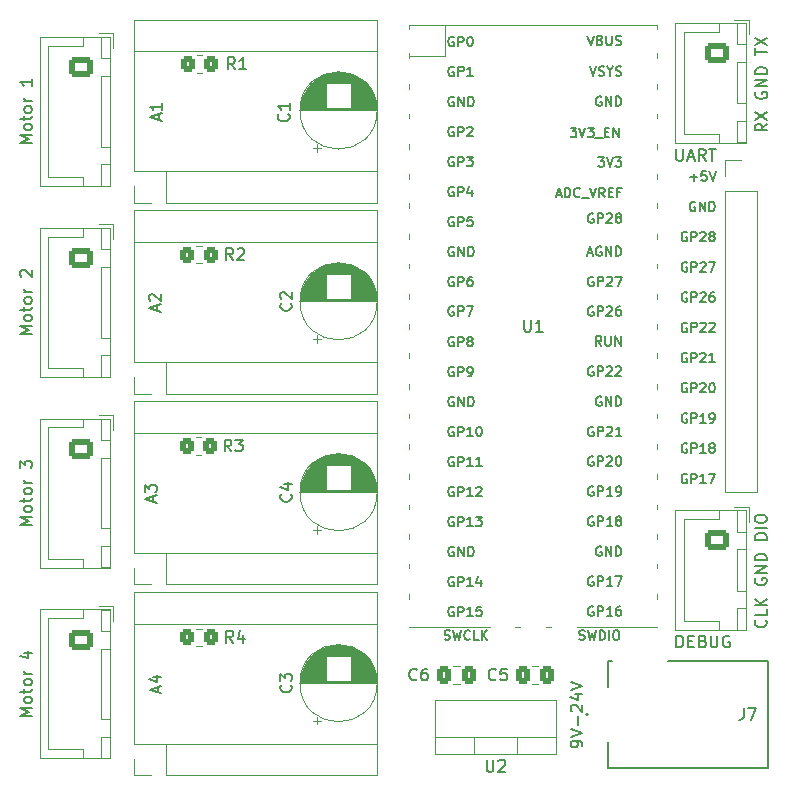
<source format=gto>
%TF.GenerationSoftware,KiCad,Pcbnew,7.0.7*%
%TF.CreationDate,2023-10-17T10:26:18-07:00*%
%TF.ProjectId,dev-board,6465762d-626f-4617-9264-2e6b69636164,rev?*%
%TF.SameCoordinates,Original*%
%TF.FileFunction,Legend,Top*%
%TF.FilePolarity,Positive*%
%FSLAX46Y46*%
G04 Gerber Fmt 4.6, Leading zero omitted, Abs format (unit mm)*
G04 Created by KiCad (PCBNEW 7.0.7) date 2023-10-17 10:26:18*
%MOMM*%
%LPD*%
G01*
G04 APERTURE LIST*
G04 Aperture macros list*
%AMRoundRect*
0 Rectangle with rounded corners*
0 $1 Rounding radius*
0 $2 $3 $4 $5 $6 $7 $8 $9 X,Y pos of 4 corners*
0 Add a 4 corners polygon primitive as box body*
4,1,4,$2,$3,$4,$5,$6,$7,$8,$9,$2,$3,0*
0 Add four circle primitives for the rounded corners*
1,1,$1+$1,$2,$3*
1,1,$1+$1,$4,$5*
1,1,$1+$1,$6,$7*
1,1,$1+$1,$8,$9*
0 Add four rect primitives between the rounded corners*
20,1,$1+$1,$2,$3,$4,$5,0*
20,1,$1+$1,$4,$5,$6,$7,0*
20,1,$1+$1,$6,$7,$8,$9,0*
20,1,$1+$1,$8,$9,$2,$3,0*%
G04 Aperture macros list end*
%ADD10C,0.150000*%
%ADD11C,0.120000*%
%ADD12C,0.127000*%
%ADD13C,0.200000*%
%ADD14C,2.000000*%
%ADD15RoundRect,0.250000X0.350000X0.450000X-0.350000X0.450000X-0.350000X-0.450000X0.350000X-0.450000X0*%
%ADD16R,1.600000X1.600000*%
%ADD17C,1.600000*%
%ADD18R,1.905000X2.000000*%
%ADD19O,1.905000X2.000000*%
%ADD20RoundRect,0.250000X-0.725000X0.600000X-0.725000X-0.600000X0.725000X-0.600000X0.725000X0.600000X0*%
%ADD21O,1.950000X1.700000*%
%ADD22O,2.000000X4.000000*%
%ADD23O,4.000000X2.000000*%
%ADD24O,1.600000X1.600000*%
%ADD25RoundRect,0.250000X0.337500X0.475000X-0.337500X0.475000X-0.337500X-0.475000X0.337500X-0.475000X0*%
%ADD26RoundRect,0.250000X-0.337500X-0.475000X0.337500X-0.475000X0.337500X0.475000X-0.337500X0.475000X0*%
%ADD27O,1.800000X1.800000*%
%ADD28O,1.500000X1.500000*%
%ADD29O,1.700000X1.700000*%
%ADD30R,3.500000X1.700000*%
%ADD31R,1.700000X1.700000*%
%ADD32R,1.700000X3.500000*%
G04 APERTURE END LIST*
D10*
X187640476Y-65550390D02*
X187564286Y-65512295D01*
X187564286Y-65512295D02*
X187450000Y-65512295D01*
X187450000Y-65512295D02*
X187335714Y-65550390D01*
X187335714Y-65550390D02*
X187259524Y-65626580D01*
X187259524Y-65626580D02*
X187221429Y-65702771D01*
X187221429Y-65702771D02*
X187183333Y-65855152D01*
X187183333Y-65855152D02*
X187183333Y-65969438D01*
X187183333Y-65969438D02*
X187221429Y-66121819D01*
X187221429Y-66121819D02*
X187259524Y-66198009D01*
X187259524Y-66198009D02*
X187335714Y-66274200D01*
X187335714Y-66274200D02*
X187450000Y-66312295D01*
X187450000Y-66312295D02*
X187526191Y-66312295D01*
X187526191Y-66312295D02*
X187640476Y-66274200D01*
X187640476Y-66274200D02*
X187678572Y-66236104D01*
X187678572Y-66236104D02*
X187678572Y-65969438D01*
X187678572Y-65969438D02*
X187526191Y-65969438D01*
X188021429Y-66312295D02*
X188021429Y-65512295D01*
X188021429Y-65512295D02*
X188478572Y-66312295D01*
X188478572Y-66312295D02*
X188478572Y-65512295D01*
X188859524Y-66312295D02*
X188859524Y-65512295D01*
X188859524Y-65512295D02*
X189050000Y-65512295D01*
X189050000Y-65512295D02*
X189164286Y-65550390D01*
X189164286Y-65550390D02*
X189240476Y-65626580D01*
X189240476Y-65626580D02*
X189278571Y-65702771D01*
X189278571Y-65702771D02*
X189316667Y-65855152D01*
X189316667Y-65855152D02*
X189316667Y-65969438D01*
X189316667Y-65969438D02*
X189278571Y-66121819D01*
X189278571Y-66121819D02*
X189240476Y-66198009D01*
X189240476Y-66198009D02*
X189164286Y-66274200D01*
X189164286Y-66274200D02*
X189050000Y-66312295D01*
X189050000Y-66312295D02*
X188859524Y-66312295D01*
X186954761Y-78350390D02*
X186878571Y-78312295D01*
X186878571Y-78312295D02*
X186764285Y-78312295D01*
X186764285Y-78312295D02*
X186649999Y-78350390D01*
X186649999Y-78350390D02*
X186573809Y-78426580D01*
X186573809Y-78426580D02*
X186535714Y-78502771D01*
X186535714Y-78502771D02*
X186497618Y-78655152D01*
X186497618Y-78655152D02*
X186497618Y-78769438D01*
X186497618Y-78769438D02*
X186535714Y-78921819D01*
X186535714Y-78921819D02*
X186573809Y-78998009D01*
X186573809Y-78998009D02*
X186649999Y-79074200D01*
X186649999Y-79074200D02*
X186764285Y-79112295D01*
X186764285Y-79112295D02*
X186840476Y-79112295D01*
X186840476Y-79112295D02*
X186954761Y-79074200D01*
X186954761Y-79074200D02*
X186992857Y-79036104D01*
X186992857Y-79036104D02*
X186992857Y-78769438D01*
X186992857Y-78769438D02*
X186840476Y-78769438D01*
X187335714Y-79112295D02*
X187335714Y-78312295D01*
X187335714Y-78312295D02*
X187640476Y-78312295D01*
X187640476Y-78312295D02*
X187716666Y-78350390D01*
X187716666Y-78350390D02*
X187754761Y-78388485D01*
X187754761Y-78388485D02*
X187792857Y-78464676D01*
X187792857Y-78464676D02*
X187792857Y-78578961D01*
X187792857Y-78578961D02*
X187754761Y-78655152D01*
X187754761Y-78655152D02*
X187716666Y-78693247D01*
X187716666Y-78693247D02*
X187640476Y-78731342D01*
X187640476Y-78731342D02*
X187335714Y-78731342D01*
X188097618Y-78388485D02*
X188135714Y-78350390D01*
X188135714Y-78350390D02*
X188211904Y-78312295D01*
X188211904Y-78312295D02*
X188402380Y-78312295D01*
X188402380Y-78312295D02*
X188478571Y-78350390D01*
X188478571Y-78350390D02*
X188516666Y-78388485D01*
X188516666Y-78388485D02*
X188554761Y-78464676D01*
X188554761Y-78464676D02*
X188554761Y-78540866D01*
X188554761Y-78540866D02*
X188516666Y-78655152D01*
X188516666Y-78655152D02*
X188059523Y-79112295D01*
X188059523Y-79112295D02*
X188554761Y-79112295D01*
X189316666Y-79112295D02*
X188859523Y-79112295D01*
X189088095Y-79112295D02*
X189088095Y-78312295D01*
X189088095Y-78312295D02*
X189011904Y-78426580D01*
X189011904Y-78426580D02*
X188935714Y-78502771D01*
X188935714Y-78502771D02*
X188859523Y-78540866D01*
X187221429Y-63447533D02*
X187830953Y-63447533D01*
X187526191Y-63752295D02*
X187526191Y-63142771D01*
X188592857Y-62952295D02*
X188211905Y-62952295D01*
X188211905Y-62952295D02*
X188173809Y-63333247D01*
X188173809Y-63333247D02*
X188211905Y-63295152D01*
X188211905Y-63295152D02*
X188288095Y-63257057D01*
X188288095Y-63257057D02*
X188478571Y-63257057D01*
X188478571Y-63257057D02*
X188554762Y-63295152D01*
X188554762Y-63295152D02*
X188592857Y-63333247D01*
X188592857Y-63333247D02*
X188630952Y-63409438D01*
X188630952Y-63409438D02*
X188630952Y-63599914D01*
X188630952Y-63599914D02*
X188592857Y-63676104D01*
X188592857Y-63676104D02*
X188554762Y-63714200D01*
X188554762Y-63714200D02*
X188478571Y-63752295D01*
X188478571Y-63752295D02*
X188288095Y-63752295D01*
X188288095Y-63752295D02*
X188211905Y-63714200D01*
X188211905Y-63714200D02*
X188173809Y-63676104D01*
X188859524Y-62952295D02*
X189126191Y-63752295D01*
X189126191Y-63752295D02*
X189392857Y-62952295D01*
X186954761Y-88590390D02*
X186878571Y-88552295D01*
X186878571Y-88552295D02*
X186764285Y-88552295D01*
X186764285Y-88552295D02*
X186649999Y-88590390D01*
X186649999Y-88590390D02*
X186573809Y-88666580D01*
X186573809Y-88666580D02*
X186535714Y-88742771D01*
X186535714Y-88742771D02*
X186497618Y-88895152D01*
X186497618Y-88895152D02*
X186497618Y-89009438D01*
X186497618Y-89009438D02*
X186535714Y-89161819D01*
X186535714Y-89161819D02*
X186573809Y-89238009D01*
X186573809Y-89238009D02*
X186649999Y-89314200D01*
X186649999Y-89314200D02*
X186764285Y-89352295D01*
X186764285Y-89352295D02*
X186840476Y-89352295D01*
X186840476Y-89352295D02*
X186954761Y-89314200D01*
X186954761Y-89314200D02*
X186992857Y-89276104D01*
X186992857Y-89276104D02*
X186992857Y-89009438D01*
X186992857Y-89009438D02*
X186840476Y-89009438D01*
X187335714Y-89352295D02*
X187335714Y-88552295D01*
X187335714Y-88552295D02*
X187640476Y-88552295D01*
X187640476Y-88552295D02*
X187716666Y-88590390D01*
X187716666Y-88590390D02*
X187754761Y-88628485D01*
X187754761Y-88628485D02*
X187792857Y-88704676D01*
X187792857Y-88704676D02*
X187792857Y-88818961D01*
X187792857Y-88818961D02*
X187754761Y-88895152D01*
X187754761Y-88895152D02*
X187716666Y-88933247D01*
X187716666Y-88933247D02*
X187640476Y-88971342D01*
X187640476Y-88971342D02*
X187335714Y-88971342D01*
X188554761Y-89352295D02*
X188097618Y-89352295D01*
X188326190Y-89352295D02*
X188326190Y-88552295D01*
X188326190Y-88552295D02*
X188249999Y-88666580D01*
X188249999Y-88666580D02*
X188173809Y-88742771D01*
X188173809Y-88742771D02*
X188097618Y-88780866D01*
X188821428Y-88552295D02*
X189354762Y-88552295D01*
X189354762Y-88552295D02*
X189011904Y-89352295D01*
X186954761Y-83470390D02*
X186878571Y-83432295D01*
X186878571Y-83432295D02*
X186764285Y-83432295D01*
X186764285Y-83432295D02*
X186649999Y-83470390D01*
X186649999Y-83470390D02*
X186573809Y-83546580D01*
X186573809Y-83546580D02*
X186535714Y-83622771D01*
X186535714Y-83622771D02*
X186497618Y-83775152D01*
X186497618Y-83775152D02*
X186497618Y-83889438D01*
X186497618Y-83889438D02*
X186535714Y-84041819D01*
X186535714Y-84041819D02*
X186573809Y-84118009D01*
X186573809Y-84118009D02*
X186649999Y-84194200D01*
X186649999Y-84194200D02*
X186764285Y-84232295D01*
X186764285Y-84232295D02*
X186840476Y-84232295D01*
X186840476Y-84232295D02*
X186954761Y-84194200D01*
X186954761Y-84194200D02*
X186992857Y-84156104D01*
X186992857Y-84156104D02*
X186992857Y-83889438D01*
X186992857Y-83889438D02*
X186840476Y-83889438D01*
X187335714Y-84232295D02*
X187335714Y-83432295D01*
X187335714Y-83432295D02*
X187640476Y-83432295D01*
X187640476Y-83432295D02*
X187716666Y-83470390D01*
X187716666Y-83470390D02*
X187754761Y-83508485D01*
X187754761Y-83508485D02*
X187792857Y-83584676D01*
X187792857Y-83584676D02*
X187792857Y-83698961D01*
X187792857Y-83698961D02*
X187754761Y-83775152D01*
X187754761Y-83775152D02*
X187716666Y-83813247D01*
X187716666Y-83813247D02*
X187640476Y-83851342D01*
X187640476Y-83851342D02*
X187335714Y-83851342D01*
X188554761Y-84232295D02*
X188097618Y-84232295D01*
X188326190Y-84232295D02*
X188326190Y-83432295D01*
X188326190Y-83432295D02*
X188249999Y-83546580D01*
X188249999Y-83546580D02*
X188173809Y-83622771D01*
X188173809Y-83622771D02*
X188097618Y-83660866D01*
X188935714Y-84232295D02*
X189088095Y-84232295D01*
X189088095Y-84232295D02*
X189164285Y-84194200D01*
X189164285Y-84194200D02*
X189202381Y-84156104D01*
X189202381Y-84156104D02*
X189278571Y-84041819D01*
X189278571Y-84041819D02*
X189316666Y-83889438D01*
X189316666Y-83889438D02*
X189316666Y-83584676D01*
X189316666Y-83584676D02*
X189278571Y-83508485D01*
X189278571Y-83508485D02*
X189240476Y-83470390D01*
X189240476Y-83470390D02*
X189164285Y-83432295D01*
X189164285Y-83432295D02*
X189011904Y-83432295D01*
X189011904Y-83432295D02*
X188935714Y-83470390D01*
X188935714Y-83470390D02*
X188897619Y-83508485D01*
X188897619Y-83508485D02*
X188859523Y-83584676D01*
X188859523Y-83584676D02*
X188859523Y-83775152D01*
X188859523Y-83775152D02*
X188897619Y-83851342D01*
X188897619Y-83851342D02*
X188935714Y-83889438D01*
X188935714Y-83889438D02*
X189011904Y-83927533D01*
X189011904Y-83927533D02*
X189164285Y-83927533D01*
X189164285Y-83927533D02*
X189240476Y-83889438D01*
X189240476Y-83889438D02*
X189278571Y-83851342D01*
X189278571Y-83851342D02*
X189316666Y-83775152D01*
X186954761Y-68110390D02*
X186878571Y-68072295D01*
X186878571Y-68072295D02*
X186764285Y-68072295D01*
X186764285Y-68072295D02*
X186649999Y-68110390D01*
X186649999Y-68110390D02*
X186573809Y-68186580D01*
X186573809Y-68186580D02*
X186535714Y-68262771D01*
X186535714Y-68262771D02*
X186497618Y-68415152D01*
X186497618Y-68415152D02*
X186497618Y-68529438D01*
X186497618Y-68529438D02*
X186535714Y-68681819D01*
X186535714Y-68681819D02*
X186573809Y-68758009D01*
X186573809Y-68758009D02*
X186649999Y-68834200D01*
X186649999Y-68834200D02*
X186764285Y-68872295D01*
X186764285Y-68872295D02*
X186840476Y-68872295D01*
X186840476Y-68872295D02*
X186954761Y-68834200D01*
X186954761Y-68834200D02*
X186992857Y-68796104D01*
X186992857Y-68796104D02*
X186992857Y-68529438D01*
X186992857Y-68529438D02*
X186840476Y-68529438D01*
X187335714Y-68872295D02*
X187335714Y-68072295D01*
X187335714Y-68072295D02*
X187640476Y-68072295D01*
X187640476Y-68072295D02*
X187716666Y-68110390D01*
X187716666Y-68110390D02*
X187754761Y-68148485D01*
X187754761Y-68148485D02*
X187792857Y-68224676D01*
X187792857Y-68224676D02*
X187792857Y-68338961D01*
X187792857Y-68338961D02*
X187754761Y-68415152D01*
X187754761Y-68415152D02*
X187716666Y-68453247D01*
X187716666Y-68453247D02*
X187640476Y-68491342D01*
X187640476Y-68491342D02*
X187335714Y-68491342D01*
X188097618Y-68148485D02*
X188135714Y-68110390D01*
X188135714Y-68110390D02*
X188211904Y-68072295D01*
X188211904Y-68072295D02*
X188402380Y-68072295D01*
X188402380Y-68072295D02*
X188478571Y-68110390D01*
X188478571Y-68110390D02*
X188516666Y-68148485D01*
X188516666Y-68148485D02*
X188554761Y-68224676D01*
X188554761Y-68224676D02*
X188554761Y-68300866D01*
X188554761Y-68300866D02*
X188516666Y-68415152D01*
X188516666Y-68415152D02*
X188059523Y-68872295D01*
X188059523Y-68872295D02*
X188554761Y-68872295D01*
X189011904Y-68415152D02*
X188935714Y-68377057D01*
X188935714Y-68377057D02*
X188897619Y-68338961D01*
X188897619Y-68338961D02*
X188859523Y-68262771D01*
X188859523Y-68262771D02*
X188859523Y-68224676D01*
X188859523Y-68224676D02*
X188897619Y-68148485D01*
X188897619Y-68148485D02*
X188935714Y-68110390D01*
X188935714Y-68110390D02*
X189011904Y-68072295D01*
X189011904Y-68072295D02*
X189164285Y-68072295D01*
X189164285Y-68072295D02*
X189240476Y-68110390D01*
X189240476Y-68110390D02*
X189278571Y-68148485D01*
X189278571Y-68148485D02*
X189316666Y-68224676D01*
X189316666Y-68224676D02*
X189316666Y-68262771D01*
X189316666Y-68262771D02*
X189278571Y-68338961D01*
X189278571Y-68338961D02*
X189240476Y-68377057D01*
X189240476Y-68377057D02*
X189164285Y-68415152D01*
X189164285Y-68415152D02*
X189011904Y-68415152D01*
X189011904Y-68415152D02*
X188935714Y-68453247D01*
X188935714Y-68453247D02*
X188897619Y-68491342D01*
X188897619Y-68491342D02*
X188859523Y-68567533D01*
X188859523Y-68567533D02*
X188859523Y-68719914D01*
X188859523Y-68719914D02*
X188897619Y-68796104D01*
X188897619Y-68796104D02*
X188935714Y-68834200D01*
X188935714Y-68834200D02*
X189011904Y-68872295D01*
X189011904Y-68872295D02*
X189164285Y-68872295D01*
X189164285Y-68872295D02*
X189240476Y-68834200D01*
X189240476Y-68834200D02*
X189278571Y-68796104D01*
X189278571Y-68796104D02*
X189316666Y-68719914D01*
X189316666Y-68719914D02*
X189316666Y-68567533D01*
X189316666Y-68567533D02*
X189278571Y-68491342D01*
X189278571Y-68491342D02*
X189240476Y-68453247D01*
X189240476Y-68453247D02*
X189164285Y-68415152D01*
X186954761Y-80910390D02*
X186878571Y-80872295D01*
X186878571Y-80872295D02*
X186764285Y-80872295D01*
X186764285Y-80872295D02*
X186649999Y-80910390D01*
X186649999Y-80910390D02*
X186573809Y-80986580D01*
X186573809Y-80986580D02*
X186535714Y-81062771D01*
X186535714Y-81062771D02*
X186497618Y-81215152D01*
X186497618Y-81215152D02*
X186497618Y-81329438D01*
X186497618Y-81329438D02*
X186535714Y-81481819D01*
X186535714Y-81481819D02*
X186573809Y-81558009D01*
X186573809Y-81558009D02*
X186649999Y-81634200D01*
X186649999Y-81634200D02*
X186764285Y-81672295D01*
X186764285Y-81672295D02*
X186840476Y-81672295D01*
X186840476Y-81672295D02*
X186954761Y-81634200D01*
X186954761Y-81634200D02*
X186992857Y-81596104D01*
X186992857Y-81596104D02*
X186992857Y-81329438D01*
X186992857Y-81329438D02*
X186840476Y-81329438D01*
X187335714Y-81672295D02*
X187335714Y-80872295D01*
X187335714Y-80872295D02*
X187640476Y-80872295D01*
X187640476Y-80872295D02*
X187716666Y-80910390D01*
X187716666Y-80910390D02*
X187754761Y-80948485D01*
X187754761Y-80948485D02*
X187792857Y-81024676D01*
X187792857Y-81024676D02*
X187792857Y-81138961D01*
X187792857Y-81138961D02*
X187754761Y-81215152D01*
X187754761Y-81215152D02*
X187716666Y-81253247D01*
X187716666Y-81253247D02*
X187640476Y-81291342D01*
X187640476Y-81291342D02*
X187335714Y-81291342D01*
X188097618Y-80948485D02*
X188135714Y-80910390D01*
X188135714Y-80910390D02*
X188211904Y-80872295D01*
X188211904Y-80872295D02*
X188402380Y-80872295D01*
X188402380Y-80872295D02*
X188478571Y-80910390D01*
X188478571Y-80910390D02*
X188516666Y-80948485D01*
X188516666Y-80948485D02*
X188554761Y-81024676D01*
X188554761Y-81024676D02*
X188554761Y-81100866D01*
X188554761Y-81100866D02*
X188516666Y-81215152D01*
X188516666Y-81215152D02*
X188059523Y-81672295D01*
X188059523Y-81672295D02*
X188554761Y-81672295D01*
X189050000Y-80872295D02*
X189126190Y-80872295D01*
X189126190Y-80872295D02*
X189202381Y-80910390D01*
X189202381Y-80910390D02*
X189240476Y-80948485D01*
X189240476Y-80948485D02*
X189278571Y-81024676D01*
X189278571Y-81024676D02*
X189316666Y-81177057D01*
X189316666Y-81177057D02*
X189316666Y-81367533D01*
X189316666Y-81367533D02*
X189278571Y-81519914D01*
X189278571Y-81519914D02*
X189240476Y-81596104D01*
X189240476Y-81596104D02*
X189202381Y-81634200D01*
X189202381Y-81634200D02*
X189126190Y-81672295D01*
X189126190Y-81672295D02*
X189050000Y-81672295D01*
X189050000Y-81672295D02*
X188973809Y-81634200D01*
X188973809Y-81634200D02*
X188935714Y-81596104D01*
X188935714Y-81596104D02*
X188897619Y-81519914D01*
X188897619Y-81519914D02*
X188859523Y-81367533D01*
X188859523Y-81367533D02*
X188859523Y-81177057D01*
X188859523Y-81177057D02*
X188897619Y-81024676D01*
X188897619Y-81024676D02*
X188935714Y-80948485D01*
X188935714Y-80948485D02*
X188973809Y-80910390D01*
X188973809Y-80910390D02*
X189050000Y-80872295D01*
X186954761Y-70670390D02*
X186878571Y-70632295D01*
X186878571Y-70632295D02*
X186764285Y-70632295D01*
X186764285Y-70632295D02*
X186649999Y-70670390D01*
X186649999Y-70670390D02*
X186573809Y-70746580D01*
X186573809Y-70746580D02*
X186535714Y-70822771D01*
X186535714Y-70822771D02*
X186497618Y-70975152D01*
X186497618Y-70975152D02*
X186497618Y-71089438D01*
X186497618Y-71089438D02*
X186535714Y-71241819D01*
X186535714Y-71241819D02*
X186573809Y-71318009D01*
X186573809Y-71318009D02*
X186649999Y-71394200D01*
X186649999Y-71394200D02*
X186764285Y-71432295D01*
X186764285Y-71432295D02*
X186840476Y-71432295D01*
X186840476Y-71432295D02*
X186954761Y-71394200D01*
X186954761Y-71394200D02*
X186992857Y-71356104D01*
X186992857Y-71356104D02*
X186992857Y-71089438D01*
X186992857Y-71089438D02*
X186840476Y-71089438D01*
X187335714Y-71432295D02*
X187335714Y-70632295D01*
X187335714Y-70632295D02*
X187640476Y-70632295D01*
X187640476Y-70632295D02*
X187716666Y-70670390D01*
X187716666Y-70670390D02*
X187754761Y-70708485D01*
X187754761Y-70708485D02*
X187792857Y-70784676D01*
X187792857Y-70784676D02*
X187792857Y-70898961D01*
X187792857Y-70898961D02*
X187754761Y-70975152D01*
X187754761Y-70975152D02*
X187716666Y-71013247D01*
X187716666Y-71013247D02*
X187640476Y-71051342D01*
X187640476Y-71051342D02*
X187335714Y-71051342D01*
X188097618Y-70708485D02*
X188135714Y-70670390D01*
X188135714Y-70670390D02*
X188211904Y-70632295D01*
X188211904Y-70632295D02*
X188402380Y-70632295D01*
X188402380Y-70632295D02*
X188478571Y-70670390D01*
X188478571Y-70670390D02*
X188516666Y-70708485D01*
X188516666Y-70708485D02*
X188554761Y-70784676D01*
X188554761Y-70784676D02*
X188554761Y-70860866D01*
X188554761Y-70860866D02*
X188516666Y-70975152D01*
X188516666Y-70975152D02*
X188059523Y-71432295D01*
X188059523Y-71432295D02*
X188554761Y-71432295D01*
X188821428Y-70632295D02*
X189354762Y-70632295D01*
X189354762Y-70632295D02*
X189011904Y-71432295D01*
X186954761Y-86030390D02*
X186878571Y-85992295D01*
X186878571Y-85992295D02*
X186764285Y-85992295D01*
X186764285Y-85992295D02*
X186649999Y-86030390D01*
X186649999Y-86030390D02*
X186573809Y-86106580D01*
X186573809Y-86106580D02*
X186535714Y-86182771D01*
X186535714Y-86182771D02*
X186497618Y-86335152D01*
X186497618Y-86335152D02*
X186497618Y-86449438D01*
X186497618Y-86449438D02*
X186535714Y-86601819D01*
X186535714Y-86601819D02*
X186573809Y-86678009D01*
X186573809Y-86678009D02*
X186649999Y-86754200D01*
X186649999Y-86754200D02*
X186764285Y-86792295D01*
X186764285Y-86792295D02*
X186840476Y-86792295D01*
X186840476Y-86792295D02*
X186954761Y-86754200D01*
X186954761Y-86754200D02*
X186992857Y-86716104D01*
X186992857Y-86716104D02*
X186992857Y-86449438D01*
X186992857Y-86449438D02*
X186840476Y-86449438D01*
X187335714Y-86792295D02*
X187335714Y-85992295D01*
X187335714Y-85992295D02*
X187640476Y-85992295D01*
X187640476Y-85992295D02*
X187716666Y-86030390D01*
X187716666Y-86030390D02*
X187754761Y-86068485D01*
X187754761Y-86068485D02*
X187792857Y-86144676D01*
X187792857Y-86144676D02*
X187792857Y-86258961D01*
X187792857Y-86258961D02*
X187754761Y-86335152D01*
X187754761Y-86335152D02*
X187716666Y-86373247D01*
X187716666Y-86373247D02*
X187640476Y-86411342D01*
X187640476Y-86411342D02*
X187335714Y-86411342D01*
X188554761Y-86792295D02*
X188097618Y-86792295D01*
X188326190Y-86792295D02*
X188326190Y-85992295D01*
X188326190Y-85992295D02*
X188249999Y-86106580D01*
X188249999Y-86106580D02*
X188173809Y-86182771D01*
X188173809Y-86182771D02*
X188097618Y-86220866D01*
X189011904Y-86335152D02*
X188935714Y-86297057D01*
X188935714Y-86297057D02*
X188897619Y-86258961D01*
X188897619Y-86258961D02*
X188859523Y-86182771D01*
X188859523Y-86182771D02*
X188859523Y-86144676D01*
X188859523Y-86144676D02*
X188897619Y-86068485D01*
X188897619Y-86068485D02*
X188935714Y-86030390D01*
X188935714Y-86030390D02*
X189011904Y-85992295D01*
X189011904Y-85992295D02*
X189164285Y-85992295D01*
X189164285Y-85992295D02*
X189240476Y-86030390D01*
X189240476Y-86030390D02*
X189278571Y-86068485D01*
X189278571Y-86068485D02*
X189316666Y-86144676D01*
X189316666Y-86144676D02*
X189316666Y-86182771D01*
X189316666Y-86182771D02*
X189278571Y-86258961D01*
X189278571Y-86258961D02*
X189240476Y-86297057D01*
X189240476Y-86297057D02*
X189164285Y-86335152D01*
X189164285Y-86335152D02*
X189011904Y-86335152D01*
X189011904Y-86335152D02*
X188935714Y-86373247D01*
X188935714Y-86373247D02*
X188897619Y-86411342D01*
X188897619Y-86411342D02*
X188859523Y-86487533D01*
X188859523Y-86487533D02*
X188859523Y-86639914D01*
X188859523Y-86639914D02*
X188897619Y-86716104D01*
X188897619Y-86716104D02*
X188935714Y-86754200D01*
X188935714Y-86754200D02*
X189011904Y-86792295D01*
X189011904Y-86792295D02*
X189164285Y-86792295D01*
X189164285Y-86792295D02*
X189240476Y-86754200D01*
X189240476Y-86754200D02*
X189278571Y-86716104D01*
X189278571Y-86716104D02*
X189316666Y-86639914D01*
X189316666Y-86639914D02*
X189316666Y-86487533D01*
X189316666Y-86487533D02*
X189278571Y-86411342D01*
X189278571Y-86411342D02*
X189240476Y-86373247D01*
X189240476Y-86373247D02*
X189164285Y-86335152D01*
X186954761Y-75790390D02*
X186878571Y-75752295D01*
X186878571Y-75752295D02*
X186764285Y-75752295D01*
X186764285Y-75752295D02*
X186649999Y-75790390D01*
X186649999Y-75790390D02*
X186573809Y-75866580D01*
X186573809Y-75866580D02*
X186535714Y-75942771D01*
X186535714Y-75942771D02*
X186497618Y-76095152D01*
X186497618Y-76095152D02*
X186497618Y-76209438D01*
X186497618Y-76209438D02*
X186535714Y-76361819D01*
X186535714Y-76361819D02*
X186573809Y-76438009D01*
X186573809Y-76438009D02*
X186649999Y-76514200D01*
X186649999Y-76514200D02*
X186764285Y-76552295D01*
X186764285Y-76552295D02*
X186840476Y-76552295D01*
X186840476Y-76552295D02*
X186954761Y-76514200D01*
X186954761Y-76514200D02*
X186992857Y-76476104D01*
X186992857Y-76476104D02*
X186992857Y-76209438D01*
X186992857Y-76209438D02*
X186840476Y-76209438D01*
X187335714Y-76552295D02*
X187335714Y-75752295D01*
X187335714Y-75752295D02*
X187640476Y-75752295D01*
X187640476Y-75752295D02*
X187716666Y-75790390D01*
X187716666Y-75790390D02*
X187754761Y-75828485D01*
X187754761Y-75828485D02*
X187792857Y-75904676D01*
X187792857Y-75904676D02*
X187792857Y-76018961D01*
X187792857Y-76018961D02*
X187754761Y-76095152D01*
X187754761Y-76095152D02*
X187716666Y-76133247D01*
X187716666Y-76133247D02*
X187640476Y-76171342D01*
X187640476Y-76171342D02*
X187335714Y-76171342D01*
X188097618Y-75828485D02*
X188135714Y-75790390D01*
X188135714Y-75790390D02*
X188211904Y-75752295D01*
X188211904Y-75752295D02*
X188402380Y-75752295D01*
X188402380Y-75752295D02*
X188478571Y-75790390D01*
X188478571Y-75790390D02*
X188516666Y-75828485D01*
X188516666Y-75828485D02*
X188554761Y-75904676D01*
X188554761Y-75904676D02*
X188554761Y-75980866D01*
X188554761Y-75980866D02*
X188516666Y-76095152D01*
X188516666Y-76095152D02*
X188059523Y-76552295D01*
X188059523Y-76552295D02*
X188554761Y-76552295D01*
X188859523Y-75828485D02*
X188897619Y-75790390D01*
X188897619Y-75790390D02*
X188973809Y-75752295D01*
X188973809Y-75752295D02*
X189164285Y-75752295D01*
X189164285Y-75752295D02*
X189240476Y-75790390D01*
X189240476Y-75790390D02*
X189278571Y-75828485D01*
X189278571Y-75828485D02*
X189316666Y-75904676D01*
X189316666Y-75904676D02*
X189316666Y-75980866D01*
X189316666Y-75980866D02*
X189278571Y-76095152D01*
X189278571Y-76095152D02*
X188821428Y-76552295D01*
X188821428Y-76552295D02*
X189316666Y-76552295D01*
X186954761Y-73230390D02*
X186878571Y-73192295D01*
X186878571Y-73192295D02*
X186764285Y-73192295D01*
X186764285Y-73192295D02*
X186649999Y-73230390D01*
X186649999Y-73230390D02*
X186573809Y-73306580D01*
X186573809Y-73306580D02*
X186535714Y-73382771D01*
X186535714Y-73382771D02*
X186497618Y-73535152D01*
X186497618Y-73535152D02*
X186497618Y-73649438D01*
X186497618Y-73649438D02*
X186535714Y-73801819D01*
X186535714Y-73801819D02*
X186573809Y-73878009D01*
X186573809Y-73878009D02*
X186649999Y-73954200D01*
X186649999Y-73954200D02*
X186764285Y-73992295D01*
X186764285Y-73992295D02*
X186840476Y-73992295D01*
X186840476Y-73992295D02*
X186954761Y-73954200D01*
X186954761Y-73954200D02*
X186992857Y-73916104D01*
X186992857Y-73916104D02*
X186992857Y-73649438D01*
X186992857Y-73649438D02*
X186840476Y-73649438D01*
X187335714Y-73992295D02*
X187335714Y-73192295D01*
X187335714Y-73192295D02*
X187640476Y-73192295D01*
X187640476Y-73192295D02*
X187716666Y-73230390D01*
X187716666Y-73230390D02*
X187754761Y-73268485D01*
X187754761Y-73268485D02*
X187792857Y-73344676D01*
X187792857Y-73344676D02*
X187792857Y-73458961D01*
X187792857Y-73458961D02*
X187754761Y-73535152D01*
X187754761Y-73535152D02*
X187716666Y-73573247D01*
X187716666Y-73573247D02*
X187640476Y-73611342D01*
X187640476Y-73611342D02*
X187335714Y-73611342D01*
X188097618Y-73268485D02*
X188135714Y-73230390D01*
X188135714Y-73230390D02*
X188211904Y-73192295D01*
X188211904Y-73192295D02*
X188402380Y-73192295D01*
X188402380Y-73192295D02*
X188478571Y-73230390D01*
X188478571Y-73230390D02*
X188516666Y-73268485D01*
X188516666Y-73268485D02*
X188554761Y-73344676D01*
X188554761Y-73344676D02*
X188554761Y-73420866D01*
X188554761Y-73420866D02*
X188516666Y-73535152D01*
X188516666Y-73535152D02*
X188059523Y-73992295D01*
X188059523Y-73992295D02*
X188554761Y-73992295D01*
X189240476Y-73192295D02*
X189088095Y-73192295D01*
X189088095Y-73192295D02*
X189011904Y-73230390D01*
X189011904Y-73230390D02*
X188973809Y-73268485D01*
X188973809Y-73268485D02*
X188897619Y-73382771D01*
X188897619Y-73382771D02*
X188859523Y-73535152D01*
X188859523Y-73535152D02*
X188859523Y-73839914D01*
X188859523Y-73839914D02*
X188897619Y-73916104D01*
X188897619Y-73916104D02*
X188935714Y-73954200D01*
X188935714Y-73954200D02*
X189011904Y-73992295D01*
X189011904Y-73992295D02*
X189164285Y-73992295D01*
X189164285Y-73992295D02*
X189240476Y-73954200D01*
X189240476Y-73954200D02*
X189278571Y-73916104D01*
X189278571Y-73916104D02*
X189316666Y-73839914D01*
X189316666Y-73839914D02*
X189316666Y-73649438D01*
X189316666Y-73649438D02*
X189278571Y-73573247D01*
X189278571Y-73573247D02*
X189240476Y-73535152D01*
X189240476Y-73535152D02*
X189164285Y-73497057D01*
X189164285Y-73497057D02*
X189011904Y-73497057D01*
X189011904Y-73497057D02*
X188935714Y-73535152D01*
X188935714Y-73535152D02*
X188897619Y-73573247D01*
X188897619Y-73573247D02*
X188859523Y-73649438D01*
X148533333Y-102854819D02*
X148200000Y-102378628D01*
X147961905Y-102854819D02*
X147961905Y-101854819D01*
X147961905Y-101854819D02*
X148342857Y-101854819D01*
X148342857Y-101854819D02*
X148438095Y-101902438D01*
X148438095Y-101902438D02*
X148485714Y-101950057D01*
X148485714Y-101950057D02*
X148533333Y-102045295D01*
X148533333Y-102045295D02*
X148533333Y-102188152D01*
X148533333Y-102188152D02*
X148485714Y-102283390D01*
X148485714Y-102283390D02*
X148438095Y-102331009D01*
X148438095Y-102331009D02*
X148342857Y-102378628D01*
X148342857Y-102378628D02*
X147961905Y-102378628D01*
X149390476Y-102188152D02*
X149390476Y-102854819D01*
X149152381Y-101807200D02*
X148914286Y-102521485D01*
X148914286Y-102521485D02*
X149533333Y-102521485D01*
X153419580Y-90285712D02*
X153467200Y-90333331D01*
X153467200Y-90333331D02*
X153514819Y-90476188D01*
X153514819Y-90476188D02*
X153514819Y-90571426D01*
X153514819Y-90571426D02*
X153467200Y-90714283D01*
X153467200Y-90714283D02*
X153371961Y-90809521D01*
X153371961Y-90809521D02*
X153276723Y-90857140D01*
X153276723Y-90857140D02*
X153086247Y-90904759D01*
X153086247Y-90904759D02*
X152943390Y-90904759D01*
X152943390Y-90904759D02*
X152752914Y-90857140D01*
X152752914Y-90857140D02*
X152657676Y-90809521D01*
X152657676Y-90809521D02*
X152562438Y-90714283D01*
X152562438Y-90714283D02*
X152514819Y-90571426D01*
X152514819Y-90571426D02*
X152514819Y-90476188D01*
X152514819Y-90476188D02*
X152562438Y-90333331D01*
X152562438Y-90333331D02*
X152610057Y-90285712D01*
X152848152Y-89428569D02*
X153514819Y-89428569D01*
X152467200Y-89666664D02*
X153181485Y-89904759D01*
X153181485Y-89904759D02*
X153181485Y-89285712D01*
X169988095Y-112774819D02*
X169988095Y-113584342D01*
X169988095Y-113584342D02*
X170035714Y-113679580D01*
X170035714Y-113679580D02*
X170083333Y-113727200D01*
X170083333Y-113727200D02*
X170178571Y-113774819D01*
X170178571Y-113774819D02*
X170369047Y-113774819D01*
X170369047Y-113774819D02*
X170464285Y-113727200D01*
X170464285Y-113727200D02*
X170511904Y-113679580D01*
X170511904Y-113679580D02*
X170559523Y-113584342D01*
X170559523Y-113584342D02*
X170559523Y-112774819D01*
X170988095Y-112870057D02*
X171035714Y-112822438D01*
X171035714Y-112822438D02*
X171130952Y-112774819D01*
X171130952Y-112774819D02*
X171369047Y-112774819D01*
X171369047Y-112774819D02*
X171464285Y-112822438D01*
X171464285Y-112822438D02*
X171511904Y-112870057D01*
X171511904Y-112870057D02*
X171559523Y-112965295D01*
X171559523Y-112965295D02*
X171559523Y-113060533D01*
X171559523Y-113060533D02*
X171511904Y-113203390D01*
X171511904Y-113203390D02*
X170940476Y-113774819D01*
X170940476Y-113774819D02*
X171559523Y-113774819D01*
X131504819Y-60550476D02*
X130504819Y-60550476D01*
X130504819Y-60550476D02*
X131219104Y-60217143D01*
X131219104Y-60217143D02*
X130504819Y-59883810D01*
X130504819Y-59883810D02*
X131504819Y-59883810D01*
X131504819Y-59264762D02*
X131457200Y-59360000D01*
X131457200Y-59360000D02*
X131409580Y-59407619D01*
X131409580Y-59407619D02*
X131314342Y-59455238D01*
X131314342Y-59455238D02*
X131028628Y-59455238D01*
X131028628Y-59455238D02*
X130933390Y-59407619D01*
X130933390Y-59407619D02*
X130885771Y-59360000D01*
X130885771Y-59360000D02*
X130838152Y-59264762D01*
X130838152Y-59264762D02*
X130838152Y-59121905D01*
X130838152Y-59121905D02*
X130885771Y-59026667D01*
X130885771Y-59026667D02*
X130933390Y-58979048D01*
X130933390Y-58979048D02*
X131028628Y-58931429D01*
X131028628Y-58931429D02*
X131314342Y-58931429D01*
X131314342Y-58931429D02*
X131409580Y-58979048D01*
X131409580Y-58979048D02*
X131457200Y-59026667D01*
X131457200Y-59026667D02*
X131504819Y-59121905D01*
X131504819Y-59121905D02*
X131504819Y-59264762D01*
X130838152Y-58645714D02*
X130838152Y-58264762D01*
X130504819Y-58502857D02*
X131361961Y-58502857D01*
X131361961Y-58502857D02*
X131457200Y-58455238D01*
X131457200Y-58455238D02*
X131504819Y-58360000D01*
X131504819Y-58360000D02*
X131504819Y-58264762D01*
X131504819Y-57788571D02*
X131457200Y-57883809D01*
X131457200Y-57883809D02*
X131409580Y-57931428D01*
X131409580Y-57931428D02*
X131314342Y-57979047D01*
X131314342Y-57979047D02*
X131028628Y-57979047D01*
X131028628Y-57979047D02*
X130933390Y-57931428D01*
X130933390Y-57931428D02*
X130885771Y-57883809D01*
X130885771Y-57883809D02*
X130838152Y-57788571D01*
X130838152Y-57788571D02*
X130838152Y-57645714D01*
X130838152Y-57645714D02*
X130885771Y-57550476D01*
X130885771Y-57550476D02*
X130933390Y-57502857D01*
X130933390Y-57502857D02*
X131028628Y-57455238D01*
X131028628Y-57455238D02*
X131314342Y-57455238D01*
X131314342Y-57455238D02*
X131409580Y-57502857D01*
X131409580Y-57502857D02*
X131457200Y-57550476D01*
X131457200Y-57550476D02*
X131504819Y-57645714D01*
X131504819Y-57645714D02*
X131504819Y-57788571D01*
X131504819Y-57026666D02*
X130838152Y-57026666D01*
X131028628Y-57026666D02*
X130933390Y-56979047D01*
X130933390Y-56979047D02*
X130885771Y-56931428D01*
X130885771Y-56931428D02*
X130838152Y-56836190D01*
X130838152Y-56836190D02*
X130838152Y-56740952D01*
X131504819Y-55121904D02*
X131504819Y-55693332D01*
X131504819Y-55407618D02*
X130504819Y-55407618D01*
X130504819Y-55407618D02*
X130647676Y-55502856D01*
X130647676Y-55502856D02*
X130742914Y-55598094D01*
X130742914Y-55598094D02*
X130790533Y-55693332D01*
X191766666Y-108404819D02*
X191766666Y-109119104D01*
X191766666Y-109119104D02*
X191719047Y-109261961D01*
X191719047Y-109261961D02*
X191623809Y-109357200D01*
X191623809Y-109357200D02*
X191480952Y-109404819D01*
X191480952Y-109404819D02*
X191385714Y-109404819D01*
X192147619Y-108404819D02*
X192814285Y-108404819D01*
X192814285Y-108404819D02*
X192385714Y-109404819D01*
X178104819Y-111619047D02*
X178104819Y-111428571D01*
X178104819Y-111428571D02*
X178057200Y-111333333D01*
X178057200Y-111333333D02*
X178009580Y-111285714D01*
X178009580Y-111285714D02*
X177866723Y-111190476D01*
X177866723Y-111190476D02*
X177676247Y-111142857D01*
X177676247Y-111142857D02*
X177295295Y-111142857D01*
X177295295Y-111142857D02*
X177200057Y-111190476D01*
X177200057Y-111190476D02*
X177152438Y-111238095D01*
X177152438Y-111238095D02*
X177104819Y-111333333D01*
X177104819Y-111333333D02*
X177104819Y-111523809D01*
X177104819Y-111523809D02*
X177152438Y-111619047D01*
X177152438Y-111619047D02*
X177200057Y-111666666D01*
X177200057Y-111666666D02*
X177295295Y-111714285D01*
X177295295Y-111714285D02*
X177533390Y-111714285D01*
X177533390Y-111714285D02*
X177628628Y-111666666D01*
X177628628Y-111666666D02*
X177676247Y-111619047D01*
X177676247Y-111619047D02*
X177723866Y-111523809D01*
X177723866Y-111523809D02*
X177723866Y-111333333D01*
X177723866Y-111333333D02*
X177676247Y-111238095D01*
X177676247Y-111238095D02*
X177628628Y-111190476D01*
X177628628Y-111190476D02*
X177533390Y-111142857D01*
X177104819Y-110857142D02*
X178104819Y-110523809D01*
X178104819Y-110523809D02*
X177104819Y-110190476D01*
X177723866Y-109857142D02*
X177723866Y-109095238D01*
X177200057Y-108666666D02*
X177152438Y-108619047D01*
X177152438Y-108619047D02*
X177104819Y-108523809D01*
X177104819Y-108523809D02*
X177104819Y-108285714D01*
X177104819Y-108285714D02*
X177152438Y-108190476D01*
X177152438Y-108190476D02*
X177200057Y-108142857D01*
X177200057Y-108142857D02*
X177295295Y-108095238D01*
X177295295Y-108095238D02*
X177390533Y-108095238D01*
X177390533Y-108095238D02*
X177533390Y-108142857D01*
X177533390Y-108142857D02*
X178104819Y-108714285D01*
X178104819Y-108714285D02*
X178104819Y-108095238D01*
X177438152Y-107238095D02*
X178104819Y-107238095D01*
X177057200Y-107476190D02*
X177771485Y-107714285D01*
X177771485Y-107714285D02*
X177771485Y-107095238D01*
X177104819Y-106857142D02*
X178104819Y-106523809D01*
X178104819Y-106523809D02*
X177104819Y-106190476D01*
X131504819Y-76713809D02*
X130504819Y-76713809D01*
X130504819Y-76713809D02*
X131219104Y-76380476D01*
X131219104Y-76380476D02*
X130504819Y-76047143D01*
X130504819Y-76047143D02*
X131504819Y-76047143D01*
X131504819Y-75428095D02*
X131457200Y-75523333D01*
X131457200Y-75523333D02*
X131409580Y-75570952D01*
X131409580Y-75570952D02*
X131314342Y-75618571D01*
X131314342Y-75618571D02*
X131028628Y-75618571D01*
X131028628Y-75618571D02*
X130933390Y-75570952D01*
X130933390Y-75570952D02*
X130885771Y-75523333D01*
X130885771Y-75523333D02*
X130838152Y-75428095D01*
X130838152Y-75428095D02*
X130838152Y-75285238D01*
X130838152Y-75285238D02*
X130885771Y-75190000D01*
X130885771Y-75190000D02*
X130933390Y-75142381D01*
X130933390Y-75142381D02*
X131028628Y-75094762D01*
X131028628Y-75094762D02*
X131314342Y-75094762D01*
X131314342Y-75094762D02*
X131409580Y-75142381D01*
X131409580Y-75142381D02*
X131457200Y-75190000D01*
X131457200Y-75190000D02*
X131504819Y-75285238D01*
X131504819Y-75285238D02*
X131504819Y-75428095D01*
X130838152Y-74809047D02*
X130838152Y-74428095D01*
X130504819Y-74666190D02*
X131361961Y-74666190D01*
X131361961Y-74666190D02*
X131457200Y-74618571D01*
X131457200Y-74618571D02*
X131504819Y-74523333D01*
X131504819Y-74523333D02*
X131504819Y-74428095D01*
X131504819Y-73951904D02*
X131457200Y-74047142D01*
X131457200Y-74047142D02*
X131409580Y-74094761D01*
X131409580Y-74094761D02*
X131314342Y-74142380D01*
X131314342Y-74142380D02*
X131028628Y-74142380D01*
X131028628Y-74142380D02*
X130933390Y-74094761D01*
X130933390Y-74094761D02*
X130885771Y-74047142D01*
X130885771Y-74047142D02*
X130838152Y-73951904D01*
X130838152Y-73951904D02*
X130838152Y-73809047D01*
X130838152Y-73809047D02*
X130885771Y-73713809D01*
X130885771Y-73713809D02*
X130933390Y-73666190D01*
X130933390Y-73666190D02*
X131028628Y-73618571D01*
X131028628Y-73618571D02*
X131314342Y-73618571D01*
X131314342Y-73618571D02*
X131409580Y-73666190D01*
X131409580Y-73666190D02*
X131457200Y-73713809D01*
X131457200Y-73713809D02*
X131504819Y-73809047D01*
X131504819Y-73809047D02*
X131504819Y-73951904D01*
X131504819Y-73189999D02*
X130838152Y-73189999D01*
X131028628Y-73189999D02*
X130933390Y-73142380D01*
X130933390Y-73142380D02*
X130885771Y-73094761D01*
X130885771Y-73094761D02*
X130838152Y-72999523D01*
X130838152Y-72999523D02*
X130838152Y-72904285D01*
X130600057Y-71856665D02*
X130552438Y-71809046D01*
X130552438Y-71809046D02*
X130504819Y-71713808D01*
X130504819Y-71713808D02*
X130504819Y-71475713D01*
X130504819Y-71475713D02*
X130552438Y-71380475D01*
X130552438Y-71380475D02*
X130600057Y-71332856D01*
X130600057Y-71332856D02*
X130695295Y-71285237D01*
X130695295Y-71285237D02*
X130790533Y-71285237D01*
X130790533Y-71285237D02*
X130933390Y-71332856D01*
X130933390Y-71332856D02*
X131504819Y-71904284D01*
X131504819Y-71904284D02*
X131504819Y-71285237D01*
X142119104Y-74764285D02*
X142119104Y-74288095D01*
X142404819Y-74859523D02*
X141404819Y-74526190D01*
X141404819Y-74526190D02*
X142404819Y-74192857D01*
X141500057Y-73907142D02*
X141452438Y-73859523D01*
X141452438Y-73859523D02*
X141404819Y-73764285D01*
X141404819Y-73764285D02*
X141404819Y-73526190D01*
X141404819Y-73526190D02*
X141452438Y-73430952D01*
X141452438Y-73430952D02*
X141500057Y-73383333D01*
X141500057Y-73383333D02*
X141595295Y-73335714D01*
X141595295Y-73335714D02*
X141690533Y-73335714D01*
X141690533Y-73335714D02*
X141833390Y-73383333D01*
X141833390Y-73383333D02*
X142404819Y-73954761D01*
X142404819Y-73954761D02*
X142404819Y-73335714D01*
X148383333Y-86654819D02*
X148050000Y-86178628D01*
X147811905Y-86654819D02*
X147811905Y-85654819D01*
X147811905Y-85654819D02*
X148192857Y-85654819D01*
X148192857Y-85654819D02*
X148288095Y-85702438D01*
X148288095Y-85702438D02*
X148335714Y-85750057D01*
X148335714Y-85750057D02*
X148383333Y-85845295D01*
X148383333Y-85845295D02*
X148383333Y-85988152D01*
X148383333Y-85988152D02*
X148335714Y-86083390D01*
X148335714Y-86083390D02*
X148288095Y-86131009D01*
X148288095Y-86131009D02*
X148192857Y-86178628D01*
X148192857Y-86178628D02*
X147811905Y-86178628D01*
X148716667Y-85654819D02*
X149335714Y-85654819D01*
X149335714Y-85654819D02*
X149002381Y-86035771D01*
X149002381Y-86035771D02*
X149145238Y-86035771D01*
X149145238Y-86035771D02*
X149240476Y-86083390D01*
X149240476Y-86083390D02*
X149288095Y-86131009D01*
X149288095Y-86131009D02*
X149335714Y-86226247D01*
X149335714Y-86226247D02*
X149335714Y-86464342D01*
X149335714Y-86464342D02*
X149288095Y-86559580D01*
X149288095Y-86559580D02*
X149240476Y-86607200D01*
X149240476Y-86607200D02*
X149145238Y-86654819D01*
X149145238Y-86654819D02*
X148859524Y-86654819D01*
X148859524Y-86654819D02*
X148764286Y-86607200D01*
X148764286Y-86607200D02*
X148716667Y-86559580D01*
X153419580Y-106449046D02*
X153467200Y-106496665D01*
X153467200Y-106496665D02*
X153514819Y-106639522D01*
X153514819Y-106639522D02*
X153514819Y-106734760D01*
X153514819Y-106734760D02*
X153467200Y-106877617D01*
X153467200Y-106877617D02*
X153371961Y-106972855D01*
X153371961Y-106972855D02*
X153276723Y-107020474D01*
X153276723Y-107020474D02*
X153086247Y-107068093D01*
X153086247Y-107068093D02*
X152943390Y-107068093D01*
X152943390Y-107068093D02*
X152752914Y-107020474D01*
X152752914Y-107020474D02*
X152657676Y-106972855D01*
X152657676Y-106972855D02*
X152562438Y-106877617D01*
X152562438Y-106877617D02*
X152514819Y-106734760D01*
X152514819Y-106734760D02*
X152514819Y-106639522D01*
X152514819Y-106639522D02*
X152562438Y-106496665D01*
X152562438Y-106496665D02*
X152610057Y-106449046D01*
X152514819Y-106115712D02*
X152514819Y-105496665D01*
X152514819Y-105496665D02*
X152895771Y-105829998D01*
X152895771Y-105829998D02*
X152895771Y-105687141D01*
X152895771Y-105687141D02*
X152943390Y-105591903D01*
X152943390Y-105591903D02*
X152991009Y-105544284D01*
X152991009Y-105544284D02*
X153086247Y-105496665D01*
X153086247Y-105496665D02*
X153324342Y-105496665D01*
X153324342Y-105496665D02*
X153419580Y-105544284D01*
X153419580Y-105544284D02*
X153467200Y-105591903D01*
X153467200Y-105591903D02*
X153514819Y-105687141D01*
X153514819Y-105687141D02*
X153514819Y-105972855D01*
X153514819Y-105972855D02*
X153467200Y-106068093D01*
X153467200Y-106068093D02*
X153419580Y-106115712D01*
X170783333Y-105959580D02*
X170735714Y-106007200D01*
X170735714Y-106007200D02*
X170592857Y-106054819D01*
X170592857Y-106054819D02*
X170497619Y-106054819D01*
X170497619Y-106054819D02*
X170354762Y-106007200D01*
X170354762Y-106007200D02*
X170259524Y-105911961D01*
X170259524Y-105911961D02*
X170211905Y-105816723D01*
X170211905Y-105816723D02*
X170164286Y-105626247D01*
X170164286Y-105626247D02*
X170164286Y-105483390D01*
X170164286Y-105483390D02*
X170211905Y-105292914D01*
X170211905Y-105292914D02*
X170259524Y-105197676D01*
X170259524Y-105197676D02*
X170354762Y-105102438D01*
X170354762Y-105102438D02*
X170497619Y-105054819D01*
X170497619Y-105054819D02*
X170592857Y-105054819D01*
X170592857Y-105054819D02*
X170735714Y-105102438D01*
X170735714Y-105102438D02*
X170783333Y-105150057D01*
X171688095Y-105054819D02*
X171211905Y-105054819D01*
X171211905Y-105054819D02*
X171164286Y-105531009D01*
X171164286Y-105531009D02*
X171211905Y-105483390D01*
X171211905Y-105483390D02*
X171307143Y-105435771D01*
X171307143Y-105435771D02*
X171545238Y-105435771D01*
X171545238Y-105435771D02*
X171640476Y-105483390D01*
X171640476Y-105483390D02*
X171688095Y-105531009D01*
X171688095Y-105531009D02*
X171735714Y-105626247D01*
X171735714Y-105626247D02*
X171735714Y-105864342D01*
X171735714Y-105864342D02*
X171688095Y-105959580D01*
X171688095Y-105959580D02*
X171640476Y-106007200D01*
X171640476Y-106007200D02*
X171545238Y-106054819D01*
X171545238Y-106054819D02*
X171307143Y-106054819D01*
X171307143Y-106054819D02*
X171211905Y-106007200D01*
X171211905Y-106007200D02*
X171164286Y-105959580D01*
X131504819Y-109040476D02*
X130504819Y-109040476D01*
X130504819Y-109040476D02*
X131219104Y-108707143D01*
X131219104Y-108707143D02*
X130504819Y-108373810D01*
X130504819Y-108373810D02*
X131504819Y-108373810D01*
X131504819Y-107754762D02*
X131457200Y-107850000D01*
X131457200Y-107850000D02*
X131409580Y-107897619D01*
X131409580Y-107897619D02*
X131314342Y-107945238D01*
X131314342Y-107945238D02*
X131028628Y-107945238D01*
X131028628Y-107945238D02*
X130933390Y-107897619D01*
X130933390Y-107897619D02*
X130885771Y-107850000D01*
X130885771Y-107850000D02*
X130838152Y-107754762D01*
X130838152Y-107754762D02*
X130838152Y-107611905D01*
X130838152Y-107611905D02*
X130885771Y-107516667D01*
X130885771Y-107516667D02*
X130933390Y-107469048D01*
X130933390Y-107469048D02*
X131028628Y-107421429D01*
X131028628Y-107421429D02*
X131314342Y-107421429D01*
X131314342Y-107421429D02*
X131409580Y-107469048D01*
X131409580Y-107469048D02*
X131457200Y-107516667D01*
X131457200Y-107516667D02*
X131504819Y-107611905D01*
X131504819Y-107611905D02*
X131504819Y-107754762D01*
X130838152Y-107135714D02*
X130838152Y-106754762D01*
X130504819Y-106992857D02*
X131361961Y-106992857D01*
X131361961Y-106992857D02*
X131457200Y-106945238D01*
X131457200Y-106945238D02*
X131504819Y-106850000D01*
X131504819Y-106850000D02*
X131504819Y-106754762D01*
X131504819Y-106278571D02*
X131457200Y-106373809D01*
X131457200Y-106373809D02*
X131409580Y-106421428D01*
X131409580Y-106421428D02*
X131314342Y-106469047D01*
X131314342Y-106469047D02*
X131028628Y-106469047D01*
X131028628Y-106469047D02*
X130933390Y-106421428D01*
X130933390Y-106421428D02*
X130885771Y-106373809D01*
X130885771Y-106373809D02*
X130838152Y-106278571D01*
X130838152Y-106278571D02*
X130838152Y-106135714D01*
X130838152Y-106135714D02*
X130885771Y-106040476D01*
X130885771Y-106040476D02*
X130933390Y-105992857D01*
X130933390Y-105992857D02*
X131028628Y-105945238D01*
X131028628Y-105945238D02*
X131314342Y-105945238D01*
X131314342Y-105945238D02*
X131409580Y-105992857D01*
X131409580Y-105992857D02*
X131457200Y-106040476D01*
X131457200Y-106040476D02*
X131504819Y-106135714D01*
X131504819Y-106135714D02*
X131504819Y-106278571D01*
X131504819Y-105516666D02*
X130838152Y-105516666D01*
X131028628Y-105516666D02*
X130933390Y-105469047D01*
X130933390Y-105469047D02*
X130885771Y-105421428D01*
X130885771Y-105421428D02*
X130838152Y-105326190D01*
X130838152Y-105326190D02*
X130838152Y-105230952D01*
X130838152Y-103707142D02*
X131504819Y-103707142D01*
X130457200Y-103945237D02*
X131171485Y-104183332D01*
X131171485Y-104183332D02*
X131171485Y-103564285D01*
X142219104Y-58614285D02*
X142219104Y-58138095D01*
X142504819Y-58709523D02*
X141504819Y-58376190D01*
X141504819Y-58376190D02*
X142504819Y-58042857D01*
X142504819Y-57185714D02*
X142504819Y-57757142D01*
X142504819Y-57471428D02*
X141504819Y-57471428D01*
X141504819Y-57471428D02*
X141647676Y-57566666D01*
X141647676Y-57566666D02*
X141742914Y-57661904D01*
X141742914Y-57661904D02*
X141790533Y-57757142D01*
X153419580Y-74122379D02*
X153467200Y-74169998D01*
X153467200Y-74169998D02*
X153514819Y-74312855D01*
X153514819Y-74312855D02*
X153514819Y-74408093D01*
X153514819Y-74408093D02*
X153467200Y-74550950D01*
X153467200Y-74550950D02*
X153371961Y-74646188D01*
X153371961Y-74646188D02*
X153276723Y-74693807D01*
X153276723Y-74693807D02*
X153086247Y-74741426D01*
X153086247Y-74741426D02*
X152943390Y-74741426D01*
X152943390Y-74741426D02*
X152752914Y-74693807D01*
X152752914Y-74693807D02*
X152657676Y-74646188D01*
X152657676Y-74646188D02*
X152562438Y-74550950D01*
X152562438Y-74550950D02*
X152514819Y-74408093D01*
X152514819Y-74408093D02*
X152514819Y-74312855D01*
X152514819Y-74312855D02*
X152562438Y-74169998D01*
X152562438Y-74169998D02*
X152610057Y-74122379D01*
X152610057Y-73741426D02*
X152562438Y-73693807D01*
X152562438Y-73693807D02*
X152514819Y-73598569D01*
X152514819Y-73598569D02*
X152514819Y-73360474D01*
X152514819Y-73360474D02*
X152562438Y-73265236D01*
X152562438Y-73265236D02*
X152610057Y-73217617D01*
X152610057Y-73217617D02*
X152705295Y-73169998D01*
X152705295Y-73169998D02*
X152800533Y-73169998D01*
X152800533Y-73169998D02*
X152943390Y-73217617D01*
X152943390Y-73217617D02*
X153514819Y-73789045D01*
X153514819Y-73789045D02*
X153514819Y-73169998D01*
X141769104Y-90914285D02*
X141769104Y-90438095D01*
X142054819Y-91009523D02*
X141054819Y-90676190D01*
X141054819Y-90676190D02*
X142054819Y-90342857D01*
X141054819Y-90104761D02*
X141054819Y-89485714D01*
X141054819Y-89485714D02*
X141435771Y-89819047D01*
X141435771Y-89819047D02*
X141435771Y-89676190D01*
X141435771Y-89676190D02*
X141483390Y-89580952D01*
X141483390Y-89580952D02*
X141531009Y-89533333D01*
X141531009Y-89533333D02*
X141626247Y-89485714D01*
X141626247Y-89485714D02*
X141864342Y-89485714D01*
X141864342Y-89485714D02*
X141959580Y-89533333D01*
X141959580Y-89533333D02*
X142007200Y-89580952D01*
X142007200Y-89580952D02*
X142054819Y-89676190D01*
X142054819Y-89676190D02*
X142054819Y-89961904D01*
X142054819Y-89961904D02*
X142007200Y-90057142D01*
X142007200Y-90057142D02*
X141959580Y-90104761D01*
X148683333Y-54304819D02*
X148350000Y-53828628D01*
X148111905Y-54304819D02*
X148111905Y-53304819D01*
X148111905Y-53304819D02*
X148492857Y-53304819D01*
X148492857Y-53304819D02*
X148588095Y-53352438D01*
X148588095Y-53352438D02*
X148635714Y-53400057D01*
X148635714Y-53400057D02*
X148683333Y-53495295D01*
X148683333Y-53495295D02*
X148683333Y-53638152D01*
X148683333Y-53638152D02*
X148635714Y-53733390D01*
X148635714Y-53733390D02*
X148588095Y-53781009D01*
X148588095Y-53781009D02*
X148492857Y-53828628D01*
X148492857Y-53828628D02*
X148111905Y-53828628D01*
X149635714Y-54304819D02*
X149064286Y-54304819D01*
X149350000Y-54304819D02*
X149350000Y-53304819D01*
X149350000Y-53304819D02*
X149254762Y-53447676D01*
X149254762Y-53447676D02*
X149159524Y-53542914D01*
X149159524Y-53542914D02*
X149064286Y-53590533D01*
X148533333Y-70454819D02*
X148200000Y-69978628D01*
X147961905Y-70454819D02*
X147961905Y-69454819D01*
X147961905Y-69454819D02*
X148342857Y-69454819D01*
X148342857Y-69454819D02*
X148438095Y-69502438D01*
X148438095Y-69502438D02*
X148485714Y-69550057D01*
X148485714Y-69550057D02*
X148533333Y-69645295D01*
X148533333Y-69645295D02*
X148533333Y-69788152D01*
X148533333Y-69788152D02*
X148485714Y-69883390D01*
X148485714Y-69883390D02*
X148438095Y-69931009D01*
X148438095Y-69931009D02*
X148342857Y-69978628D01*
X148342857Y-69978628D02*
X147961905Y-69978628D01*
X148914286Y-69550057D02*
X148961905Y-69502438D01*
X148961905Y-69502438D02*
X149057143Y-69454819D01*
X149057143Y-69454819D02*
X149295238Y-69454819D01*
X149295238Y-69454819D02*
X149390476Y-69502438D01*
X149390476Y-69502438D02*
X149438095Y-69550057D01*
X149438095Y-69550057D02*
X149485714Y-69645295D01*
X149485714Y-69645295D02*
X149485714Y-69740533D01*
X149485714Y-69740533D02*
X149438095Y-69883390D01*
X149438095Y-69883390D02*
X148866667Y-70454819D01*
X148866667Y-70454819D02*
X149485714Y-70454819D01*
X164083333Y-105959580D02*
X164035714Y-106007200D01*
X164035714Y-106007200D02*
X163892857Y-106054819D01*
X163892857Y-106054819D02*
X163797619Y-106054819D01*
X163797619Y-106054819D02*
X163654762Y-106007200D01*
X163654762Y-106007200D02*
X163559524Y-105911961D01*
X163559524Y-105911961D02*
X163511905Y-105816723D01*
X163511905Y-105816723D02*
X163464286Y-105626247D01*
X163464286Y-105626247D02*
X163464286Y-105483390D01*
X163464286Y-105483390D02*
X163511905Y-105292914D01*
X163511905Y-105292914D02*
X163559524Y-105197676D01*
X163559524Y-105197676D02*
X163654762Y-105102438D01*
X163654762Y-105102438D02*
X163797619Y-105054819D01*
X163797619Y-105054819D02*
X163892857Y-105054819D01*
X163892857Y-105054819D02*
X164035714Y-105102438D01*
X164035714Y-105102438D02*
X164083333Y-105150057D01*
X164940476Y-105054819D02*
X164750000Y-105054819D01*
X164750000Y-105054819D02*
X164654762Y-105102438D01*
X164654762Y-105102438D02*
X164607143Y-105150057D01*
X164607143Y-105150057D02*
X164511905Y-105292914D01*
X164511905Y-105292914D02*
X164464286Y-105483390D01*
X164464286Y-105483390D02*
X164464286Y-105864342D01*
X164464286Y-105864342D02*
X164511905Y-105959580D01*
X164511905Y-105959580D02*
X164559524Y-106007200D01*
X164559524Y-106007200D02*
X164654762Y-106054819D01*
X164654762Y-106054819D02*
X164845238Y-106054819D01*
X164845238Y-106054819D02*
X164940476Y-106007200D01*
X164940476Y-106007200D02*
X164988095Y-105959580D01*
X164988095Y-105959580D02*
X165035714Y-105864342D01*
X165035714Y-105864342D02*
X165035714Y-105626247D01*
X165035714Y-105626247D02*
X164988095Y-105531009D01*
X164988095Y-105531009D02*
X164940476Y-105483390D01*
X164940476Y-105483390D02*
X164845238Y-105435771D01*
X164845238Y-105435771D02*
X164654762Y-105435771D01*
X164654762Y-105435771D02*
X164559524Y-105483390D01*
X164559524Y-105483390D02*
X164511905Y-105531009D01*
X164511905Y-105531009D02*
X164464286Y-105626247D01*
X173178095Y-75514819D02*
X173178095Y-76324342D01*
X173178095Y-76324342D02*
X173225714Y-76419580D01*
X173225714Y-76419580D02*
X173273333Y-76467200D01*
X173273333Y-76467200D02*
X173368571Y-76514819D01*
X173368571Y-76514819D02*
X173559047Y-76514819D01*
X173559047Y-76514819D02*
X173654285Y-76467200D01*
X173654285Y-76467200D02*
X173701904Y-76419580D01*
X173701904Y-76419580D02*
X173749523Y-76324342D01*
X173749523Y-76324342D02*
X173749523Y-75514819D01*
X174749523Y-76514819D02*
X174178095Y-76514819D01*
X174463809Y-76514819D02*
X174463809Y-75514819D01*
X174463809Y-75514819D02*
X174368571Y-75657676D01*
X174368571Y-75657676D02*
X174273333Y-75752914D01*
X174273333Y-75752914D02*
X174178095Y-75800533D01*
X167208571Y-97305390D02*
X167132381Y-97267295D01*
X167132381Y-97267295D02*
X167018095Y-97267295D01*
X167018095Y-97267295D02*
X166903809Y-97305390D01*
X166903809Y-97305390D02*
X166827619Y-97381580D01*
X166827619Y-97381580D02*
X166789524Y-97457771D01*
X166789524Y-97457771D02*
X166751428Y-97610152D01*
X166751428Y-97610152D02*
X166751428Y-97724438D01*
X166751428Y-97724438D02*
X166789524Y-97876819D01*
X166789524Y-97876819D02*
X166827619Y-97953009D01*
X166827619Y-97953009D02*
X166903809Y-98029200D01*
X166903809Y-98029200D02*
X167018095Y-98067295D01*
X167018095Y-98067295D02*
X167094286Y-98067295D01*
X167094286Y-98067295D02*
X167208571Y-98029200D01*
X167208571Y-98029200D02*
X167246667Y-97991104D01*
X167246667Y-97991104D02*
X167246667Y-97724438D01*
X167246667Y-97724438D02*
X167094286Y-97724438D01*
X167589524Y-98067295D02*
X167589524Y-97267295D01*
X167589524Y-97267295D02*
X167894286Y-97267295D01*
X167894286Y-97267295D02*
X167970476Y-97305390D01*
X167970476Y-97305390D02*
X168008571Y-97343485D01*
X168008571Y-97343485D02*
X168046667Y-97419676D01*
X168046667Y-97419676D02*
X168046667Y-97533961D01*
X168046667Y-97533961D02*
X168008571Y-97610152D01*
X168008571Y-97610152D02*
X167970476Y-97648247D01*
X167970476Y-97648247D02*
X167894286Y-97686342D01*
X167894286Y-97686342D02*
X167589524Y-97686342D01*
X168808571Y-98067295D02*
X168351428Y-98067295D01*
X168580000Y-98067295D02*
X168580000Y-97267295D01*
X168580000Y-97267295D02*
X168503809Y-97381580D01*
X168503809Y-97381580D02*
X168427619Y-97457771D01*
X168427619Y-97457771D02*
X168351428Y-97495866D01*
X169494286Y-97533961D02*
X169494286Y-98067295D01*
X169303810Y-97229200D02*
X169113333Y-97800628D01*
X169113333Y-97800628D02*
X169608572Y-97800628D01*
X179027618Y-97285390D02*
X178951428Y-97247295D01*
X178951428Y-97247295D02*
X178837142Y-97247295D01*
X178837142Y-97247295D02*
X178722856Y-97285390D01*
X178722856Y-97285390D02*
X178646666Y-97361580D01*
X178646666Y-97361580D02*
X178608571Y-97437771D01*
X178608571Y-97437771D02*
X178570475Y-97590152D01*
X178570475Y-97590152D02*
X178570475Y-97704438D01*
X178570475Y-97704438D02*
X178608571Y-97856819D01*
X178608571Y-97856819D02*
X178646666Y-97933009D01*
X178646666Y-97933009D02*
X178722856Y-98009200D01*
X178722856Y-98009200D02*
X178837142Y-98047295D01*
X178837142Y-98047295D02*
X178913333Y-98047295D01*
X178913333Y-98047295D02*
X179027618Y-98009200D01*
X179027618Y-98009200D02*
X179065714Y-97971104D01*
X179065714Y-97971104D02*
X179065714Y-97704438D01*
X179065714Y-97704438D02*
X178913333Y-97704438D01*
X179408571Y-98047295D02*
X179408571Y-97247295D01*
X179408571Y-97247295D02*
X179713333Y-97247295D01*
X179713333Y-97247295D02*
X179789523Y-97285390D01*
X179789523Y-97285390D02*
X179827618Y-97323485D01*
X179827618Y-97323485D02*
X179865714Y-97399676D01*
X179865714Y-97399676D02*
X179865714Y-97513961D01*
X179865714Y-97513961D02*
X179827618Y-97590152D01*
X179827618Y-97590152D02*
X179789523Y-97628247D01*
X179789523Y-97628247D02*
X179713333Y-97666342D01*
X179713333Y-97666342D02*
X179408571Y-97666342D01*
X180627618Y-98047295D02*
X180170475Y-98047295D01*
X180399047Y-98047295D02*
X180399047Y-97247295D01*
X180399047Y-97247295D02*
X180322856Y-97361580D01*
X180322856Y-97361580D02*
X180246666Y-97437771D01*
X180246666Y-97437771D02*
X180170475Y-97475866D01*
X180894285Y-97247295D02*
X181427619Y-97247295D01*
X181427619Y-97247295D02*
X181084761Y-98047295D01*
X178570476Y-69878723D02*
X178951429Y-69878723D01*
X178494286Y-70107295D02*
X178760953Y-69307295D01*
X178760953Y-69307295D02*
X179027619Y-70107295D01*
X179713333Y-69345390D02*
X179637143Y-69307295D01*
X179637143Y-69307295D02*
X179522857Y-69307295D01*
X179522857Y-69307295D02*
X179408571Y-69345390D01*
X179408571Y-69345390D02*
X179332381Y-69421580D01*
X179332381Y-69421580D02*
X179294286Y-69497771D01*
X179294286Y-69497771D02*
X179256190Y-69650152D01*
X179256190Y-69650152D02*
X179256190Y-69764438D01*
X179256190Y-69764438D02*
X179294286Y-69916819D01*
X179294286Y-69916819D02*
X179332381Y-69993009D01*
X179332381Y-69993009D02*
X179408571Y-70069200D01*
X179408571Y-70069200D02*
X179522857Y-70107295D01*
X179522857Y-70107295D02*
X179599048Y-70107295D01*
X179599048Y-70107295D02*
X179713333Y-70069200D01*
X179713333Y-70069200D02*
X179751429Y-70031104D01*
X179751429Y-70031104D02*
X179751429Y-69764438D01*
X179751429Y-69764438D02*
X179599048Y-69764438D01*
X180094286Y-70107295D02*
X180094286Y-69307295D01*
X180094286Y-69307295D02*
X180551429Y-70107295D01*
X180551429Y-70107295D02*
X180551429Y-69307295D01*
X180932381Y-70107295D02*
X180932381Y-69307295D01*
X180932381Y-69307295D02*
X181122857Y-69307295D01*
X181122857Y-69307295D02*
X181237143Y-69345390D01*
X181237143Y-69345390D02*
X181313333Y-69421580D01*
X181313333Y-69421580D02*
X181351428Y-69497771D01*
X181351428Y-69497771D02*
X181389524Y-69650152D01*
X181389524Y-69650152D02*
X181389524Y-69764438D01*
X181389524Y-69764438D02*
X181351428Y-69916819D01*
X181351428Y-69916819D02*
X181313333Y-69993009D01*
X181313333Y-69993009D02*
X181237143Y-70069200D01*
X181237143Y-70069200D02*
X181122857Y-70107295D01*
X181122857Y-70107295D02*
X180932381Y-70107295D01*
X167208571Y-76985390D02*
X167132381Y-76947295D01*
X167132381Y-76947295D02*
X167018095Y-76947295D01*
X167018095Y-76947295D02*
X166903809Y-76985390D01*
X166903809Y-76985390D02*
X166827619Y-77061580D01*
X166827619Y-77061580D02*
X166789524Y-77137771D01*
X166789524Y-77137771D02*
X166751428Y-77290152D01*
X166751428Y-77290152D02*
X166751428Y-77404438D01*
X166751428Y-77404438D02*
X166789524Y-77556819D01*
X166789524Y-77556819D02*
X166827619Y-77633009D01*
X166827619Y-77633009D02*
X166903809Y-77709200D01*
X166903809Y-77709200D02*
X167018095Y-77747295D01*
X167018095Y-77747295D02*
X167094286Y-77747295D01*
X167094286Y-77747295D02*
X167208571Y-77709200D01*
X167208571Y-77709200D02*
X167246667Y-77671104D01*
X167246667Y-77671104D02*
X167246667Y-77404438D01*
X167246667Y-77404438D02*
X167094286Y-77404438D01*
X167589524Y-77747295D02*
X167589524Y-76947295D01*
X167589524Y-76947295D02*
X167894286Y-76947295D01*
X167894286Y-76947295D02*
X167970476Y-76985390D01*
X167970476Y-76985390D02*
X168008571Y-77023485D01*
X168008571Y-77023485D02*
X168046667Y-77099676D01*
X168046667Y-77099676D02*
X168046667Y-77213961D01*
X168046667Y-77213961D02*
X168008571Y-77290152D01*
X168008571Y-77290152D02*
X167970476Y-77328247D01*
X167970476Y-77328247D02*
X167894286Y-77366342D01*
X167894286Y-77366342D02*
X167589524Y-77366342D01*
X168503809Y-77290152D02*
X168427619Y-77252057D01*
X168427619Y-77252057D02*
X168389524Y-77213961D01*
X168389524Y-77213961D02*
X168351428Y-77137771D01*
X168351428Y-77137771D02*
X168351428Y-77099676D01*
X168351428Y-77099676D02*
X168389524Y-77023485D01*
X168389524Y-77023485D02*
X168427619Y-76985390D01*
X168427619Y-76985390D02*
X168503809Y-76947295D01*
X168503809Y-76947295D02*
X168656190Y-76947295D01*
X168656190Y-76947295D02*
X168732381Y-76985390D01*
X168732381Y-76985390D02*
X168770476Y-77023485D01*
X168770476Y-77023485D02*
X168808571Y-77099676D01*
X168808571Y-77099676D02*
X168808571Y-77137771D01*
X168808571Y-77137771D02*
X168770476Y-77213961D01*
X168770476Y-77213961D02*
X168732381Y-77252057D01*
X168732381Y-77252057D02*
X168656190Y-77290152D01*
X168656190Y-77290152D02*
X168503809Y-77290152D01*
X168503809Y-77290152D02*
X168427619Y-77328247D01*
X168427619Y-77328247D02*
X168389524Y-77366342D01*
X168389524Y-77366342D02*
X168351428Y-77442533D01*
X168351428Y-77442533D02*
X168351428Y-77594914D01*
X168351428Y-77594914D02*
X168389524Y-77671104D01*
X168389524Y-77671104D02*
X168427619Y-77709200D01*
X168427619Y-77709200D02*
X168503809Y-77747295D01*
X168503809Y-77747295D02*
X168656190Y-77747295D01*
X168656190Y-77747295D02*
X168732381Y-77709200D01*
X168732381Y-77709200D02*
X168770476Y-77671104D01*
X168770476Y-77671104D02*
X168808571Y-77594914D01*
X168808571Y-77594914D02*
X168808571Y-77442533D01*
X168808571Y-77442533D02*
X168770476Y-77366342D01*
X168770476Y-77366342D02*
X168732381Y-77328247D01*
X168732381Y-77328247D02*
X168656190Y-77290152D01*
X179027618Y-84595390D02*
X178951428Y-84557295D01*
X178951428Y-84557295D02*
X178837142Y-84557295D01*
X178837142Y-84557295D02*
X178722856Y-84595390D01*
X178722856Y-84595390D02*
X178646666Y-84671580D01*
X178646666Y-84671580D02*
X178608571Y-84747771D01*
X178608571Y-84747771D02*
X178570475Y-84900152D01*
X178570475Y-84900152D02*
X178570475Y-85014438D01*
X178570475Y-85014438D02*
X178608571Y-85166819D01*
X178608571Y-85166819D02*
X178646666Y-85243009D01*
X178646666Y-85243009D02*
X178722856Y-85319200D01*
X178722856Y-85319200D02*
X178837142Y-85357295D01*
X178837142Y-85357295D02*
X178913333Y-85357295D01*
X178913333Y-85357295D02*
X179027618Y-85319200D01*
X179027618Y-85319200D02*
X179065714Y-85281104D01*
X179065714Y-85281104D02*
X179065714Y-85014438D01*
X179065714Y-85014438D02*
X178913333Y-85014438D01*
X179408571Y-85357295D02*
X179408571Y-84557295D01*
X179408571Y-84557295D02*
X179713333Y-84557295D01*
X179713333Y-84557295D02*
X179789523Y-84595390D01*
X179789523Y-84595390D02*
X179827618Y-84633485D01*
X179827618Y-84633485D02*
X179865714Y-84709676D01*
X179865714Y-84709676D02*
X179865714Y-84823961D01*
X179865714Y-84823961D02*
X179827618Y-84900152D01*
X179827618Y-84900152D02*
X179789523Y-84938247D01*
X179789523Y-84938247D02*
X179713333Y-84976342D01*
X179713333Y-84976342D02*
X179408571Y-84976342D01*
X180170475Y-84633485D02*
X180208571Y-84595390D01*
X180208571Y-84595390D02*
X180284761Y-84557295D01*
X180284761Y-84557295D02*
X180475237Y-84557295D01*
X180475237Y-84557295D02*
X180551428Y-84595390D01*
X180551428Y-84595390D02*
X180589523Y-84633485D01*
X180589523Y-84633485D02*
X180627618Y-84709676D01*
X180627618Y-84709676D02*
X180627618Y-84785866D01*
X180627618Y-84785866D02*
X180589523Y-84900152D01*
X180589523Y-84900152D02*
X180132380Y-85357295D01*
X180132380Y-85357295D02*
X180627618Y-85357295D01*
X181389523Y-85357295D02*
X180932380Y-85357295D01*
X181160952Y-85357295D02*
X181160952Y-84557295D01*
X181160952Y-84557295D02*
X181084761Y-84671580D01*
X181084761Y-84671580D02*
X181008571Y-84747771D01*
X181008571Y-84747771D02*
X180932380Y-84785866D01*
X179027618Y-87125390D02*
X178951428Y-87087295D01*
X178951428Y-87087295D02*
X178837142Y-87087295D01*
X178837142Y-87087295D02*
X178722856Y-87125390D01*
X178722856Y-87125390D02*
X178646666Y-87201580D01*
X178646666Y-87201580D02*
X178608571Y-87277771D01*
X178608571Y-87277771D02*
X178570475Y-87430152D01*
X178570475Y-87430152D02*
X178570475Y-87544438D01*
X178570475Y-87544438D02*
X178608571Y-87696819D01*
X178608571Y-87696819D02*
X178646666Y-87773009D01*
X178646666Y-87773009D02*
X178722856Y-87849200D01*
X178722856Y-87849200D02*
X178837142Y-87887295D01*
X178837142Y-87887295D02*
X178913333Y-87887295D01*
X178913333Y-87887295D02*
X179027618Y-87849200D01*
X179027618Y-87849200D02*
X179065714Y-87811104D01*
X179065714Y-87811104D02*
X179065714Y-87544438D01*
X179065714Y-87544438D02*
X178913333Y-87544438D01*
X179408571Y-87887295D02*
X179408571Y-87087295D01*
X179408571Y-87087295D02*
X179713333Y-87087295D01*
X179713333Y-87087295D02*
X179789523Y-87125390D01*
X179789523Y-87125390D02*
X179827618Y-87163485D01*
X179827618Y-87163485D02*
X179865714Y-87239676D01*
X179865714Y-87239676D02*
X179865714Y-87353961D01*
X179865714Y-87353961D02*
X179827618Y-87430152D01*
X179827618Y-87430152D02*
X179789523Y-87468247D01*
X179789523Y-87468247D02*
X179713333Y-87506342D01*
X179713333Y-87506342D02*
X179408571Y-87506342D01*
X180170475Y-87163485D02*
X180208571Y-87125390D01*
X180208571Y-87125390D02*
X180284761Y-87087295D01*
X180284761Y-87087295D02*
X180475237Y-87087295D01*
X180475237Y-87087295D02*
X180551428Y-87125390D01*
X180551428Y-87125390D02*
X180589523Y-87163485D01*
X180589523Y-87163485D02*
X180627618Y-87239676D01*
X180627618Y-87239676D02*
X180627618Y-87315866D01*
X180627618Y-87315866D02*
X180589523Y-87430152D01*
X180589523Y-87430152D02*
X180132380Y-87887295D01*
X180132380Y-87887295D02*
X180627618Y-87887295D01*
X181122857Y-87087295D02*
X181199047Y-87087295D01*
X181199047Y-87087295D02*
X181275238Y-87125390D01*
X181275238Y-87125390D02*
X181313333Y-87163485D01*
X181313333Y-87163485D02*
X181351428Y-87239676D01*
X181351428Y-87239676D02*
X181389523Y-87392057D01*
X181389523Y-87392057D02*
X181389523Y-87582533D01*
X181389523Y-87582533D02*
X181351428Y-87734914D01*
X181351428Y-87734914D02*
X181313333Y-87811104D01*
X181313333Y-87811104D02*
X181275238Y-87849200D01*
X181275238Y-87849200D02*
X181199047Y-87887295D01*
X181199047Y-87887295D02*
X181122857Y-87887295D01*
X181122857Y-87887295D02*
X181046666Y-87849200D01*
X181046666Y-87849200D02*
X181008571Y-87811104D01*
X181008571Y-87811104D02*
X180970476Y-87734914D01*
X180970476Y-87734914D02*
X180932380Y-87582533D01*
X180932380Y-87582533D02*
X180932380Y-87392057D01*
X180932380Y-87392057D02*
X180970476Y-87239676D01*
X180970476Y-87239676D02*
X181008571Y-87163485D01*
X181008571Y-87163485D02*
X181046666Y-87125390D01*
X181046666Y-87125390D02*
X181122857Y-87087295D01*
X167208571Y-84605390D02*
X167132381Y-84567295D01*
X167132381Y-84567295D02*
X167018095Y-84567295D01*
X167018095Y-84567295D02*
X166903809Y-84605390D01*
X166903809Y-84605390D02*
X166827619Y-84681580D01*
X166827619Y-84681580D02*
X166789524Y-84757771D01*
X166789524Y-84757771D02*
X166751428Y-84910152D01*
X166751428Y-84910152D02*
X166751428Y-85024438D01*
X166751428Y-85024438D02*
X166789524Y-85176819D01*
X166789524Y-85176819D02*
X166827619Y-85253009D01*
X166827619Y-85253009D02*
X166903809Y-85329200D01*
X166903809Y-85329200D02*
X167018095Y-85367295D01*
X167018095Y-85367295D02*
X167094286Y-85367295D01*
X167094286Y-85367295D02*
X167208571Y-85329200D01*
X167208571Y-85329200D02*
X167246667Y-85291104D01*
X167246667Y-85291104D02*
X167246667Y-85024438D01*
X167246667Y-85024438D02*
X167094286Y-85024438D01*
X167589524Y-85367295D02*
X167589524Y-84567295D01*
X167589524Y-84567295D02*
X167894286Y-84567295D01*
X167894286Y-84567295D02*
X167970476Y-84605390D01*
X167970476Y-84605390D02*
X168008571Y-84643485D01*
X168008571Y-84643485D02*
X168046667Y-84719676D01*
X168046667Y-84719676D02*
X168046667Y-84833961D01*
X168046667Y-84833961D02*
X168008571Y-84910152D01*
X168008571Y-84910152D02*
X167970476Y-84948247D01*
X167970476Y-84948247D02*
X167894286Y-84986342D01*
X167894286Y-84986342D02*
X167589524Y-84986342D01*
X168808571Y-85367295D02*
X168351428Y-85367295D01*
X168580000Y-85367295D02*
X168580000Y-84567295D01*
X168580000Y-84567295D02*
X168503809Y-84681580D01*
X168503809Y-84681580D02*
X168427619Y-84757771D01*
X168427619Y-84757771D02*
X168351428Y-84795866D01*
X169303810Y-84567295D02*
X169380000Y-84567295D01*
X169380000Y-84567295D02*
X169456191Y-84605390D01*
X169456191Y-84605390D02*
X169494286Y-84643485D01*
X169494286Y-84643485D02*
X169532381Y-84719676D01*
X169532381Y-84719676D02*
X169570476Y-84872057D01*
X169570476Y-84872057D02*
X169570476Y-85062533D01*
X169570476Y-85062533D02*
X169532381Y-85214914D01*
X169532381Y-85214914D02*
X169494286Y-85291104D01*
X169494286Y-85291104D02*
X169456191Y-85329200D01*
X169456191Y-85329200D02*
X169380000Y-85367295D01*
X169380000Y-85367295D02*
X169303810Y-85367295D01*
X169303810Y-85367295D02*
X169227619Y-85329200D01*
X169227619Y-85329200D02*
X169189524Y-85291104D01*
X169189524Y-85291104D02*
X169151429Y-85214914D01*
X169151429Y-85214914D02*
X169113333Y-85062533D01*
X169113333Y-85062533D02*
X169113333Y-84872057D01*
X169113333Y-84872057D02*
X169151429Y-84719676D01*
X169151429Y-84719676D02*
X169189524Y-84643485D01*
X169189524Y-84643485D02*
X169227619Y-84605390D01*
X169227619Y-84605390D02*
X169303810Y-84567295D01*
X167208571Y-74415390D02*
X167132381Y-74377295D01*
X167132381Y-74377295D02*
X167018095Y-74377295D01*
X167018095Y-74377295D02*
X166903809Y-74415390D01*
X166903809Y-74415390D02*
X166827619Y-74491580D01*
X166827619Y-74491580D02*
X166789524Y-74567771D01*
X166789524Y-74567771D02*
X166751428Y-74720152D01*
X166751428Y-74720152D02*
X166751428Y-74834438D01*
X166751428Y-74834438D02*
X166789524Y-74986819D01*
X166789524Y-74986819D02*
X166827619Y-75063009D01*
X166827619Y-75063009D02*
X166903809Y-75139200D01*
X166903809Y-75139200D02*
X167018095Y-75177295D01*
X167018095Y-75177295D02*
X167094286Y-75177295D01*
X167094286Y-75177295D02*
X167208571Y-75139200D01*
X167208571Y-75139200D02*
X167246667Y-75101104D01*
X167246667Y-75101104D02*
X167246667Y-74834438D01*
X167246667Y-74834438D02*
X167094286Y-74834438D01*
X167589524Y-75177295D02*
X167589524Y-74377295D01*
X167589524Y-74377295D02*
X167894286Y-74377295D01*
X167894286Y-74377295D02*
X167970476Y-74415390D01*
X167970476Y-74415390D02*
X168008571Y-74453485D01*
X168008571Y-74453485D02*
X168046667Y-74529676D01*
X168046667Y-74529676D02*
X168046667Y-74643961D01*
X168046667Y-74643961D02*
X168008571Y-74720152D01*
X168008571Y-74720152D02*
X167970476Y-74758247D01*
X167970476Y-74758247D02*
X167894286Y-74796342D01*
X167894286Y-74796342D02*
X167589524Y-74796342D01*
X168313333Y-74377295D02*
X168846667Y-74377295D01*
X168846667Y-74377295D02*
X168503809Y-75177295D01*
X177103809Y-59247295D02*
X177599047Y-59247295D01*
X177599047Y-59247295D02*
X177332381Y-59552057D01*
X177332381Y-59552057D02*
X177446666Y-59552057D01*
X177446666Y-59552057D02*
X177522857Y-59590152D01*
X177522857Y-59590152D02*
X177560952Y-59628247D01*
X177560952Y-59628247D02*
X177599047Y-59704438D01*
X177599047Y-59704438D02*
X177599047Y-59894914D01*
X177599047Y-59894914D02*
X177560952Y-59971104D01*
X177560952Y-59971104D02*
X177522857Y-60009200D01*
X177522857Y-60009200D02*
X177446666Y-60047295D01*
X177446666Y-60047295D02*
X177218095Y-60047295D01*
X177218095Y-60047295D02*
X177141904Y-60009200D01*
X177141904Y-60009200D02*
X177103809Y-59971104D01*
X177827619Y-59247295D02*
X178094286Y-60047295D01*
X178094286Y-60047295D02*
X178360952Y-59247295D01*
X178551428Y-59247295D02*
X179046666Y-59247295D01*
X179046666Y-59247295D02*
X178780000Y-59552057D01*
X178780000Y-59552057D02*
X178894285Y-59552057D01*
X178894285Y-59552057D02*
X178970476Y-59590152D01*
X178970476Y-59590152D02*
X179008571Y-59628247D01*
X179008571Y-59628247D02*
X179046666Y-59704438D01*
X179046666Y-59704438D02*
X179046666Y-59894914D01*
X179046666Y-59894914D02*
X179008571Y-59971104D01*
X179008571Y-59971104D02*
X178970476Y-60009200D01*
X178970476Y-60009200D02*
X178894285Y-60047295D01*
X178894285Y-60047295D02*
X178665714Y-60047295D01*
X178665714Y-60047295D02*
X178589523Y-60009200D01*
X178589523Y-60009200D02*
X178551428Y-59971104D01*
X179199048Y-60123485D02*
X179808571Y-60123485D01*
X179999048Y-59628247D02*
X180265714Y-59628247D01*
X180380000Y-60047295D02*
X179999048Y-60047295D01*
X179999048Y-60047295D02*
X179999048Y-59247295D01*
X179999048Y-59247295D02*
X180380000Y-59247295D01*
X180722858Y-60047295D02*
X180722858Y-59247295D01*
X180722858Y-59247295D02*
X181180001Y-60047295D01*
X181180001Y-60047295D02*
X181180001Y-59247295D01*
X167208571Y-94765390D02*
X167132381Y-94727295D01*
X167132381Y-94727295D02*
X167018095Y-94727295D01*
X167018095Y-94727295D02*
X166903809Y-94765390D01*
X166903809Y-94765390D02*
X166827619Y-94841580D01*
X166827619Y-94841580D02*
X166789524Y-94917771D01*
X166789524Y-94917771D02*
X166751428Y-95070152D01*
X166751428Y-95070152D02*
X166751428Y-95184438D01*
X166751428Y-95184438D02*
X166789524Y-95336819D01*
X166789524Y-95336819D02*
X166827619Y-95413009D01*
X166827619Y-95413009D02*
X166903809Y-95489200D01*
X166903809Y-95489200D02*
X167018095Y-95527295D01*
X167018095Y-95527295D02*
X167094286Y-95527295D01*
X167094286Y-95527295D02*
X167208571Y-95489200D01*
X167208571Y-95489200D02*
X167246667Y-95451104D01*
X167246667Y-95451104D02*
X167246667Y-95184438D01*
X167246667Y-95184438D02*
X167094286Y-95184438D01*
X167589524Y-95527295D02*
X167589524Y-94727295D01*
X167589524Y-94727295D02*
X168046667Y-95527295D01*
X168046667Y-95527295D02*
X168046667Y-94727295D01*
X168427619Y-95527295D02*
X168427619Y-94727295D01*
X168427619Y-94727295D02*
X168618095Y-94727295D01*
X168618095Y-94727295D02*
X168732381Y-94765390D01*
X168732381Y-94765390D02*
X168808571Y-94841580D01*
X168808571Y-94841580D02*
X168846666Y-94917771D01*
X168846666Y-94917771D02*
X168884762Y-95070152D01*
X168884762Y-95070152D02*
X168884762Y-95184438D01*
X168884762Y-95184438D02*
X168846666Y-95336819D01*
X168846666Y-95336819D02*
X168808571Y-95413009D01*
X168808571Y-95413009D02*
X168732381Y-95489200D01*
X168732381Y-95489200D02*
X168618095Y-95527295D01*
X168618095Y-95527295D02*
X168427619Y-95527295D01*
X167208571Y-92225390D02*
X167132381Y-92187295D01*
X167132381Y-92187295D02*
X167018095Y-92187295D01*
X167018095Y-92187295D02*
X166903809Y-92225390D01*
X166903809Y-92225390D02*
X166827619Y-92301580D01*
X166827619Y-92301580D02*
X166789524Y-92377771D01*
X166789524Y-92377771D02*
X166751428Y-92530152D01*
X166751428Y-92530152D02*
X166751428Y-92644438D01*
X166751428Y-92644438D02*
X166789524Y-92796819D01*
X166789524Y-92796819D02*
X166827619Y-92873009D01*
X166827619Y-92873009D02*
X166903809Y-92949200D01*
X166903809Y-92949200D02*
X167018095Y-92987295D01*
X167018095Y-92987295D02*
X167094286Y-92987295D01*
X167094286Y-92987295D02*
X167208571Y-92949200D01*
X167208571Y-92949200D02*
X167246667Y-92911104D01*
X167246667Y-92911104D02*
X167246667Y-92644438D01*
X167246667Y-92644438D02*
X167094286Y-92644438D01*
X167589524Y-92987295D02*
X167589524Y-92187295D01*
X167589524Y-92187295D02*
X167894286Y-92187295D01*
X167894286Y-92187295D02*
X167970476Y-92225390D01*
X167970476Y-92225390D02*
X168008571Y-92263485D01*
X168008571Y-92263485D02*
X168046667Y-92339676D01*
X168046667Y-92339676D02*
X168046667Y-92453961D01*
X168046667Y-92453961D02*
X168008571Y-92530152D01*
X168008571Y-92530152D02*
X167970476Y-92568247D01*
X167970476Y-92568247D02*
X167894286Y-92606342D01*
X167894286Y-92606342D02*
X167589524Y-92606342D01*
X168808571Y-92987295D02*
X168351428Y-92987295D01*
X168580000Y-92987295D02*
X168580000Y-92187295D01*
X168580000Y-92187295D02*
X168503809Y-92301580D01*
X168503809Y-92301580D02*
X168427619Y-92377771D01*
X168427619Y-92377771D02*
X168351428Y-92415866D01*
X169075238Y-92187295D02*
X169570476Y-92187295D01*
X169570476Y-92187295D02*
X169303810Y-92492057D01*
X169303810Y-92492057D02*
X169418095Y-92492057D01*
X169418095Y-92492057D02*
X169494286Y-92530152D01*
X169494286Y-92530152D02*
X169532381Y-92568247D01*
X169532381Y-92568247D02*
X169570476Y-92644438D01*
X169570476Y-92644438D02*
X169570476Y-92834914D01*
X169570476Y-92834914D02*
X169532381Y-92911104D01*
X169532381Y-92911104D02*
X169494286Y-92949200D01*
X169494286Y-92949200D02*
X169418095Y-92987295D01*
X169418095Y-92987295D02*
X169189524Y-92987295D01*
X169189524Y-92987295D02*
X169113333Y-92949200D01*
X169113333Y-92949200D02*
X169075238Y-92911104D01*
X178532381Y-51457295D02*
X178799048Y-52257295D01*
X178799048Y-52257295D02*
X179065714Y-51457295D01*
X179599047Y-51838247D02*
X179713333Y-51876342D01*
X179713333Y-51876342D02*
X179751428Y-51914438D01*
X179751428Y-51914438D02*
X179789524Y-51990628D01*
X179789524Y-51990628D02*
X179789524Y-52104914D01*
X179789524Y-52104914D02*
X179751428Y-52181104D01*
X179751428Y-52181104D02*
X179713333Y-52219200D01*
X179713333Y-52219200D02*
X179637143Y-52257295D01*
X179637143Y-52257295D02*
X179332381Y-52257295D01*
X179332381Y-52257295D02*
X179332381Y-51457295D01*
X179332381Y-51457295D02*
X179599047Y-51457295D01*
X179599047Y-51457295D02*
X179675238Y-51495390D01*
X179675238Y-51495390D02*
X179713333Y-51533485D01*
X179713333Y-51533485D02*
X179751428Y-51609676D01*
X179751428Y-51609676D02*
X179751428Y-51685866D01*
X179751428Y-51685866D02*
X179713333Y-51762057D01*
X179713333Y-51762057D02*
X179675238Y-51800152D01*
X179675238Y-51800152D02*
X179599047Y-51838247D01*
X179599047Y-51838247D02*
X179332381Y-51838247D01*
X180132381Y-51457295D02*
X180132381Y-52104914D01*
X180132381Y-52104914D02*
X180170476Y-52181104D01*
X180170476Y-52181104D02*
X180208571Y-52219200D01*
X180208571Y-52219200D02*
X180284762Y-52257295D01*
X180284762Y-52257295D02*
X180437143Y-52257295D01*
X180437143Y-52257295D02*
X180513333Y-52219200D01*
X180513333Y-52219200D02*
X180551428Y-52181104D01*
X180551428Y-52181104D02*
X180589524Y-52104914D01*
X180589524Y-52104914D02*
X180589524Y-51457295D01*
X180932380Y-52219200D02*
X181046666Y-52257295D01*
X181046666Y-52257295D02*
X181237142Y-52257295D01*
X181237142Y-52257295D02*
X181313333Y-52219200D01*
X181313333Y-52219200D02*
X181351428Y-52181104D01*
X181351428Y-52181104D02*
X181389523Y-52104914D01*
X181389523Y-52104914D02*
X181389523Y-52028723D01*
X181389523Y-52028723D02*
X181351428Y-51952533D01*
X181351428Y-51952533D02*
X181313333Y-51914438D01*
X181313333Y-51914438D02*
X181237142Y-51876342D01*
X181237142Y-51876342D02*
X181084761Y-51838247D01*
X181084761Y-51838247D02*
X181008571Y-51800152D01*
X181008571Y-51800152D02*
X180970476Y-51762057D01*
X180970476Y-51762057D02*
X180932380Y-51685866D01*
X180932380Y-51685866D02*
X180932380Y-51609676D01*
X180932380Y-51609676D02*
X180970476Y-51533485D01*
X180970476Y-51533485D02*
X181008571Y-51495390D01*
X181008571Y-51495390D02*
X181084761Y-51457295D01*
X181084761Y-51457295D02*
X181275238Y-51457295D01*
X181275238Y-51457295D02*
X181389523Y-51495390D01*
X167208571Y-66825390D02*
X167132381Y-66787295D01*
X167132381Y-66787295D02*
X167018095Y-66787295D01*
X167018095Y-66787295D02*
X166903809Y-66825390D01*
X166903809Y-66825390D02*
X166827619Y-66901580D01*
X166827619Y-66901580D02*
X166789524Y-66977771D01*
X166789524Y-66977771D02*
X166751428Y-67130152D01*
X166751428Y-67130152D02*
X166751428Y-67244438D01*
X166751428Y-67244438D02*
X166789524Y-67396819D01*
X166789524Y-67396819D02*
X166827619Y-67473009D01*
X166827619Y-67473009D02*
X166903809Y-67549200D01*
X166903809Y-67549200D02*
X167018095Y-67587295D01*
X167018095Y-67587295D02*
X167094286Y-67587295D01*
X167094286Y-67587295D02*
X167208571Y-67549200D01*
X167208571Y-67549200D02*
X167246667Y-67511104D01*
X167246667Y-67511104D02*
X167246667Y-67244438D01*
X167246667Y-67244438D02*
X167094286Y-67244438D01*
X167589524Y-67587295D02*
X167589524Y-66787295D01*
X167589524Y-66787295D02*
X167894286Y-66787295D01*
X167894286Y-66787295D02*
X167970476Y-66825390D01*
X167970476Y-66825390D02*
X168008571Y-66863485D01*
X168008571Y-66863485D02*
X168046667Y-66939676D01*
X168046667Y-66939676D02*
X168046667Y-67053961D01*
X168046667Y-67053961D02*
X168008571Y-67130152D01*
X168008571Y-67130152D02*
X167970476Y-67168247D01*
X167970476Y-67168247D02*
X167894286Y-67206342D01*
X167894286Y-67206342D02*
X167589524Y-67206342D01*
X168770476Y-66787295D02*
X168389524Y-66787295D01*
X168389524Y-66787295D02*
X168351428Y-67168247D01*
X168351428Y-67168247D02*
X168389524Y-67130152D01*
X168389524Y-67130152D02*
X168465714Y-67092057D01*
X168465714Y-67092057D02*
X168656190Y-67092057D01*
X168656190Y-67092057D02*
X168732381Y-67130152D01*
X168732381Y-67130152D02*
X168770476Y-67168247D01*
X168770476Y-67168247D02*
X168808571Y-67244438D01*
X168808571Y-67244438D02*
X168808571Y-67434914D01*
X168808571Y-67434914D02*
X168770476Y-67511104D01*
X168770476Y-67511104D02*
X168732381Y-67549200D01*
X168732381Y-67549200D02*
X168656190Y-67587295D01*
X168656190Y-67587295D02*
X168465714Y-67587295D01*
X168465714Y-67587295D02*
X168389524Y-67549200D01*
X168389524Y-67549200D02*
X168351428Y-67511104D01*
X167208571Y-89685390D02*
X167132381Y-89647295D01*
X167132381Y-89647295D02*
X167018095Y-89647295D01*
X167018095Y-89647295D02*
X166903809Y-89685390D01*
X166903809Y-89685390D02*
X166827619Y-89761580D01*
X166827619Y-89761580D02*
X166789524Y-89837771D01*
X166789524Y-89837771D02*
X166751428Y-89990152D01*
X166751428Y-89990152D02*
X166751428Y-90104438D01*
X166751428Y-90104438D02*
X166789524Y-90256819D01*
X166789524Y-90256819D02*
X166827619Y-90333009D01*
X166827619Y-90333009D02*
X166903809Y-90409200D01*
X166903809Y-90409200D02*
X167018095Y-90447295D01*
X167018095Y-90447295D02*
X167094286Y-90447295D01*
X167094286Y-90447295D02*
X167208571Y-90409200D01*
X167208571Y-90409200D02*
X167246667Y-90371104D01*
X167246667Y-90371104D02*
X167246667Y-90104438D01*
X167246667Y-90104438D02*
X167094286Y-90104438D01*
X167589524Y-90447295D02*
X167589524Y-89647295D01*
X167589524Y-89647295D02*
X167894286Y-89647295D01*
X167894286Y-89647295D02*
X167970476Y-89685390D01*
X167970476Y-89685390D02*
X168008571Y-89723485D01*
X168008571Y-89723485D02*
X168046667Y-89799676D01*
X168046667Y-89799676D02*
X168046667Y-89913961D01*
X168046667Y-89913961D02*
X168008571Y-89990152D01*
X168008571Y-89990152D02*
X167970476Y-90028247D01*
X167970476Y-90028247D02*
X167894286Y-90066342D01*
X167894286Y-90066342D02*
X167589524Y-90066342D01*
X168808571Y-90447295D02*
X168351428Y-90447295D01*
X168580000Y-90447295D02*
X168580000Y-89647295D01*
X168580000Y-89647295D02*
X168503809Y-89761580D01*
X168503809Y-89761580D02*
X168427619Y-89837771D01*
X168427619Y-89837771D02*
X168351428Y-89875866D01*
X169113333Y-89723485D02*
X169151429Y-89685390D01*
X169151429Y-89685390D02*
X169227619Y-89647295D01*
X169227619Y-89647295D02*
X169418095Y-89647295D01*
X169418095Y-89647295D02*
X169494286Y-89685390D01*
X169494286Y-89685390D02*
X169532381Y-89723485D01*
X169532381Y-89723485D02*
X169570476Y-89799676D01*
X169570476Y-89799676D02*
X169570476Y-89875866D01*
X169570476Y-89875866D02*
X169532381Y-89990152D01*
X169532381Y-89990152D02*
X169075238Y-90447295D01*
X169075238Y-90447295D02*
X169570476Y-90447295D01*
X167208571Y-54115390D02*
X167132381Y-54077295D01*
X167132381Y-54077295D02*
X167018095Y-54077295D01*
X167018095Y-54077295D02*
X166903809Y-54115390D01*
X166903809Y-54115390D02*
X166827619Y-54191580D01*
X166827619Y-54191580D02*
X166789524Y-54267771D01*
X166789524Y-54267771D02*
X166751428Y-54420152D01*
X166751428Y-54420152D02*
X166751428Y-54534438D01*
X166751428Y-54534438D02*
X166789524Y-54686819D01*
X166789524Y-54686819D02*
X166827619Y-54763009D01*
X166827619Y-54763009D02*
X166903809Y-54839200D01*
X166903809Y-54839200D02*
X167018095Y-54877295D01*
X167018095Y-54877295D02*
X167094286Y-54877295D01*
X167094286Y-54877295D02*
X167208571Y-54839200D01*
X167208571Y-54839200D02*
X167246667Y-54801104D01*
X167246667Y-54801104D02*
X167246667Y-54534438D01*
X167246667Y-54534438D02*
X167094286Y-54534438D01*
X167589524Y-54877295D02*
X167589524Y-54077295D01*
X167589524Y-54077295D02*
X167894286Y-54077295D01*
X167894286Y-54077295D02*
X167970476Y-54115390D01*
X167970476Y-54115390D02*
X168008571Y-54153485D01*
X168008571Y-54153485D02*
X168046667Y-54229676D01*
X168046667Y-54229676D02*
X168046667Y-54343961D01*
X168046667Y-54343961D02*
X168008571Y-54420152D01*
X168008571Y-54420152D02*
X167970476Y-54458247D01*
X167970476Y-54458247D02*
X167894286Y-54496342D01*
X167894286Y-54496342D02*
X167589524Y-54496342D01*
X168808571Y-54877295D02*
X168351428Y-54877295D01*
X168580000Y-54877295D02*
X168580000Y-54077295D01*
X168580000Y-54077295D02*
X168503809Y-54191580D01*
X168503809Y-54191580D02*
X168427619Y-54267771D01*
X168427619Y-54267771D02*
X168351428Y-54305866D01*
X179713333Y-82045390D02*
X179637143Y-82007295D01*
X179637143Y-82007295D02*
X179522857Y-82007295D01*
X179522857Y-82007295D02*
X179408571Y-82045390D01*
X179408571Y-82045390D02*
X179332381Y-82121580D01*
X179332381Y-82121580D02*
X179294286Y-82197771D01*
X179294286Y-82197771D02*
X179256190Y-82350152D01*
X179256190Y-82350152D02*
X179256190Y-82464438D01*
X179256190Y-82464438D02*
X179294286Y-82616819D01*
X179294286Y-82616819D02*
X179332381Y-82693009D01*
X179332381Y-82693009D02*
X179408571Y-82769200D01*
X179408571Y-82769200D02*
X179522857Y-82807295D01*
X179522857Y-82807295D02*
X179599048Y-82807295D01*
X179599048Y-82807295D02*
X179713333Y-82769200D01*
X179713333Y-82769200D02*
X179751429Y-82731104D01*
X179751429Y-82731104D02*
X179751429Y-82464438D01*
X179751429Y-82464438D02*
X179599048Y-82464438D01*
X180094286Y-82807295D02*
X180094286Y-82007295D01*
X180094286Y-82007295D02*
X180551429Y-82807295D01*
X180551429Y-82807295D02*
X180551429Y-82007295D01*
X180932381Y-82807295D02*
X180932381Y-82007295D01*
X180932381Y-82007295D02*
X181122857Y-82007295D01*
X181122857Y-82007295D02*
X181237143Y-82045390D01*
X181237143Y-82045390D02*
X181313333Y-82121580D01*
X181313333Y-82121580D02*
X181351428Y-82197771D01*
X181351428Y-82197771D02*
X181389524Y-82350152D01*
X181389524Y-82350152D02*
X181389524Y-82464438D01*
X181389524Y-82464438D02*
X181351428Y-82616819D01*
X181351428Y-82616819D02*
X181313333Y-82693009D01*
X181313333Y-82693009D02*
X181237143Y-82769200D01*
X181237143Y-82769200D02*
X181122857Y-82807295D01*
X181122857Y-82807295D02*
X180932381Y-82807295D01*
X179027618Y-79505390D02*
X178951428Y-79467295D01*
X178951428Y-79467295D02*
X178837142Y-79467295D01*
X178837142Y-79467295D02*
X178722856Y-79505390D01*
X178722856Y-79505390D02*
X178646666Y-79581580D01*
X178646666Y-79581580D02*
X178608571Y-79657771D01*
X178608571Y-79657771D02*
X178570475Y-79810152D01*
X178570475Y-79810152D02*
X178570475Y-79924438D01*
X178570475Y-79924438D02*
X178608571Y-80076819D01*
X178608571Y-80076819D02*
X178646666Y-80153009D01*
X178646666Y-80153009D02*
X178722856Y-80229200D01*
X178722856Y-80229200D02*
X178837142Y-80267295D01*
X178837142Y-80267295D02*
X178913333Y-80267295D01*
X178913333Y-80267295D02*
X179027618Y-80229200D01*
X179027618Y-80229200D02*
X179065714Y-80191104D01*
X179065714Y-80191104D02*
X179065714Y-79924438D01*
X179065714Y-79924438D02*
X178913333Y-79924438D01*
X179408571Y-80267295D02*
X179408571Y-79467295D01*
X179408571Y-79467295D02*
X179713333Y-79467295D01*
X179713333Y-79467295D02*
X179789523Y-79505390D01*
X179789523Y-79505390D02*
X179827618Y-79543485D01*
X179827618Y-79543485D02*
X179865714Y-79619676D01*
X179865714Y-79619676D02*
X179865714Y-79733961D01*
X179865714Y-79733961D02*
X179827618Y-79810152D01*
X179827618Y-79810152D02*
X179789523Y-79848247D01*
X179789523Y-79848247D02*
X179713333Y-79886342D01*
X179713333Y-79886342D02*
X179408571Y-79886342D01*
X180170475Y-79543485D02*
X180208571Y-79505390D01*
X180208571Y-79505390D02*
X180284761Y-79467295D01*
X180284761Y-79467295D02*
X180475237Y-79467295D01*
X180475237Y-79467295D02*
X180551428Y-79505390D01*
X180551428Y-79505390D02*
X180589523Y-79543485D01*
X180589523Y-79543485D02*
X180627618Y-79619676D01*
X180627618Y-79619676D02*
X180627618Y-79695866D01*
X180627618Y-79695866D02*
X180589523Y-79810152D01*
X180589523Y-79810152D02*
X180132380Y-80267295D01*
X180132380Y-80267295D02*
X180627618Y-80267295D01*
X180932380Y-79543485D02*
X180970476Y-79505390D01*
X180970476Y-79505390D02*
X181046666Y-79467295D01*
X181046666Y-79467295D02*
X181237142Y-79467295D01*
X181237142Y-79467295D02*
X181313333Y-79505390D01*
X181313333Y-79505390D02*
X181351428Y-79543485D01*
X181351428Y-79543485D02*
X181389523Y-79619676D01*
X181389523Y-79619676D02*
X181389523Y-79695866D01*
X181389523Y-79695866D02*
X181351428Y-79810152D01*
X181351428Y-79810152D02*
X180894285Y-80267295D01*
X180894285Y-80267295D02*
X181389523Y-80267295D01*
X179027618Y-66551390D02*
X178951428Y-66513295D01*
X178951428Y-66513295D02*
X178837142Y-66513295D01*
X178837142Y-66513295D02*
X178722856Y-66551390D01*
X178722856Y-66551390D02*
X178646666Y-66627580D01*
X178646666Y-66627580D02*
X178608571Y-66703771D01*
X178608571Y-66703771D02*
X178570475Y-66856152D01*
X178570475Y-66856152D02*
X178570475Y-66970438D01*
X178570475Y-66970438D02*
X178608571Y-67122819D01*
X178608571Y-67122819D02*
X178646666Y-67199009D01*
X178646666Y-67199009D02*
X178722856Y-67275200D01*
X178722856Y-67275200D02*
X178837142Y-67313295D01*
X178837142Y-67313295D02*
X178913333Y-67313295D01*
X178913333Y-67313295D02*
X179027618Y-67275200D01*
X179027618Y-67275200D02*
X179065714Y-67237104D01*
X179065714Y-67237104D02*
X179065714Y-66970438D01*
X179065714Y-66970438D02*
X178913333Y-66970438D01*
X179408571Y-67313295D02*
X179408571Y-66513295D01*
X179408571Y-66513295D02*
X179713333Y-66513295D01*
X179713333Y-66513295D02*
X179789523Y-66551390D01*
X179789523Y-66551390D02*
X179827618Y-66589485D01*
X179827618Y-66589485D02*
X179865714Y-66665676D01*
X179865714Y-66665676D02*
X179865714Y-66779961D01*
X179865714Y-66779961D02*
X179827618Y-66856152D01*
X179827618Y-66856152D02*
X179789523Y-66894247D01*
X179789523Y-66894247D02*
X179713333Y-66932342D01*
X179713333Y-66932342D02*
X179408571Y-66932342D01*
X180170475Y-66589485D02*
X180208571Y-66551390D01*
X180208571Y-66551390D02*
X180284761Y-66513295D01*
X180284761Y-66513295D02*
X180475237Y-66513295D01*
X180475237Y-66513295D02*
X180551428Y-66551390D01*
X180551428Y-66551390D02*
X180589523Y-66589485D01*
X180589523Y-66589485D02*
X180627618Y-66665676D01*
X180627618Y-66665676D02*
X180627618Y-66741866D01*
X180627618Y-66741866D02*
X180589523Y-66856152D01*
X180589523Y-66856152D02*
X180132380Y-67313295D01*
X180132380Y-67313295D02*
X180627618Y-67313295D01*
X181084761Y-66856152D02*
X181008571Y-66818057D01*
X181008571Y-66818057D02*
X180970476Y-66779961D01*
X180970476Y-66779961D02*
X180932380Y-66703771D01*
X180932380Y-66703771D02*
X180932380Y-66665676D01*
X180932380Y-66665676D02*
X180970476Y-66589485D01*
X180970476Y-66589485D02*
X181008571Y-66551390D01*
X181008571Y-66551390D02*
X181084761Y-66513295D01*
X181084761Y-66513295D02*
X181237142Y-66513295D01*
X181237142Y-66513295D02*
X181313333Y-66551390D01*
X181313333Y-66551390D02*
X181351428Y-66589485D01*
X181351428Y-66589485D02*
X181389523Y-66665676D01*
X181389523Y-66665676D02*
X181389523Y-66703771D01*
X181389523Y-66703771D02*
X181351428Y-66779961D01*
X181351428Y-66779961D02*
X181313333Y-66818057D01*
X181313333Y-66818057D02*
X181237142Y-66856152D01*
X181237142Y-66856152D02*
X181084761Y-66856152D01*
X181084761Y-66856152D02*
X181008571Y-66894247D01*
X181008571Y-66894247D02*
X180970476Y-66932342D01*
X180970476Y-66932342D02*
X180932380Y-67008533D01*
X180932380Y-67008533D02*
X180932380Y-67160914D01*
X180932380Y-67160914D02*
X180970476Y-67237104D01*
X180970476Y-67237104D02*
X181008571Y-67275200D01*
X181008571Y-67275200D02*
X181084761Y-67313295D01*
X181084761Y-67313295D02*
X181237142Y-67313295D01*
X181237142Y-67313295D02*
X181313333Y-67275200D01*
X181313333Y-67275200D02*
X181351428Y-67237104D01*
X181351428Y-67237104D02*
X181389523Y-67160914D01*
X181389523Y-67160914D02*
X181389523Y-67008533D01*
X181389523Y-67008533D02*
X181351428Y-66932342D01*
X181351428Y-66932342D02*
X181313333Y-66894247D01*
X181313333Y-66894247D02*
X181237142Y-66856152D01*
X177844761Y-102584200D02*
X177959047Y-102622295D01*
X177959047Y-102622295D02*
X178149523Y-102622295D01*
X178149523Y-102622295D02*
X178225714Y-102584200D01*
X178225714Y-102584200D02*
X178263809Y-102546104D01*
X178263809Y-102546104D02*
X178301904Y-102469914D01*
X178301904Y-102469914D02*
X178301904Y-102393723D01*
X178301904Y-102393723D02*
X178263809Y-102317533D01*
X178263809Y-102317533D02*
X178225714Y-102279438D01*
X178225714Y-102279438D02*
X178149523Y-102241342D01*
X178149523Y-102241342D02*
X177997142Y-102203247D01*
X177997142Y-102203247D02*
X177920952Y-102165152D01*
X177920952Y-102165152D02*
X177882857Y-102127057D01*
X177882857Y-102127057D02*
X177844761Y-102050866D01*
X177844761Y-102050866D02*
X177844761Y-101974676D01*
X177844761Y-101974676D02*
X177882857Y-101898485D01*
X177882857Y-101898485D02*
X177920952Y-101860390D01*
X177920952Y-101860390D02*
X177997142Y-101822295D01*
X177997142Y-101822295D02*
X178187619Y-101822295D01*
X178187619Y-101822295D02*
X178301904Y-101860390D01*
X178568571Y-101822295D02*
X178759047Y-102622295D01*
X178759047Y-102622295D02*
X178911428Y-102050866D01*
X178911428Y-102050866D02*
X179063809Y-102622295D01*
X179063809Y-102622295D02*
X179254286Y-101822295D01*
X179559048Y-102622295D02*
X179559048Y-101822295D01*
X179559048Y-101822295D02*
X179749524Y-101822295D01*
X179749524Y-101822295D02*
X179863810Y-101860390D01*
X179863810Y-101860390D02*
X179940000Y-101936580D01*
X179940000Y-101936580D02*
X179978095Y-102012771D01*
X179978095Y-102012771D02*
X180016191Y-102165152D01*
X180016191Y-102165152D02*
X180016191Y-102279438D01*
X180016191Y-102279438D02*
X179978095Y-102431819D01*
X179978095Y-102431819D02*
X179940000Y-102508009D01*
X179940000Y-102508009D02*
X179863810Y-102584200D01*
X179863810Y-102584200D02*
X179749524Y-102622295D01*
X179749524Y-102622295D02*
X179559048Y-102622295D01*
X180359048Y-102622295D02*
X180359048Y-101822295D01*
X180892381Y-101822295D02*
X181044762Y-101822295D01*
X181044762Y-101822295D02*
X181120952Y-101860390D01*
X181120952Y-101860390D02*
X181197143Y-101936580D01*
X181197143Y-101936580D02*
X181235238Y-102088961D01*
X181235238Y-102088961D02*
X181235238Y-102355628D01*
X181235238Y-102355628D02*
X181197143Y-102508009D01*
X181197143Y-102508009D02*
X181120952Y-102584200D01*
X181120952Y-102584200D02*
X181044762Y-102622295D01*
X181044762Y-102622295D02*
X180892381Y-102622295D01*
X180892381Y-102622295D02*
X180816190Y-102584200D01*
X180816190Y-102584200D02*
X180740000Y-102508009D01*
X180740000Y-102508009D02*
X180701904Y-102355628D01*
X180701904Y-102355628D02*
X180701904Y-102088961D01*
X180701904Y-102088961D02*
X180740000Y-101936580D01*
X180740000Y-101936580D02*
X180816190Y-101860390D01*
X180816190Y-101860390D02*
X180892381Y-101822295D01*
X167208571Y-82065390D02*
X167132381Y-82027295D01*
X167132381Y-82027295D02*
X167018095Y-82027295D01*
X167018095Y-82027295D02*
X166903809Y-82065390D01*
X166903809Y-82065390D02*
X166827619Y-82141580D01*
X166827619Y-82141580D02*
X166789524Y-82217771D01*
X166789524Y-82217771D02*
X166751428Y-82370152D01*
X166751428Y-82370152D02*
X166751428Y-82484438D01*
X166751428Y-82484438D02*
X166789524Y-82636819D01*
X166789524Y-82636819D02*
X166827619Y-82713009D01*
X166827619Y-82713009D02*
X166903809Y-82789200D01*
X166903809Y-82789200D02*
X167018095Y-82827295D01*
X167018095Y-82827295D02*
X167094286Y-82827295D01*
X167094286Y-82827295D02*
X167208571Y-82789200D01*
X167208571Y-82789200D02*
X167246667Y-82751104D01*
X167246667Y-82751104D02*
X167246667Y-82484438D01*
X167246667Y-82484438D02*
X167094286Y-82484438D01*
X167589524Y-82827295D02*
X167589524Y-82027295D01*
X167589524Y-82027295D02*
X168046667Y-82827295D01*
X168046667Y-82827295D02*
X168046667Y-82027295D01*
X168427619Y-82827295D02*
X168427619Y-82027295D01*
X168427619Y-82027295D02*
X168618095Y-82027295D01*
X168618095Y-82027295D02*
X168732381Y-82065390D01*
X168732381Y-82065390D02*
X168808571Y-82141580D01*
X168808571Y-82141580D02*
X168846666Y-82217771D01*
X168846666Y-82217771D02*
X168884762Y-82370152D01*
X168884762Y-82370152D02*
X168884762Y-82484438D01*
X168884762Y-82484438D02*
X168846666Y-82636819D01*
X168846666Y-82636819D02*
X168808571Y-82713009D01*
X168808571Y-82713009D02*
X168732381Y-82789200D01*
X168732381Y-82789200D02*
X168618095Y-82827295D01*
X168618095Y-82827295D02*
X168427619Y-82827295D01*
X167208571Y-99845390D02*
X167132381Y-99807295D01*
X167132381Y-99807295D02*
X167018095Y-99807295D01*
X167018095Y-99807295D02*
X166903809Y-99845390D01*
X166903809Y-99845390D02*
X166827619Y-99921580D01*
X166827619Y-99921580D02*
X166789524Y-99997771D01*
X166789524Y-99997771D02*
X166751428Y-100150152D01*
X166751428Y-100150152D02*
X166751428Y-100264438D01*
X166751428Y-100264438D02*
X166789524Y-100416819D01*
X166789524Y-100416819D02*
X166827619Y-100493009D01*
X166827619Y-100493009D02*
X166903809Y-100569200D01*
X166903809Y-100569200D02*
X167018095Y-100607295D01*
X167018095Y-100607295D02*
X167094286Y-100607295D01*
X167094286Y-100607295D02*
X167208571Y-100569200D01*
X167208571Y-100569200D02*
X167246667Y-100531104D01*
X167246667Y-100531104D02*
X167246667Y-100264438D01*
X167246667Y-100264438D02*
X167094286Y-100264438D01*
X167589524Y-100607295D02*
X167589524Y-99807295D01*
X167589524Y-99807295D02*
X167894286Y-99807295D01*
X167894286Y-99807295D02*
X167970476Y-99845390D01*
X167970476Y-99845390D02*
X168008571Y-99883485D01*
X168008571Y-99883485D02*
X168046667Y-99959676D01*
X168046667Y-99959676D02*
X168046667Y-100073961D01*
X168046667Y-100073961D02*
X168008571Y-100150152D01*
X168008571Y-100150152D02*
X167970476Y-100188247D01*
X167970476Y-100188247D02*
X167894286Y-100226342D01*
X167894286Y-100226342D02*
X167589524Y-100226342D01*
X168808571Y-100607295D02*
X168351428Y-100607295D01*
X168580000Y-100607295D02*
X168580000Y-99807295D01*
X168580000Y-99807295D02*
X168503809Y-99921580D01*
X168503809Y-99921580D02*
X168427619Y-99997771D01*
X168427619Y-99997771D02*
X168351428Y-100035866D01*
X169532381Y-99807295D02*
X169151429Y-99807295D01*
X169151429Y-99807295D02*
X169113333Y-100188247D01*
X169113333Y-100188247D02*
X169151429Y-100150152D01*
X169151429Y-100150152D02*
X169227619Y-100112057D01*
X169227619Y-100112057D02*
X169418095Y-100112057D01*
X169418095Y-100112057D02*
X169494286Y-100150152D01*
X169494286Y-100150152D02*
X169532381Y-100188247D01*
X169532381Y-100188247D02*
X169570476Y-100264438D01*
X169570476Y-100264438D02*
X169570476Y-100454914D01*
X169570476Y-100454914D02*
X169532381Y-100531104D01*
X169532381Y-100531104D02*
X169494286Y-100569200D01*
X169494286Y-100569200D02*
X169418095Y-100607295D01*
X169418095Y-100607295D02*
X169227619Y-100607295D01*
X169227619Y-100607295D02*
X169151429Y-100569200D01*
X169151429Y-100569200D02*
X169113333Y-100531104D01*
X167208571Y-61745390D02*
X167132381Y-61707295D01*
X167132381Y-61707295D02*
X167018095Y-61707295D01*
X167018095Y-61707295D02*
X166903809Y-61745390D01*
X166903809Y-61745390D02*
X166827619Y-61821580D01*
X166827619Y-61821580D02*
X166789524Y-61897771D01*
X166789524Y-61897771D02*
X166751428Y-62050152D01*
X166751428Y-62050152D02*
X166751428Y-62164438D01*
X166751428Y-62164438D02*
X166789524Y-62316819D01*
X166789524Y-62316819D02*
X166827619Y-62393009D01*
X166827619Y-62393009D02*
X166903809Y-62469200D01*
X166903809Y-62469200D02*
X167018095Y-62507295D01*
X167018095Y-62507295D02*
X167094286Y-62507295D01*
X167094286Y-62507295D02*
X167208571Y-62469200D01*
X167208571Y-62469200D02*
X167246667Y-62431104D01*
X167246667Y-62431104D02*
X167246667Y-62164438D01*
X167246667Y-62164438D02*
X167094286Y-62164438D01*
X167589524Y-62507295D02*
X167589524Y-61707295D01*
X167589524Y-61707295D02*
X167894286Y-61707295D01*
X167894286Y-61707295D02*
X167970476Y-61745390D01*
X167970476Y-61745390D02*
X168008571Y-61783485D01*
X168008571Y-61783485D02*
X168046667Y-61859676D01*
X168046667Y-61859676D02*
X168046667Y-61973961D01*
X168046667Y-61973961D02*
X168008571Y-62050152D01*
X168008571Y-62050152D02*
X167970476Y-62088247D01*
X167970476Y-62088247D02*
X167894286Y-62126342D01*
X167894286Y-62126342D02*
X167589524Y-62126342D01*
X168313333Y-61707295D02*
X168808571Y-61707295D01*
X168808571Y-61707295D02*
X168541905Y-62012057D01*
X168541905Y-62012057D02*
X168656190Y-62012057D01*
X168656190Y-62012057D02*
X168732381Y-62050152D01*
X168732381Y-62050152D02*
X168770476Y-62088247D01*
X168770476Y-62088247D02*
X168808571Y-62164438D01*
X168808571Y-62164438D02*
X168808571Y-62354914D01*
X168808571Y-62354914D02*
X168770476Y-62431104D01*
X168770476Y-62431104D02*
X168732381Y-62469200D01*
X168732381Y-62469200D02*
X168656190Y-62507295D01*
X168656190Y-62507295D02*
X168427619Y-62507295D01*
X168427619Y-62507295D02*
X168351428Y-62469200D01*
X168351428Y-62469200D02*
X168313333Y-62431104D01*
X166430475Y-102584200D02*
X166544761Y-102622295D01*
X166544761Y-102622295D02*
X166735237Y-102622295D01*
X166735237Y-102622295D02*
X166811428Y-102584200D01*
X166811428Y-102584200D02*
X166849523Y-102546104D01*
X166849523Y-102546104D02*
X166887618Y-102469914D01*
X166887618Y-102469914D02*
X166887618Y-102393723D01*
X166887618Y-102393723D02*
X166849523Y-102317533D01*
X166849523Y-102317533D02*
X166811428Y-102279438D01*
X166811428Y-102279438D02*
X166735237Y-102241342D01*
X166735237Y-102241342D02*
X166582856Y-102203247D01*
X166582856Y-102203247D02*
X166506666Y-102165152D01*
X166506666Y-102165152D02*
X166468571Y-102127057D01*
X166468571Y-102127057D02*
X166430475Y-102050866D01*
X166430475Y-102050866D02*
X166430475Y-101974676D01*
X166430475Y-101974676D02*
X166468571Y-101898485D01*
X166468571Y-101898485D02*
X166506666Y-101860390D01*
X166506666Y-101860390D02*
X166582856Y-101822295D01*
X166582856Y-101822295D02*
X166773333Y-101822295D01*
X166773333Y-101822295D02*
X166887618Y-101860390D01*
X167154285Y-101822295D02*
X167344761Y-102622295D01*
X167344761Y-102622295D02*
X167497142Y-102050866D01*
X167497142Y-102050866D02*
X167649523Y-102622295D01*
X167649523Y-102622295D02*
X167840000Y-101822295D01*
X168601905Y-102546104D02*
X168563809Y-102584200D01*
X168563809Y-102584200D02*
X168449524Y-102622295D01*
X168449524Y-102622295D02*
X168373333Y-102622295D01*
X168373333Y-102622295D02*
X168259047Y-102584200D01*
X168259047Y-102584200D02*
X168182857Y-102508009D01*
X168182857Y-102508009D02*
X168144762Y-102431819D01*
X168144762Y-102431819D02*
X168106666Y-102279438D01*
X168106666Y-102279438D02*
X168106666Y-102165152D01*
X168106666Y-102165152D02*
X168144762Y-102012771D01*
X168144762Y-102012771D02*
X168182857Y-101936580D01*
X168182857Y-101936580D02*
X168259047Y-101860390D01*
X168259047Y-101860390D02*
X168373333Y-101822295D01*
X168373333Y-101822295D02*
X168449524Y-101822295D01*
X168449524Y-101822295D02*
X168563809Y-101860390D01*
X168563809Y-101860390D02*
X168601905Y-101898485D01*
X169325714Y-102622295D02*
X168944762Y-102622295D01*
X168944762Y-102622295D02*
X168944762Y-101822295D01*
X169592381Y-102622295D02*
X169592381Y-101822295D01*
X170049524Y-102622295D02*
X169706666Y-102165152D01*
X170049524Y-101822295D02*
X169592381Y-102279438D01*
X167208571Y-59205390D02*
X167132381Y-59167295D01*
X167132381Y-59167295D02*
X167018095Y-59167295D01*
X167018095Y-59167295D02*
X166903809Y-59205390D01*
X166903809Y-59205390D02*
X166827619Y-59281580D01*
X166827619Y-59281580D02*
X166789524Y-59357771D01*
X166789524Y-59357771D02*
X166751428Y-59510152D01*
X166751428Y-59510152D02*
X166751428Y-59624438D01*
X166751428Y-59624438D02*
X166789524Y-59776819D01*
X166789524Y-59776819D02*
X166827619Y-59853009D01*
X166827619Y-59853009D02*
X166903809Y-59929200D01*
X166903809Y-59929200D02*
X167018095Y-59967295D01*
X167018095Y-59967295D02*
X167094286Y-59967295D01*
X167094286Y-59967295D02*
X167208571Y-59929200D01*
X167208571Y-59929200D02*
X167246667Y-59891104D01*
X167246667Y-59891104D02*
X167246667Y-59624438D01*
X167246667Y-59624438D02*
X167094286Y-59624438D01*
X167589524Y-59967295D02*
X167589524Y-59167295D01*
X167589524Y-59167295D02*
X167894286Y-59167295D01*
X167894286Y-59167295D02*
X167970476Y-59205390D01*
X167970476Y-59205390D02*
X168008571Y-59243485D01*
X168008571Y-59243485D02*
X168046667Y-59319676D01*
X168046667Y-59319676D02*
X168046667Y-59433961D01*
X168046667Y-59433961D02*
X168008571Y-59510152D01*
X168008571Y-59510152D02*
X167970476Y-59548247D01*
X167970476Y-59548247D02*
X167894286Y-59586342D01*
X167894286Y-59586342D02*
X167589524Y-59586342D01*
X168351428Y-59243485D02*
X168389524Y-59205390D01*
X168389524Y-59205390D02*
X168465714Y-59167295D01*
X168465714Y-59167295D02*
X168656190Y-59167295D01*
X168656190Y-59167295D02*
X168732381Y-59205390D01*
X168732381Y-59205390D02*
X168770476Y-59243485D01*
X168770476Y-59243485D02*
X168808571Y-59319676D01*
X168808571Y-59319676D02*
X168808571Y-59395866D01*
X168808571Y-59395866D02*
X168770476Y-59510152D01*
X168770476Y-59510152D02*
X168313333Y-59967295D01*
X168313333Y-59967295D02*
X168808571Y-59967295D01*
X178722857Y-54067295D02*
X178989524Y-54867295D01*
X178989524Y-54867295D02*
X179256190Y-54067295D01*
X179484761Y-54829200D02*
X179599047Y-54867295D01*
X179599047Y-54867295D02*
X179789523Y-54867295D01*
X179789523Y-54867295D02*
X179865714Y-54829200D01*
X179865714Y-54829200D02*
X179903809Y-54791104D01*
X179903809Y-54791104D02*
X179941904Y-54714914D01*
X179941904Y-54714914D02*
X179941904Y-54638723D01*
X179941904Y-54638723D02*
X179903809Y-54562533D01*
X179903809Y-54562533D02*
X179865714Y-54524438D01*
X179865714Y-54524438D02*
X179789523Y-54486342D01*
X179789523Y-54486342D02*
X179637142Y-54448247D01*
X179637142Y-54448247D02*
X179560952Y-54410152D01*
X179560952Y-54410152D02*
X179522857Y-54372057D01*
X179522857Y-54372057D02*
X179484761Y-54295866D01*
X179484761Y-54295866D02*
X179484761Y-54219676D01*
X179484761Y-54219676D02*
X179522857Y-54143485D01*
X179522857Y-54143485D02*
X179560952Y-54105390D01*
X179560952Y-54105390D02*
X179637142Y-54067295D01*
X179637142Y-54067295D02*
X179827619Y-54067295D01*
X179827619Y-54067295D02*
X179941904Y-54105390D01*
X180437143Y-54486342D02*
X180437143Y-54867295D01*
X180170476Y-54067295D02*
X180437143Y-54486342D01*
X180437143Y-54486342D02*
X180703809Y-54067295D01*
X180932380Y-54829200D02*
X181046666Y-54867295D01*
X181046666Y-54867295D02*
X181237142Y-54867295D01*
X181237142Y-54867295D02*
X181313333Y-54829200D01*
X181313333Y-54829200D02*
X181351428Y-54791104D01*
X181351428Y-54791104D02*
X181389523Y-54714914D01*
X181389523Y-54714914D02*
X181389523Y-54638723D01*
X181389523Y-54638723D02*
X181351428Y-54562533D01*
X181351428Y-54562533D02*
X181313333Y-54524438D01*
X181313333Y-54524438D02*
X181237142Y-54486342D01*
X181237142Y-54486342D02*
X181084761Y-54448247D01*
X181084761Y-54448247D02*
X181008571Y-54410152D01*
X181008571Y-54410152D02*
X180970476Y-54372057D01*
X180970476Y-54372057D02*
X180932380Y-54295866D01*
X180932380Y-54295866D02*
X180932380Y-54219676D01*
X180932380Y-54219676D02*
X180970476Y-54143485D01*
X180970476Y-54143485D02*
X181008571Y-54105390D01*
X181008571Y-54105390D02*
X181084761Y-54067295D01*
X181084761Y-54067295D02*
X181275238Y-54067295D01*
X181275238Y-54067295D02*
X181389523Y-54105390D01*
X167208571Y-79525390D02*
X167132381Y-79487295D01*
X167132381Y-79487295D02*
X167018095Y-79487295D01*
X167018095Y-79487295D02*
X166903809Y-79525390D01*
X166903809Y-79525390D02*
X166827619Y-79601580D01*
X166827619Y-79601580D02*
X166789524Y-79677771D01*
X166789524Y-79677771D02*
X166751428Y-79830152D01*
X166751428Y-79830152D02*
X166751428Y-79944438D01*
X166751428Y-79944438D02*
X166789524Y-80096819D01*
X166789524Y-80096819D02*
X166827619Y-80173009D01*
X166827619Y-80173009D02*
X166903809Y-80249200D01*
X166903809Y-80249200D02*
X167018095Y-80287295D01*
X167018095Y-80287295D02*
X167094286Y-80287295D01*
X167094286Y-80287295D02*
X167208571Y-80249200D01*
X167208571Y-80249200D02*
X167246667Y-80211104D01*
X167246667Y-80211104D02*
X167246667Y-79944438D01*
X167246667Y-79944438D02*
X167094286Y-79944438D01*
X167589524Y-80287295D02*
X167589524Y-79487295D01*
X167589524Y-79487295D02*
X167894286Y-79487295D01*
X167894286Y-79487295D02*
X167970476Y-79525390D01*
X167970476Y-79525390D02*
X168008571Y-79563485D01*
X168008571Y-79563485D02*
X168046667Y-79639676D01*
X168046667Y-79639676D02*
X168046667Y-79753961D01*
X168046667Y-79753961D02*
X168008571Y-79830152D01*
X168008571Y-79830152D02*
X167970476Y-79868247D01*
X167970476Y-79868247D02*
X167894286Y-79906342D01*
X167894286Y-79906342D02*
X167589524Y-79906342D01*
X168427619Y-80287295D02*
X168580000Y-80287295D01*
X168580000Y-80287295D02*
X168656190Y-80249200D01*
X168656190Y-80249200D02*
X168694286Y-80211104D01*
X168694286Y-80211104D02*
X168770476Y-80096819D01*
X168770476Y-80096819D02*
X168808571Y-79944438D01*
X168808571Y-79944438D02*
X168808571Y-79639676D01*
X168808571Y-79639676D02*
X168770476Y-79563485D01*
X168770476Y-79563485D02*
X168732381Y-79525390D01*
X168732381Y-79525390D02*
X168656190Y-79487295D01*
X168656190Y-79487295D02*
X168503809Y-79487295D01*
X168503809Y-79487295D02*
X168427619Y-79525390D01*
X168427619Y-79525390D02*
X168389524Y-79563485D01*
X168389524Y-79563485D02*
X168351428Y-79639676D01*
X168351428Y-79639676D02*
X168351428Y-79830152D01*
X168351428Y-79830152D02*
X168389524Y-79906342D01*
X168389524Y-79906342D02*
X168427619Y-79944438D01*
X168427619Y-79944438D02*
X168503809Y-79982533D01*
X168503809Y-79982533D02*
X168656190Y-79982533D01*
X168656190Y-79982533D02*
X168732381Y-79944438D01*
X168732381Y-79944438D02*
X168770476Y-79906342D01*
X168770476Y-79906342D02*
X168808571Y-79830152D01*
X167208571Y-69365390D02*
X167132381Y-69327295D01*
X167132381Y-69327295D02*
X167018095Y-69327295D01*
X167018095Y-69327295D02*
X166903809Y-69365390D01*
X166903809Y-69365390D02*
X166827619Y-69441580D01*
X166827619Y-69441580D02*
X166789524Y-69517771D01*
X166789524Y-69517771D02*
X166751428Y-69670152D01*
X166751428Y-69670152D02*
X166751428Y-69784438D01*
X166751428Y-69784438D02*
X166789524Y-69936819D01*
X166789524Y-69936819D02*
X166827619Y-70013009D01*
X166827619Y-70013009D02*
X166903809Y-70089200D01*
X166903809Y-70089200D02*
X167018095Y-70127295D01*
X167018095Y-70127295D02*
X167094286Y-70127295D01*
X167094286Y-70127295D02*
X167208571Y-70089200D01*
X167208571Y-70089200D02*
X167246667Y-70051104D01*
X167246667Y-70051104D02*
X167246667Y-69784438D01*
X167246667Y-69784438D02*
X167094286Y-69784438D01*
X167589524Y-70127295D02*
X167589524Y-69327295D01*
X167589524Y-69327295D02*
X168046667Y-70127295D01*
X168046667Y-70127295D02*
X168046667Y-69327295D01*
X168427619Y-70127295D02*
X168427619Y-69327295D01*
X168427619Y-69327295D02*
X168618095Y-69327295D01*
X168618095Y-69327295D02*
X168732381Y-69365390D01*
X168732381Y-69365390D02*
X168808571Y-69441580D01*
X168808571Y-69441580D02*
X168846666Y-69517771D01*
X168846666Y-69517771D02*
X168884762Y-69670152D01*
X168884762Y-69670152D02*
X168884762Y-69784438D01*
X168884762Y-69784438D02*
X168846666Y-69936819D01*
X168846666Y-69936819D02*
X168808571Y-70013009D01*
X168808571Y-70013009D02*
X168732381Y-70089200D01*
X168732381Y-70089200D02*
X168618095Y-70127295D01*
X168618095Y-70127295D02*
X168427619Y-70127295D01*
X167208571Y-71905390D02*
X167132381Y-71867295D01*
X167132381Y-71867295D02*
X167018095Y-71867295D01*
X167018095Y-71867295D02*
X166903809Y-71905390D01*
X166903809Y-71905390D02*
X166827619Y-71981580D01*
X166827619Y-71981580D02*
X166789524Y-72057771D01*
X166789524Y-72057771D02*
X166751428Y-72210152D01*
X166751428Y-72210152D02*
X166751428Y-72324438D01*
X166751428Y-72324438D02*
X166789524Y-72476819D01*
X166789524Y-72476819D02*
X166827619Y-72553009D01*
X166827619Y-72553009D02*
X166903809Y-72629200D01*
X166903809Y-72629200D02*
X167018095Y-72667295D01*
X167018095Y-72667295D02*
X167094286Y-72667295D01*
X167094286Y-72667295D02*
X167208571Y-72629200D01*
X167208571Y-72629200D02*
X167246667Y-72591104D01*
X167246667Y-72591104D02*
X167246667Y-72324438D01*
X167246667Y-72324438D02*
X167094286Y-72324438D01*
X167589524Y-72667295D02*
X167589524Y-71867295D01*
X167589524Y-71867295D02*
X167894286Y-71867295D01*
X167894286Y-71867295D02*
X167970476Y-71905390D01*
X167970476Y-71905390D02*
X168008571Y-71943485D01*
X168008571Y-71943485D02*
X168046667Y-72019676D01*
X168046667Y-72019676D02*
X168046667Y-72133961D01*
X168046667Y-72133961D02*
X168008571Y-72210152D01*
X168008571Y-72210152D02*
X167970476Y-72248247D01*
X167970476Y-72248247D02*
X167894286Y-72286342D01*
X167894286Y-72286342D02*
X167589524Y-72286342D01*
X168732381Y-71867295D02*
X168580000Y-71867295D01*
X168580000Y-71867295D02*
X168503809Y-71905390D01*
X168503809Y-71905390D02*
X168465714Y-71943485D01*
X168465714Y-71943485D02*
X168389524Y-72057771D01*
X168389524Y-72057771D02*
X168351428Y-72210152D01*
X168351428Y-72210152D02*
X168351428Y-72514914D01*
X168351428Y-72514914D02*
X168389524Y-72591104D01*
X168389524Y-72591104D02*
X168427619Y-72629200D01*
X168427619Y-72629200D02*
X168503809Y-72667295D01*
X168503809Y-72667295D02*
X168656190Y-72667295D01*
X168656190Y-72667295D02*
X168732381Y-72629200D01*
X168732381Y-72629200D02*
X168770476Y-72591104D01*
X168770476Y-72591104D02*
X168808571Y-72514914D01*
X168808571Y-72514914D02*
X168808571Y-72324438D01*
X168808571Y-72324438D02*
X168770476Y-72248247D01*
X168770476Y-72248247D02*
X168732381Y-72210152D01*
X168732381Y-72210152D02*
X168656190Y-72172057D01*
X168656190Y-72172057D02*
X168503809Y-72172057D01*
X168503809Y-72172057D02*
X168427619Y-72210152D01*
X168427619Y-72210152D02*
X168389524Y-72248247D01*
X168389524Y-72248247D02*
X168351428Y-72324438D01*
X179713334Y-77727295D02*
X179446667Y-77346342D01*
X179256191Y-77727295D02*
X179256191Y-76927295D01*
X179256191Y-76927295D02*
X179560953Y-76927295D01*
X179560953Y-76927295D02*
X179637143Y-76965390D01*
X179637143Y-76965390D02*
X179675238Y-77003485D01*
X179675238Y-77003485D02*
X179713334Y-77079676D01*
X179713334Y-77079676D02*
X179713334Y-77193961D01*
X179713334Y-77193961D02*
X179675238Y-77270152D01*
X179675238Y-77270152D02*
X179637143Y-77308247D01*
X179637143Y-77308247D02*
X179560953Y-77346342D01*
X179560953Y-77346342D02*
X179256191Y-77346342D01*
X180056191Y-76927295D02*
X180056191Y-77574914D01*
X180056191Y-77574914D02*
X180094286Y-77651104D01*
X180094286Y-77651104D02*
X180132381Y-77689200D01*
X180132381Y-77689200D02*
X180208572Y-77727295D01*
X180208572Y-77727295D02*
X180360953Y-77727295D01*
X180360953Y-77727295D02*
X180437143Y-77689200D01*
X180437143Y-77689200D02*
X180475238Y-77651104D01*
X180475238Y-77651104D02*
X180513334Y-77574914D01*
X180513334Y-77574914D02*
X180513334Y-76927295D01*
X180894286Y-77727295D02*
X180894286Y-76927295D01*
X180894286Y-76927295D02*
X181351429Y-77727295D01*
X181351429Y-77727295D02*
X181351429Y-76927295D01*
X179713333Y-94745390D02*
X179637143Y-94707295D01*
X179637143Y-94707295D02*
X179522857Y-94707295D01*
X179522857Y-94707295D02*
X179408571Y-94745390D01*
X179408571Y-94745390D02*
X179332381Y-94821580D01*
X179332381Y-94821580D02*
X179294286Y-94897771D01*
X179294286Y-94897771D02*
X179256190Y-95050152D01*
X179256190Y-95050152D02*
X179256190Y-95164438D01*
X179256190Y-95164438D02*
X179294286Y-95316819D01*
X179294286Y-95316819D02*
X179332381Y-95393009D01*
X179332381Y-95393009D02*
X179408571Y-95469200D01*
X179408571Y-95469200D02*
X179522857Y-95507295D01*
X179522857Y-95507295D02*
X179599048Y-95507295D01*
X179599048Y-95507295D02*
X179713333Y-95469200D01*
X179713333Y-95469200D02*
X179751429Y-95431104D01*
X179751429Y-95431104D02*
X179751429Y-95164438D01*
X179751429Y-95164438D02*
X179599048Y-95164438D01*
X180094286Y-95507295D02*
X180094286Y-94707295D01*
X180094286Y-94707295D02*
X180551429Y-95507295D01*
X180551429Y-95507295D02*
X180551429Y-94707295D01*
X180932381Y-95507295D02*
X180932381Y-94707295D01*
X180932381Y-94707295D02*
X181122857Y-94707295D01*
X181122857Y-94707295D02*
X181237143Y-94745390D01*
X181237143Y-94745390D02*
X181313333Y-94821580D01*
X181313333Y-94821580D02*
X181351428Y-94897771D01*
X181351428Y-94897771D02*
X181389524Y-95050152D01*
X181389524Y-95050152D02*
X181389524Y-95164438D01*
X181389524Y-95164438D02*
X181351428Y-95316819D01*
X181351428Y-95316819D02*
X181313333Y-95393009D01*
X181313333Y-95393009D02*
X181237143Y-95469200D01*
X181237143Y-95469200D02*
X181122857Y-95507295D01*
X181122857Y-95507295D02*
X180932381Y-95507295D01*
X167208571Y-64285390D02*
X167132381Y-64247295D01*
X167132381Y-64247295D02*
X167018095Y-64247295D01*
X167018095Y-64247295D02*
X166903809Y-64285390D01*
X166903809Y-64285390D02*
X166827619Y-64361580D01*
X166827619Y-64361580D02*
X166789524Y-64437771D01*
X166789524Y-64437771D02*
X166751428Y-64590152D01*
X166751428Y-64590152D02*
X166751428Y-64704438D01*
X166751428Y-64704438D02*
X166789524Y-64856819D01*
X166789524Y-64856819D02*
X166827619Y-64933009D01*
X166827619Y-64933009D02*
X166903809Y-65009200D01*
X166903809Y-65009200D02*
X167018095Y-65047295D01*
X167018095Y-65047295D02*
X167094286Y-65047295D01*
X167094286Y-65047295D02*
X167208571Y-65009200D01*
X167208571Y-65009200D02*
X167246667Y-64971104D01*
X167246667Y-64971104D02*
X167246667Y-64704438D01*
X167246667Y-64704438D02*
X167094286Y-64704438D01*
X167589524Y-65047295D02*
X167589524Y-64247295D01*
X167589524Y-64247295D02*
X167894286Y-64247295D01*
X167894286Y-64247295D02*
X167970476Y-64285390D01*
X167970476Y-64285390D02*
X168008571Y-64323485D01*
X168008571Y-64323485D02*
X168046667Y-64399676D01*
X168046667Y-64399676D02*
X168046667Y-64513961D01*
X168046667Y-64513961D02*
X168008571Y-64590152D01*
X168008571Y-64590152D02*
X167970476Y-64628247D01*
X167970476Y-64628247D02*
X167894286Y-64666342D01*
X167894286Y-64666342D02*
X167589524Y-64666342D01*
X168732381Y-64513961D02*
X168732381Y-65047295D01*
X168541905Y-64209200D02*
X168351428Y-64780628D01*
X168351428Y-64780628D02*
X168846667Y-64780628D01*
X179027618Y-71895390D02*
X178951428Y-71857295D01*
X178951428Y-71857295D02*
X178837142Y-71857295D01*
X178837142Y-71857295D02*
X178722856Y-71895390D01*
X178722856Y-71895390D02*
X178646666Y-71971580D01*
X178646666Y-71971580D02*
X178608571Y-72047771D01*
X178608571Y-72047771D02*
X178570475Y-72200152D01*
X178570475Y-72200152D02*
X178570475Y-72314438D01*
X178570475Y-72314438D02*
X178608571Y-72466819D01*
X178608571Y-72466819D02*
X178646666Y-72543009D01*
X178646666Y-72543009D02*
X178722856Y-72619200D01*
X178722856Y-72619200D02*
X178837142Y-72657295D01*
X178837142Y-72657295D02*
X178913333Y-72657295D01*
X178913333Y-72657295D02*
X179027618Y-72619200D01*
X179027618Y-72619200D02*
X179065714Y-72581104D01*
X179065714Y-72581104D02*
X179065714Y-72314438D01*
X179065714Y-72314438D02*
X178913333Y-72314438D01*
X179408571Y-72657295D02*
X179408571Y-71857295D01*
X179408571Y-71857295D02*
X179713333Y-71857295D01*
X179713333Y-71857295D02*
X179789523Y-71895390D01*
X179789523Y-71895390D02*
X179827618Y-71933485D01*
X179827618Y-71933485D02*
X179865714Y-72009676D01*
X179865714Y-72009676D02*
X179865714Y-72123961D01*
X179865714Y-72123961D02*
X179827618Y-72200152D01*
X179827618Y-72200152D02*
X179789523Y-72238247D01*
X179789523Y-72238247D02*
X179713333Y-72276342D01*
X179713333Y-72276342D02*
X179408571Y-72276342D01*
X180170475Y-71933485D02*
X180208571Y-71895390D01*
X180208571Y-71895390D02*
X180284761Y-71857295D01*
X180284761Y-71857295D02*
X180475237Y-71857295D01*
X180475237Y-71857295D02*
X180551428Y-71895390D01*
X180551428Y-71895390D02*
X180589523Y-71933485D01*
X180589523Y-71933485D02*
X180627618Y-72009676D01*
X180627618Y-72009676D02*
X180627618Y-72085866D01*
X180627618Y-72085866D02*
X180589523Y-72200152D01*
X180589523Y-72200152D02*
X180132380Y-72657295D01*
X180132380Y-72657295D02*
X180627618Y-72657295D01*
X180894285Y-71857295D02*
X181427619Y-71857295D01*
X181427619Y-71857295D02*
X181084761Y-72657295D01*
X167208571Y-87145390D02*
X167132381Y-87107295D01*
X167132381Y-87107295D02*
X167018095Y-87107295D01*
X167018095Y-87107295D02*
X166903809Y-87145390D01*
X166903809Y-87145390D02*
X166827619Y-87221580D01*
X166827619Y-87221580D02*
X166789524Y-87297771D01*
X166789524Y-87297771D02*
X166751428Y-87450152D01*
X166751428Y-87450152D02*
X166751428Y-87564438D01*
X166751428Y-87564438D02*
X166789524Y-87716819D01*
X166789524Y-87716819D02*
X166827619Y-87793009D01*
X166827619Y-87793009D02*
X166903809Y-87869200D01*
X166903809Y-87869200D02*
X167018095Y-87907295D01*
X167018095Y-87907295D02*
X167094286Y-87907295D01*
X167094286Y-87907295D02*
X167208571Y-87869200D01*
X167208571Y-87869200D02*
X167246667Y-87831104D01*
X167246667Y-87831104D02*
X167246667Y-87564438D01*
X167246667Y-87564438D02*
X167094286Y-87564438D01*
X167589524Y-87907295D02*
X167589524Y-87107295D01*
X167589524Y-87107295D02*
X167894286Y-87107295D01*
X167894286Y-87107295D02*
X167970476Y-87145390D01*
X167970476Y-87145390D02*
X168008571Y-87183485D01*
X168008571Y-87183485D02*
X168046667Y-87259676D01*
X168046667Y-87259676D02*
X168046667Y-87373961D01*
X168046667Y-87373961D02*
X168008571Y-87450152D01*
X168008571Y-87450152D02*
X167970476Y-87488247D01*
X167970476Y-87488247D02*
X167894286Y-87526342D01*
X167894286Y-87526342D02*
X167589524Y-87526342D01*
X168808571Y-87907295D02*
X168351428Y-87907295D01*
X168580000Y-87907295D02*
X168580000Y-87107295D01*
X168580000Y-87107295D02*
X168503809Y-87221580D01*
X168503809Y-87221580D02*
X168427619Y-87297771D01*
X168427619Y-87297771D02*
X168351428Y-87335866D01*
X169570476Y-87907295D02*
X169113333Y-87907295D01*
X169341905Y-87907295D02*
X169341905Y-87107295D01*
X169341905Y-87107295D02*
X169265714Y-87221580D01*
X169265714Y-87221580D02*
X169189524Y-87297771D01*
X169189524Y-87297771D02*
X169113333Y-87335866D01*
X179027618Y-99825390D02*
X178951428Y-99787295D01*
X178951428Y-99787295D02*
X178837142Y-99787295D01*
X178837142Y-99787295D02*
X178722856Y-99825390D01*
X178722856Y-99825390D02*
X178646666Y-99901580D01*
X178646666Y-99901580D02*
X178608571Y-99977771D01*
X178608571Y-99977771D02*
X178570475Y-100130152D01*
X178570475Y-100130152D02*
X178570475Y-100244438D01*
X178570475Y-100244438D02*
X178608571Y-100396819D01*
X178608571Y-100396819D02*
X178646666Y-100473009D01*
X178646666Y-100473009D02*
X178722856Y-100549200D01*
X178722856Y-100549200D02*
X178837142Y-100587295D01*
X178837142Y-100587295D02*
X178913333Y-100587295D01*
X178913333Y-100587295D02*
X179027618Y-100549200D01*
X179027618Y-100549200D02*
X179065714Y-100511104D01*
X179065714Y-100511104D02*
X179065714Y-100244438D01*
X179065714Y-100244438D02*
X178913333Y-100244438D01*
X179408571Y-100587295D02*
X179408571Y-99787295D01*
X179408571Y-99787295D02*
X179713333Y-99787295D01*
X179713333Y-99787295D02*
X179789523Y-99825390D01*
X179789523Y-99825390D02*
X179827618Y-99863485D01*
X179827618Y-99863485D02*
X179865714Y-99939676D01*
X179865714Y-99939676D02*
X179865714Y-100053961D01*
X179865714Y-100053961D02*
X179827618Y-100130152D01*
X179827618Y-100130152D02*
X179789523Y-100168247D01*
X179789523Y-100168247D02*
X179713333Y-100206342D01*
X179713333Y-100206342D02*
X179408571Y-100206342D01*
X180627618Y-100587295D02*
X180170475Y-100587295D01*
X180399047Y-100587295D02*
X180399047Y-99787295D01*
X180399047Y-99787295D02*
X180322856Y-99901580D01*
X180322856Y-99901580D02*
X180246666Y-99977771D01*
X180246666Y-99977771D02*
X180170475Y-100015866D01*
X181313333Y-99787295D02*
X181160952Y-99787295D01*
X181160952Y-99787295D02*
X181084761Y-99825390D01*
X181084761Y-99825390D02*
X181046666Y-99863485D01*
X181046666Y-99863485D02*
X180970476Y-99977771D01*
X180970476Y-99977771D02*
X180932380Y-100130152D01*
X180932380Y-100130152D02*
X180932380Y-100434914D01*
X180932380Y-100434914D02*
X180970476Y-100511104D01*
X180970476Y-100511104D02*
X181008571Y-100549200D01*
X181008571Y-100549200D02*
X181084761Y-100587295D01*
X181084761Y-100587295D02*
X181237142Y-100587295D01*
X181237142Y-100587295D02*
X181313333Y-100549200D01*
X181313333Y-100549200D02*
X181351428Y-100511104D01*
X181351428Y-100511104D02*
X181389523Y-100434914D01*
X181389523Y-100434914D02*
X181389523Y-100244438D01*
X181389523Y-100244438D02*
X181351428Y-100168247D01*
X181351428Y-100168247D02*
X181313333Y-100130152D01*
X181313333Y-100130152D02*
X181237142Y-100092057D01*
X181237142Y-100092057D02*
X181084761Y-100092057D01*
X181084761Y-100092057D02*
X181008571Y-100130152D01*
X181008571Y-100130152D02*
X180970476Y-100168247D01*
X180970476Y-100168247D02*
X180932380Y-100244438D01*
X179027618Y-89665390D02*
X178951428Y-89627295D01*
X178951428Y-89627295D02*
X178837142Y-89627295D01*
X178837142Y-89627295D02*
X178722856Y-89665390D01*
X178722856Y-89665390D02*
X178646666Y-89741580D01*
X178646666Y-89741580D02*
X178608571Y-89817771D01*
X178608571Y-89817771D02*
X178570475Y-89970152D01*
X178570475Y-89970152D02*
X178570475Y-90084438D01*
X178570475Y-90084438D02*
X178608571Y-90236819D01*
X178608571Y-90236819D02*
X178646666Y-90313009D01*
X178646666Y-90313009D02*
X178722856Y-90389200D01*
X178722856Y-90389200D02*
X178837142Y-90427295D01*
X178837142Y-90427295D02*
X178913333Y-90427295D01*
X178913333Y-90427295D02*
X179027618Y-90389200D01*
X179027618Y-90389200D02*
X179065714Y-90351104D01*
X179065714Y-90351104D02*
X179065714Y-90084438D01*
X179065714Y-90084438D02*
X178913333Y-90084438D01*
X179408571Y-90427295D02*
X179408571Y-89627295D01*
X179408571Y-89627295D02*
X179713333Y-89627295D01*
X179713333Y-89627295D02*
X179789523Y-89665390D01*
X179789523Y-89665390D02*
X179827618Y-89703485D01*
X179827618Y-89703485D02*
X179865714Y-89779676D01*
X179865714Y-89779676D02*
X179865714Y-89893961D01*
X179865714Y-89893961D02*
X179827618Y-89970152D01*
X179827618Y-89970152D02*
X179789523Y-90008247D01*
X179789523Y-90008247D02*
X179713333Y-90046342D01*
X179713333Y-90046342D02*
X179408571Y-90046342D01*
X180627618Y-90427295D02*
X180170475Y-90427295D01*
X180399047Y-90427295D02*
X180399047Y-89627295D01*
X180399047Y-89627295D02*
X180322856Y-89741580D01*
X180322856Y-89741580D02*
X180246666Y-89817771D01*
X180246666Y-89817771D02*
X180170475Y-89855866D01*
X181008571Y-90427295D02*
X181160952Y-90427295D01*
X181160952Y-90427295D02*
X181237142Y-90389200D01*
X181237142Y-90389200D02*
X181275238Y-90351104D01*
X181275238Y-90351104D02*
X181351428Y-90236819D01*
X181351428Y-90236819D02*
X181389523Y-90084438D01*
X181389523Y-90084438D02*
X181389523Y-89779676D01*
X181389523Y-89779676D02*
X181351428Y-89703485D01*
X181351428Y-89703485D02*
X181313333Y-89665390D01*
X181313333Y-89665390D02*
X181237142Y-89627295D01*
X181237142Y-89627295D02*
X181084761Y-89627295D01*
X181084761Y-89627295D02*
X181008571Y-89665390D01*
X181008571Y-89665390D02*
X180970476Y-89703485D01*
X180970476Y-89703485D02*
X180932380Y-89779676D01*
X180932380Y-89779676D02*
X180932380Y-89970152D01*
X180932380Y-89970152D02*
X180970476Y-90046342D01*
X180970476Y-90046342D02*
X181008571Y-90084438D01*
X181008571Y-90084438D02*
X181084761Y-90122533D01*
X181084761Y-90122533D02*
X181237142Y-90122533D01*
X181237142Y-90122533D02*
X181313333Y-90084438D01*
X181313333Y-90084438D02*
X181351428Y-90046342D01*
X181351428Y-90046342D02*
X181389523Y-89970152D01*
X179027618Y-92205390D02*
X178951428Y-92167295D01*
X178951428Y-92167295D02*
X178837142Y-92167295D01*
X178837142Y-92167295D02*
X178722856Y-92205390D01*
X178722856Y-92205390D02*
X178646666Y-92281580D01*
X178646666Y-92281580D02*
X178608571Y-92357771D01*
X178608571Y-92357771D02*
X178570475Y-92510152D01*
X178570475Y-92510152D02*
X178570475Y-92624438D01*
X178570475Y-92624438D02*
X178608571Y-92776819D01*
X178608571Y-92776819D02*
X178646666Y-92853009D01*
X178646666Y-92853009D02*
X178722856Y-92929200D01*
X178722856Y-92929200D02*
X178837142Y-92967295D01*
X178837142Y-92967295D02*
X178913333Y-92967295D01*
X178913333Y-92967295D02*
X179027618Y-92929200D01*
X179027618Y-92929200D02*
X179065714Y-92891104D01*
X179065714Y-92891104D02*
X179065714Y-92624438D01*
X179065714Y-92624438D02*
X178913333Y-92624438D01*
X179408571Y-92967295D02*
X179408571Y-92167295D01*
X179408571Y-92167295D02*
X179713333Y-92167295D01*
X179713333Y-92167295D02*
X179789523Y-92205390D01*
X179789523Y-92205390D02*
X179827618Y-92243485D01*
X179827618Y-92243485D02*
X179865714Y-92319676D01*
X179865714Y-92319676D02*
X179865714Y-92433961D01*
X179865714Y-92433961D02*
X179827618Y-92510152D01*
X179827618Y-92510152D02*
X179789523Y-92548247D01*
X179789523Y-92548247D02*
X179713333Y-92586342D01*
X179713333Y-92586342D02*
X179408571Y-92586342D01*
X180627618Y-92967295D02*
X180170475Y-92967295D01*
X180399047Y-92967295D02*
X180399047Y-92167295D01*
X180399047Y-92167295D02*
X180322856Y-92281580D01*
X180322856Y-92281580D02*
X180246666Y-92357771D01*
X180246666Y-92357771D02*
X180170475Y-92395866D01*
X181084761Y-92510152D02*
X181008571Y-92472057D01*
X181008571Y-92472057D02*
X180970476Y-92433961D01*
X180970476Y-92433961D02*
X180932380Y-92357771D01*
X180932380Y-92357771D02*
X180932380Y-92319676D01*
X180932380Y-92319676D02*
X180970476Y-92243485D01*
X180970476Y-92243485D02*
X181008571Y-92205390D01*
X181008571Y-92205390D02*
X181084761Y-92167295D01*
X181084761Y-92167295D02*
X181237142Y-92167295D01*
X181237142Y-92167295D02*
X181313333Y-92205390D01*
X181313333Y-92205390D02*
X181351428Y-92243485D01*
X181351428Y-92243485D02*
X181389523Y-92319676D01*
X181389523Y-92319676D02*
X181389523Y-92357771D01*
X181389523Y-92357771D02*
X181351428Y-92433961D01*
X181351428Y-92433961D02*
X181313333Y-92472057D01*
X181313333Y-92472057D02*
X181237142Y-92510152D01*
X181237142Y-92510152D02*
X181084761Y-92510152D01*
X181084761Y-92510152D02*
X181008571Y-92548247D01*
X181008571Y-92548247D02*
X180970476Y-92586342D01*
X180970476Y-92586342D02*
X180932380Y-92662533D01*
X180932380Y-92662533D02*
X180932380Y-92814914D01*
X180932380Y-92814914D02*
X180970476Y-92891104D01*
X180970476Y-92891104D02*
X181008571Y-92929200D01*
X181008571Y-92929200D02*
X181084761Y-92967295D01*
X181084761Y-92967295D02*
X181237142Y-92967295D01*
X181237142Y-92967295D02*
X181313333Y-92929200D01*
X181313333Y-92929200D02*
X181351428Y-92891104D01*
X181351428Y-92891104D02*
X181389523Y-92814914D01*
X181389523Y-92814914D02*
X181389523Y-92662533D01*
X181389523Y-92662533D02*
X181351428Y-92586342D01*
X181351428Y-92586342D02*
X181313333Y-92548247D01*
X181313333Y-92548247D02*
X181237142Y-92510152D01*
X167208571Y-56665390D02*
X167132381Y-56627295D01*
X167132381Y-56627295D02*
X167018095Y-56627295D01*
X167018095Y-56627295D02*
X166903809Y-56665390D01*
X166903809Y-56665390D02*
X166827619Y-56741580D01*
X166827619Y-56741580D02*
X166789524Y-56817771D01*
X166789524Y-56817771D02*
X166751428Y-56970152D01*
X166751428Y-56970152D02*
X166751428Y-57084438D01*
X166751428Y-57084438D02*
X166789524Y-57236819D01*
X166789524Y-57236819D02*
X166827619Y-57313009D01*
X166827619Y-57313009D02*
X166903809Y-57389200D01*
X166903809Y-57389200D02*
X167018095Y-57427295D01*
X167018095Y-57427295D02*
X167094286Y-57427295D01*
X167094286Y-57427295D02*
X167208571Y-57389200D01*
X167208571Y-57389200D02*
X167246667Y-57351104D01*
X167246667Y-57351104D02*
X167246667Y-57084438D01*
X167246667Y-57084438D02*
X167094286Y-57084438D01*
X167589524Y-57427295D02*
X167589524Y-56627295D01*
X167589524Y-56627295D02*
X168046667Y-57427295D01*
X168046667Y-57427295D02*
X168046667Y-56627295D01*
X168427619Y-57427295D02*
X168427619Y-56627295D01*
X168427619Y-56627295D02*
X168618095Y-56627295D01*
X168618095Y-56627295D02*
X168732381Y-56665390D01*
X168732381Y-56665390D02*
X168808571Y-56741580D01*
X168808571Y-56741580D02*
X168846666Y-56817771D01*
X168846666Y-56817771D02*
X168884762Y-56970152D01*
X168884762Y-56970152D02*
X168884762Y-57084438D01*
X168884762Y-57084438D02*
X168846666Y-57236819D01*
X168846666Y-57236819D02*
X168808571Y-57313009D01*
X168808571Y-57313009D02*
X168732381Y-57389200D01*
X168732381Y-57389200D02*
X168618095Y-57427295D01*
X168618095Y-57427295D02*
X168427619Y-57427295D01*
X179713333Y-56645390D02*
X179637143Y-56607295D01*
X179637143Y-56607295D02*
X179522857Y-56607295D01*
X179522857Y-56607295D02*
X179408571Y-56645390D01*
X179408571Y-56645390D02*
X179332381Y-56721580D01*
X179332381Y-56721580D02*
X179294286Y-56797771D01*
X179294286Y-56797771D02*
X179256190Y-56950152D01*
X179256190Y-56950152D02*
X179256190Y-57064438D01*
X179256190Y-57064438D02*
X179294286Y-57216819D01*
X179294286Y-57216819D02*
X179332381Y-57293009D01*
X179332381Y-57293009D02*
X179408571Y-57369200D01*
X179408571Y-57369200D02*
X179522857Y-57407295D01*
X179522857Y-57407295D02*
X179599048Y-57407295D01*
X179599048Y-57407295D02*
X179713333Y-57369200D01*
X179713333Y-57369200D02*
X179751429Y-57331104D01*
X179751429Y-57331104D02*
X179751429Y-57064438D01*
X179751429Y-57064438D02*
X179599048Y-57064438D01*
X180094286Y-57407295D02*
X180094286Y-56607295D01*
X180094286Y-56607295D02*
X180551429Y-57407295D01*
X180551429Y-57407295D02*
X180551429Y-56607295D01*
X180932381Y-57407295D02*
X180932381Y-56607295D01*
X180932381Y-56607295D02*
X181122857Y-56607295D01*
X181122857Y-56607295D02*
X181237143Y-56645390D01*
X181237143Y-56645390D02*
X181313333Y-56721580D01*
X181313333Y-56721580D02*
X181351428Y-56797771D01*
X181351428Y-56797771D02*
X181389524Y-56950152D01*
X181389524Y-56950152D02*
X181389524Y-57064438D01*
X181389524Y-57064438D02*
X181351428Y-57216819D01*
X181351428Y-57216819D02*
X181313333Y-57293009D01*
X181313333Y-57293009D02*
X181237143Y-57369200D01*
X181237143Y-57369200D02*
X181122857Y-57407295D01*
X181122857Y-57407295D02*
X180932381Y-57407295D01*
X179446666Y-61757295D02*
X179941904Y-61757295D01*
X179941904Y-61757295D02*
X179675238Y-62062057D01*
X179675238Y-62062057D02*
X179789523Y-62062057D01*
X179789523Y-62062057D02*
X179865714Y-62100152D01*
X179865714Y-62100152D02*
X179903809Y-62138247D01*
X179903809Y-62138247D02*
X179941904Y-62214438D01*
X179941904Y-62214438D02*
X179941904Y-62404914D01*
X179941904Y-62404914D02*
X179903809Y-62481104D01*
X179903809Y-62481104D02*
X179865714Y-62519200D01*
X179865714Y-62519200D02*
X179789523Y-62557295D01*
X179789523Y-62557295D02*
X179560952Y-62557295D01*
X179560952Y-62557295D02*
X179484761Y-62519200D01*
X179484761Y-62519200D02*
X179446666Y-62481104D01*
X180170476Y-61757295D02*
X180437143Y-62557295D01*
X180437143Y-62557295D02*
X180703809Y-61757295D01*
X180894285Y-61757295D02*
X181389523Y-61757295D01*
X181389523Y-61757295D02*
X181122857Y-62062057D01*
X181122857Y-62062057D02*
X181237142Y-62062057D01*
X181237142Y-62062057D02*
X181313333Y-62100152D01*
X181313333Y-62100152D02*
X181351428Y-62138247D01*
X181351428Y-62138247D02*
X181389523Y-62214438D01*
X181389523Y-62214438D02*
X181389523Y-62404914D01*
X181389523Y-62404914D02*
X181351428Y-62481104D01*
X181351428Y-62481104D02*
X181313333Y-62519200D01*
X181313333Y-62519200D02*
X181237142Y-62557295D01*
X181237142Y-62557295D02*
X181008571Y-62557295D01*
X181008571Y-62557295D02*
X180932380Y-62519200D01*
X180932380Y-62519200D02*
X180894285Y-62481104D01*
X175903809Y-64918723D02*
X176284762Y-64918723D01*
X175827619Y-65147295D02*
X176094286Y-64347295D01*
X176094286Y-64347295D02*
X176360952Y-65147295D01*
X176627619Y-65147295D02*
X176627619Y-64347295D01*
X176627619Y-64347295D02*
X176818095Y-64347295D01*
X176818095Y-64347295D02*
X176932381Y-64385390D01*
X176932381Y-64385390D02*
X177008571Y-64461580D01*
X177008571Y-64461580D02*
X177046666Y-64537771D01*
X177046666Y-64537771D02*
X177084762Y-64690152D01*
X177084762Y-64690152D02*
X177084762Y-64804438D01*
X177084762Y-64804438D02*
X177046666Y-64956819D01*
X177046666Y-64956819D02*
X177008571Y-65033009D01*
X177008571Y-65033009D02*
X176932381Y-65109200D01*
X176932381Y-65109200D02*
X176818095Y-65147295D01*
X176818095Y-65147295D02*
X176627619Y-65147295D01*
X177884762Y-65071104D02*
X177846666Y-65109200D01*
X177846666Y-65109200D02*
X177732381Y-65147295D01*
X177732381Y-65147295D02*
X177656190Y-65147295D01*
X177656190Y-65147295D02*
X177541904Y-65109200D01*
X177541904Y-65109200D02*
X177465714Y-65033009D01*
X177465714Y-65033009D02*
X177427619Y-64956819D01*
X177427619Y-64956819D02*
X177389523Y-64804438D01*
X177389523Y-64804438D02*
X177389523Y-64690152D01*
X177389523Y-64690152D02*
X177427619Y-64537771D01*
X177427619Y-64537771D02*
X177465714Y-64461580D01*
X177465714Y-64461580D02*
X177541904Y-64385390D01*
X177541904Y-64385390D02*
X177656190Y-64347295D01*
X177656190Y-64347295D02*
X177732381Y-64347295D01*
X177732381Y-64347295D02*
X177846666Y-64385390D01*
X177846666Y-64385390D02*
X177884762Y-64423485D01*
X178037143Y-65223485D02*
X178646666Y-65223485D01*
X178722857Y-64347295D02*
X178989524Y-65147295D01*
X178989524Y-65147295D02*
X179256190Y-64347295D01*
X179980000Y-65147295D02*
X179713333Y-64766342D01*
X179522857Y-65147295D02*
X179522857Y-64347295D01*
X179522857Y-64347295D02*
X179827619Y-64347295D01*
X179827619Y-64347295D02*
X179903809Y-64385390D01*
X179903809Y-64385390D02*
X179941904Y-64423485D01*
X179941904Y-64423485D02*
X179980000Y-64499676D01*
X179980000Y-64499676D02*
X179980000Y-64613961D01*
X179980000Y-64613961D02*
X179941904Y-64690152D01*
X179941904Y-64690152D02*
X179903809Y-64728247D01*
X179903809Y-64728247D02*
X179827619Y-64766342D01*
X179827619Y-64766342D02*
X179522857Y-64766342D01*
X180322857Y-64728247D02*
X180589523Y-64728247D01*
X180703809Y-65147295D02*
X180322857Y-65147295D01*
X180322857Y-65147295D02*
X180322857Y-64347295D01*
X180322857Y-64347295D02*
X180703809Y-64347295D01*
X181313333Y-64728247D02*
X181046667Y-64728247D01*
X181046667Y-65147295D02*
X181046667Y-64347295D01*
X181046667Y-64347295D02*
X181427619Y-64347295D01*
X179027618Y-74425390D02*
X178951428Y-74387295D01*
X178951428Y-74387295D02*
X178837142Y-74387295D01*
X178837142Y-74387295D02*
X178722856Y-74425390D01*
X178722856Y-74425390D02*
X178646666Y-74501580D01*
X178646666Y-74501580D02*
X178608571Y-74577771D01*
X178608571Y-74577771D02*
X178570475Y-74730152D01*
X178570475Y-74730152D02*
X178570475Y-74844438D01*
X178570475Y-74844438D02*
X178608571Y-74996819D01*
X178608571Y-74996819D02*
X178646666Y-75073009D01*
X178646666Y-75073009D02*
X178722856Y-75149200D01*
X178722856Y-75149200D02*
X178837142Y-75187295D01*
X178837142Y-75187295D02*
X178913333Y-75187295D01*
X178913333Y-75187295D02*
X179027618Y-75149200D01*
X179027618Y-75149200D02*
X179065714Y-75111104D01*
X179065714Y-75111104D02*
X179065714Y-74844438D01*
X179065714Y-74844438D02*
X178913333Y-74844438D01*
X179408571Y-75187295D02*
X179408571Y-74387295D01*
X179408571Y-74387295D02*
X179713333Y-74387295D01*
X179713333Y-74387295D02*
X179789523Y-74425390D01*
X179789523Y-74425390D02*
X179827618Y-74463485D01*
X179827618Y-74463485D02*
X179865714Y-74539676D01*
X179865714Y-74539676D02*
X179865714Y-74653961D01*
X179865714Y-74653961D02*
X179827618Y-74730152D01*
X179827618Y-74730152D02*
X179789523Y-74768247D01*
X179789523Y-74768247D02*
X179713333Y-74806342D01*
X179713333Y-74806342D02*
X179408571Y-74806342D01*
X180170475Y-74463485D02*
X180208571Y-74425390D01*
X180208571Y-74425390D02*
X180284761Y-74387295D01*
X180284761Y-74387295D02*
X180475237Y-74387295D01*
X180475237Y-74387295D02*
X180551428Y-74425390D01*
X180551428Y-74425390D02*
X180589523Y-74463485D01*
X180589523Y-74463485D02*
X180627618Y-74539676D01*
X180627618Y-74539676D02*
X180627618Y-74615866D01*
X180627618Y-74615866D02*
X180589523Y-74730152D01*
X180589523Y-74730152D02*
X180132380Y-75187295D01*
X180132380Y-75187295D02*
X180627618Y-75187295D01*
X181313333Y-74387295D02*
X181160952Y-74387295D01*
X181160952Y-74387295D02*
X181084761Y-74425390D01*
X181084761Y-74425390D02*
X181046666Y-74463485D01*
X181046666Y-74463485D02*
X180970476Y-74577771D01*
X180970476Y-74577771D02*
X180932380Y-74730152D01*
X180932380Y-74730152D02*
X180932380Y-75034914D01*
X180932380Y-75034914D02*
X180970476Y-75111104D01*
X180970476Y-75111104D02*
X181008571Y-75149200D01*
X181008571Y-75149200D02*
X181084761Y-75187295D01*
X181084761Y-75187295D02*
X181237142Y-75187295D01*
X181237142Y-75187295D02*
X181313333Y-75149200D01*
X181313333Y-75149200D02*
X181351428Y-75111104D01*
X181351428Y-75111104D02*
X181389523Y-75034914D01*
X181389523Y-75034914D02*
X181389523Y-74844438D01*
X181389523Y-74844438D02*
X181351428Y-74768247D01*
X181351428Y-74768247D02*
X181313333Y-74730152D01*
X181313333Y-74730152D02*
X181237142Y-74692057D01*
X181237142Y-74692057D02*
X181084761Y-74692057D01*
X181084761Y-74692057D02*
X181008571Y-74730152D01*
X181008571Y-74730152D02*
X180970476Y-74768247D01*
X180970476Y-74768247D02*
X180932380Y-74844438D01*
X167208571Y-51585390D02*
X167132381Y-51547295D01*
X167132381Y-51547295D02*
X167018095Y-51547295D01*
X167018095Y-51547295D02*
X166903809Y-51585390D01*
X166903809Y-51585390D02*
X166827619Y-51661580D01*
X166827619Y-51661580D02*
X166789524Y-51737771D01*
X166789524Y-51737771D02*
X166751428Y-51890152D01*
X166751428Y-51890152D02*
X166751428Y-52004438D01*
X166751428Y-52004438D02*
X166789524Y-52156819D01*
X166789524Y-52156819D02*
X166827619Y-52233009D01*
X166827619Y-52233009D02*
X166903809Y-52309200D01*
X166903809Y-52309200D02*
X167018095Y-52347295D01*
X167018095Y-52347295D02*
X167094286Y-52347295D01*
X167094286Y-52347295D02*
X167208571Y-52309200D01*
X167208571Y-52309200D02*
X167246667Y-52271104D01*
X167246667Y-52271104D02*
X167246667Y-52004438D01*
X167246667Y-52004438D02*
X167094286Y-52004438D01*
X167589524Y-52347295D02*
X167589524Y-51547295D01*
X167589524Y-51547295D02*
X167894286Y-51547295D01*
X167894286Y-51547295D02*
X167970476Y-51585390D01*
X167970476Y-51585390D02*
X168008571Y-51623485D01*
X168008571Y-51623485D02*
X168046667Y-51699676D01*
X168046667Y-51699676D02*
X168046667Y-51813961D01*
X168046667Y-51813961D02*
X168008571Y-51890152D01*
X168008571Y-51890152D02*
X167970476Y-51928247D01*
X167970476Y-51928247D02*
X167894286Y-51966342D01*
X167894286Y-51966342D02*
X167589524Y-51966342D01*
X168541905Y-51547295D02*
X168618095Y-51547295D01*
X168618095Y-51547295D02*
X168694286Y-51585390D01*
X168694286Y-51585390D02*
X168732381Y-51623485D01*
X168732381Y-51623485D02*
X168770476Y-51699676D01*
X168770476Y-51699676D02*
X168808571Y-51852057D01*
X168808571Y-51852057D02*
X168808571Y-52042533D01*
X168808571Y-52042533D02*
X168770476Y-52194914D01*
X168770476Y-52194914D02*
X168732381Y-52271104D01*
X168732381Y-52271104D02*
X168694286Y-52309200D01*
X168694286Y-52309200D02*
X168618095Y-52347295D01*
X168618095Y-52347295D02*
X168541905Y-52347295D01*
X168541905Y-52347295D02*
X168465714Y-52309200D01*
X168465714Y-52309200D02*
X168427619Y-52271104D01*
X168427619Y-52271104D02*
X168389524Y-52194914D01*
X168389524Y-52194914D02*
X168351428Y-52042533D01*
X168351428Y-52042533D02*
X168351428Y-51852057D01*
X168351428Y-51852057D02*
X168389524Y-51699676D01*
X168389524Y-51699676D02*
X168427619Y-51623485D01*
X168427619Y-51623485D02*
X168465714Y-51585390D01*
X168465714Y-51585390D02*
X168541905Y-51547295D01*
X142169104Y-107064285D02*
X142169104Y-106588095D01*
X142454819Y-107159523D02*
X141454819Y-106826190D01*
X141454819Y-106826190D02*
X142454819Y-106492857D01*
X141788152Y-105730952D02*
X142454819Y-105730952D01*
X141407200Y-105969047D02*
X142121485Y-106207142D01*
X142121485Y-106207142D02*
X142121485Y-105588095D01*
X186054762Y-61054819D02*
X186054762Y-61864342D01*
X186054762Y-61864342D02*
X186102381Y-61959580D01*
X186102381Y-61959580D02*
X186150000Y-62007200D01*
X186150000Y-62007200D02*
X186245238Y-62054819D01*
X186245238Y-62054819D02*
X186435714Y-62054819D01*
X186435714Y-62054819D02*
X186530952Y-62007200D01*
X186530952Y-62007200D02*
X186578571Y-61959580D01*
X186578571Y-61959580D02*
X186626190Y-61864342D01*
X186626190Y-61864342D02*
X186626190Y-61054819D01*
X187054762Y-61769104D02*
X187530952Y-61769104D01*
X186959524Y-62054819D02*
X187292857Y-61054819D01*
X187292857Y-61054819D02*
X187626190Y-62054819D01*
X188530952Y-62054819D02*
X188197619Y-61578628D01*
X187959524Y-62054819D02*
X187959524Y-61054819D01*
X187959524Y-61054819D02*
X188340476Y-61054819D01*
X188340476Y-61054819D02*
X188435714Y-61102438D01*
X188435714Y-61102438D02*
X188483333Y-61150057D01*
X188483333Y-61150057D02*
X188530952Y-61245295D01*
X188530952Y-61245295D02*
X188530952Y-61388152D01*
X188530952Y-61388152D02*
X188483333Y-61483390D01*
X188483333Y-61483390D02*
X188435714Y-61531009D01*
X188435714Y-61531009D02*
X188340476Y-61578628D01*
X188340476Y-61578628D02*
X187959524Y-61578628D01*
X188816667Y-61054819D02*
X189388095Y-61054819D01*
X189102381Y-62054819D02*
X189102381Y-61054819D01*
X193754819Y-58909524D02*
X193278628Y-59242857D01*
X193754819Y-59480952D02*
X192754819Y-59480952D01*
X192754819Y-59480952D02*
X192754819Y-59100000D01*
X192754819Y-59100000D02*
X192802438Y-59004762D01*
X192802438Y-59004762D02*
X192850057Y-58957143D01*
X192850057Y-58957143D02*
X192945295Y-58909524D01*
X192945295Y-58909524D02*
X193088152Y-58909524D01*
X193088152Y-58909524D02*
X193183390Y-58957143D01*
X193183390Y-58957143D02*
X193231009Y-59004762D01*
X193231009Y-59004762D02*
X193278628Y-59100000D01*
X193278628Y-59100000D02*
X193278628Y-59480952D01*
X192754819Y-58576190D02*
X193754819Y-57909524D01*
X192754819Y-57909524D02*
X193754819Y-58576190D01*
X192802438Y-56242857D02*
X192754819Y-56338095D01*
X192754819Y-56338095D02*
X192754819Y-56480952D01*
X192754819Y-56480952D02*
X192802438Y-56623809D01*
X192802438Y-56623809D02*
X192897676Y-56719047D01*
X192897676Y-56719047D02*
X192992914Y-56766666D01*
X192992914Y-56766666D02*
X193183390Y-56814285D01*
X193183390Y-56814285D02*
X193326247Y-56814285D01*
X193326247Y-56814285D02*
X193516723Y-56766666D01*
X193516723Y-56766666D02*
X193611961Y-56719047D01*
X193611961Y-56719047D02*
X193707200Y-56623809D01*
X193707200Y-56623809D02*
X193754819Y-56480952D01*
X193754819Y-56480952D02*
X193754819Y-56385714D01*
X193754819Y-56385714D02*
X193707200Y-56242857D01*
X193707200Y-56242857D02*
X193659580Y-56195238D01*
X193659580Y-56195238D02*
X193326247Y-56195238D01*
X193326247Y-56195238D02*
X193326247Y-56385714D01*
X193754819Y-55766666D02*
X192754819Y-55766666D01*
X192754819Y-55766666D02*
X193754819Y-55195238D01*
X193754819Y-55195238D02*
X192754819Y-55195238D01*
X193754819Y-54719047D02*
X192754819Y-54719047D01*
X192754819Y-54719047D02*
X192754819Y-54480952D01*
X192754819Y-54480952D02*
X192802438Y-54338095D01*
X192802438Y-54338095D02*
X192897676Y-54242857D01*
X192897676Y-54242857D02*
X192992914Y-54195238D01*
X192992914Y-54195238D02*
X193183390Y-54147619D01*
X193183390Y-54147619D02*
X193326247Y-54147619D01*
X193326247Y-54147619D02*
X193516723Y-54195238D01*
X193516723Y-54195238D02*
X193611961Y-54242857D01*
X193611961Y-54242857D02*
X193707200Y-54338095D01*
X193707200Y-54338095D02*
X193754819Y-54480952D01*
X193754819Y-54480952D02*
X193754819Y-54719047D01*
X192754819Y-53099999D02*
X192754819Y-52528571D01*
X193754819Y-52814285D02*
X192754819Y-52814285D01*
X192754819Y-52290475D02*
X193754819Y-51623809D01*
X192754819Y-51623809D02*
X193754819Y-52290475D01*
X131504819Y-92877142D02*
X130504819Y-92877142D01*
X130504819Y-92877142D02*
X131219104Y-92543809D01*
X131219104Y-92543809D02*
X130504819Y-92210476D01*
X130504819Y-92210476D02*
X131504819Y-92210476D01*
X131504819Y-91591428D02*
X131457200Y-91686666D01*
X131457200Y-91686666D02*
X131409580Y-91734285D01*
X131409580Y-91734285D02*
X131314342Y-91781904D01*
X131314342Y-91781904D02*
X131028628Y-91781904D01*
X131028628Y-91781904D02*
X130933390Y-91734285D01*
X130933390Y-91734285D02*
X130885771Y-91686666D01*
X130885771Y-91686666D02*
X130838152Y-91591428D01*
X130838152Y-91591428D02*
X130838152Y-91448571D01*
X130838152Y-91448571D02*
X130885771Y-91353333D01*
X130885771Y-91353333D02*
X130933390Y-91305714D01*
X130933390Y-91305714D02*
X131028628Y-91258095D01*
X131028628Y-91258095D02*
X131314342Y-91258095D01*
X131314342Y-91258095D02*
X131409580Y-91305714D01*
X131409580Y-91305714D02*
X131457200Y-91353333D01*
X131457200Y-91353333D02*
X131504819Y-91448571D01*
X131504819Y-91448571D02*
X131504819Y-91591428D01*
X130838152Y-90972380D02*
X130838152Y-90591428D01*
X130504819Y-90829523D02*
X131361961Y-90829523D01*
X131361961Y-90829523D02*
X131457200Y-90781904D01*
X131457200Y-90781904D02*
X131504819Y-90686666D01*
X131504819Y-90686666D02*
X131504819Y-90591428D01*
X131504819Y-90115237D02*
X131457200Y-90210475D01*
X131457200Y-90210475D02*
X131409580Y-90258094D01*
X131409580Y-90258094D02*
X131314342Y-90305713D01*
X131314342Y-90305713D02*
X131028628Y-90305713D01*
X131028628Y-90305713D02*
X130933390Y-90258094D01*
X130933390Y-90258094D02*
X130885771Y-90210475D01*
X130885771Y-90210475D02*
X130838152Y-90115237D01*
X130838152Y-90115237D02*
X130838152Y-89972380D01*
X130838152Y-89972380D02*
X130885771Y-89877142D01*
X130885771Y-89877142D02*
X130933390Y-89829523D01*
X130933390Y-89829523D02*
X131028628Y-89781904D01*
X131028628Y-89781904D02*
X131314342Y-89781904D01*
X131314342Y-89781904D02*
X131409580Y-89829523D01*
X131409580Y-89829523D02*
X131457200Y-89877142D01*
X131457200Y-89877142D02*
X131504819Y-89972380D01*
X131504819Y-89972380D02*
X131504819Y-90115237D01*
X131504819Y-89353332D02*
X130838152Y-89353332D01*
X131028628Y-89353332D02*
X130933390Y-89305713D01*
X130933390Y-89305713D02*
X130885771Y-89258094D01*
X130885771Y-89258094D02*
X130838152Y-89162856D01*
X130838152Y-89162856D02*
X130838152Y-89067618D01*
X130504819Y-88067617D02*
X130504819Y-87448570D01*
X130504819Y-87448570D02*
X130885771Y-87781903D01*
X130885771Y-87781903D02*
X130885771Y-87639046D01*
X130885771Y-87639046D02*
X130933390Y-87543808D01*
X130933390Y-87543808D02*
X130981009Y-87496189D01*
X130981009Y-87496189D02*
X131076247Y-87448570D01*
X131076247Y-87448570D02*
X131314342Y-87448570D01*
X131314342Y-87448570D02*
X131409580Y-87496189D01*
X131409580Y-87496189D02*
X131457200Y-87543808D01*
X131457200Y-87543808D02*
X131504819Y-87639046D01*
X131504819Y-87639046D02*
X131504819Y-87924760D01*
X131504819Y-87924760D02*
X131457200Y-88019998D01*
X131457200Y-88019998D02*
X131409580Y-88067617D01*
X186061905Y-103254819D02*
X186061905Y-102254819D01*
X186061905Y-102254819D02*
X186300000Y-102254819D01*
X186300000Y-102254819D02*
X186442857Y-102302438D01*
X186442857Y-102302438D02*
X186538095Y-102397676D01*
X186538095Y-102397676D02*
X186585714Y-102492914D01*
X186585714Y-102492914D02*
X186633333Y-102683390D01*
X186633333Y-102683390D02*
X186633333Y-102826247D01*
X186633333Y-102826247D02*
X186585714Y-103016723D01*
X186585714Y-103016723D02*
X186538095Y-103111961D01*
X186538095Y-103111961D02*
X186442857Y-103207200D01*
X186442857Y-103207200D02*
X186300000Y-103254819D01*
X186300000Y-103254819D02*
X186061905Y-103254819D01*
X187061905Y-102731009D02*
X187395238Y-102731009D01*
X187538095Y-103254819D02*
X187061905Y-103254819D01*
X187061905Y-103254819D02*
X187061905Y-102254819D01*
X187061905Y-102254819D02*
X187538095Y-102254819D01*
X188300000Y-102731009D02*
X188442857Y-102778628D01*
X188442857Y-102778628D02*
X188490476Y-102826247D01*
X188490476Y-102826247D02*
X188538095Y-102921485D01*
X188538095Y-102921485D02*
X188538095Y-103064342D01*
X188538095Y-103064342D02*
X188490476Y-103159580D01*
X188490476Y-103159580D02*
X188442857Y-103207200D01*
X188442857Y-103207200D02*
X188347619Y-103254819D01*
X188347619Y-103254819D02*
X187966667Y-103254819D01*
X187966667Y-103254819D02*
X187966667Y-102254819D01*
X187966667Y-102254819D02*
X188300000Y-102254819D01*
X188300000Y-102254819D02*
X188395238Y-102302438D01*
X188395238Y-102302438D02*
X188442857Y-102350057D01*
X188442857Y-102350057D02*
X188490476Y-102445295D01*
X188490476Y-102445295D02*
X188490476Y-102540533D01*
X188490476Y-102540533D02*
X188442857Y-102635771D01*
X188442857Y-102635771D02*
X188395238Y-102683390D01*
X188395238Y-102683390D02*
X188300000Y-102731009D01*
X188300000Y-102731009D02*
X187966667Y-102731009D01*
X188966667Y-102254819D02*
X188966667Y-103064342D01*
X188966667Y-103064342D02*
X189014286Y-103159580D01*
X189014286Y-103159580D02*
X189061905Y-103207200D01*
X189061905Y-103207200D02*
X189157143Y-103254819D01*
X189157143Y-103254819D02*
X189347619Y-103254819D01*
X189347619Y-103254819D02*
X189442857Y-103207200D01*
X189442857Y-103207200D02*
X189490476Y-103159580D01*
X189490476Y-103159580D02*
X189538095Y-103064342D01*
X189538095Y-103064342D02*
X189538095Y-102254819D01*
X190538095Y-102302438D02*
X190442857Y-102254819D01*
X190442857Y-102254819D02*
X190300000Y-102254819D01*
X190300000Y-102254819D02*
X190157143Y-102302438D01*
X190157143Y-102302438D02*
X190061905Y-102397676D01*
X190061905Y-102397676D02*
X190014286Y-102492914D01*
X190014286Y-102492914D02*
X189966667Y-102683390D01*
X189966667Y-102683390D02*
X189966667Y-102826247D01*
X189966667Y-102826247D02*
X190014286Y-103016723D01*
X190014286Y-103016723D02*
X190061905Y-103111961D01*
X190061905Y-103111961D02*
X190157143Y-103207200D01*
X190157143Y-103207200D02*
X190300000Y-103254819D01*
X190300000Y-103254819D02*
X190395238Y-103254819D01*
X190395238Y-103254819D02*
X190538095Y-103207200D01*
X190538095Y-103207200D02*
X190585714Y-103159580D01*
X190585714Y-103159580D02*
X190585714Y-102826247D01*
X190585714Y-102826247D02*
X190395238Y-102826247D01*
X193609580Y-100942857D02*
X193657200Y-100990476D01*
X193657200Y-100990476D02*
X193704819Y-101133333D01*
X193704819Y-101133333D02*
X193704819Y-101228571D01*
X193704819Y-101228571D02*
X193657200Y-101371428D01*
X193657200Y-101371428D02*
X193561961Y-101466666D01*
X193561961Y-101466666D02*
X193466723Y-101514285D01*
X193466723Y-101514285D02*
X193276247Y-101561904D01*
X193276247Y-101561904D02*
X193133390Y-101561904D01*
X193133390Y-101561904D02*
X192942914Y-101514285D01*
X192942914Y-101514285D02*
X192847676Y-101466666D01*
X192847676Y-101466666D02*
X192752438Y-101371428D01*
X192752438Y-101371428D02*
X192704819Y-101228571D01*
X192704819Y-101228571D02*
X192704819Y-101133333D01*
X192704819Y-101133333D02*
X192752438Y-100990476D01*
X192752438Y-100990476D02*
X192800057Y-100942857D01*
X193704819Y-100038095D02*
X193704819Y-100514285D01*
X193704819Y-100514285D02*
X192704819Y-100514285D01*
X193704819Y-99704761D02*
X192704819Y-99704761D01*
X193704819Y-99133333D02*
X193133390Y-99561904D01*
X192704819Y-99133333D02*
X193276247Y-99704761D01*
X192752438Y-97419047D02*
X192704819Y-97514285D01*
X192704819Y-97514285D02*
X192704819Y-97657142D01*
X192704819Y-97657142D02*
X192752438Y-97799999D01*
X192752438Y-97799999D02*
X192847676Y-97895237D01*
X192847676Y-97895237D02*
X192942914Y-97942856D01*
X192942914Y-97942856D02*
X193133390Y-97990475D01*
X193133390Y-97990475D02*
X193276247Y-97990475D01*
X193276247Y-97990475D02*
X193466723Y-97942856D01*
X193466723Y-97942856D02*
X193561961Y-97895237D01*
X193561961Y-97895237D02*
X193657200Y-97799999D01*
X193657200Y-97799999D02*
X193704819Y-97657142D01*
X193704819Y-97657142D02*
X193704819Y-97561904D01*
X193704819Y-97561904D02*
X193657200Y-97419047D01*
X193657200Y-97419047D02*
X193609580Y-97371428D01*
X193609580Y-97371428D02*
X193276247Y-97371428D01*
X193276247Y-97371428D02*
X193276247Y-97561904D01*
X193704819Y-96942856D02*
X192704819Y-96942856D01*
X192704819Y-96942856D02*
X193704819Y-96371428D01*
X193704819Y-96371428D02*
X192704819Y-96371428D01*
X193704819Y-95895237D02*
X192704819Y-95895237D01*
X192704819Y-95895237D02*
X192704819Y-95657142D01*
X192704819Y-95657142D02*
X192752438Y-95514285D01*
X192752438Y-95514285D02*
X192847676Y-95419047D01*
X192847676Y-95419047D02*
X192942914Y-95371428D01*
X192942914Y-95371428D02*
X193133390Y-95323809D01*
X193133390Y-95323809D02*
X193276247Y-95323809D01*
X193276247Y-95323809D02*
X193466723Y-95371428D01*
X193466723Y-95371428D02*
X193561961Y-95419047D01*
X193561961Y-95419047D02*
X193657200Y-95514285D01*
X193657200Y-95514285D02*
X193704819Y-95657142D01*
X193704819Y-95657142D02*
X193704819Y-95895237D01*
X193704819Y-94133332D02*
X192704819Y-94133332D01*
X192704819Y-94133332D02*
X192704819Y-93895237D01*
X192704819Y-93895237D02*
X192752438Y-93752380D01*
X192752438Y-93752380D02*
X192847676Y-93657142D01*
X192847676Y-93657142D02*
X192942914Y-93609523D01*
X192942914Y-93609523D02*
X193133390Y-93561904D01*
X193133390Y-93561904D02*
X193276247Y-93561904D01*
X193276247Y-93561904D02*
X193466723Y-93609523D01*
X193466723Y-93609523D02*
X193561961Y-93657142D01*
X193561961Y-93657142D02*
X193657200Y-93752380D01*
X193657200Y-93752380D02*
X193704819Y-93895237D01*
X193704819Y-93895237D02*
X193704819Y-94133332D01*
X193704819Y-93133332D02*
X192704819Y-93133332D01*
X192704819Y-92466666D02*
X192704819Y-92276190D01*
X192704819Y-92276190D02*
X192752438Y-92180952D01*
X192752438Y-92180952D02*
X192847676Y-92085714D01*
X192847676Y-92085714D02*
X193038152Y-92038095D01*
X193038152Y-92038095D02*
X193371485Y-92038095D01*
X193371485Y-92038095D02*
X193561961Y-92085714D01*
X193561961Y-92085714D02*
X193657200Y-92180952D01*
X193657200Y-92180952D02*
X193704819Y-92276190D01*
X193704819Y-92276190D02*
X193704819Y-92466666D01*
X193704819Y-92466666D02*
X193657200Y-92561904D01*
X193657200Y-92561904D02*
X193561961Y-92657142D01*
X193561961Y-92657142D02*
X193371485Y-92704761D01*
X193371485Y-92704761D02*
X193038152Y-92704761D01*
X193038152Y-92704761D02*
X192847676Y-92657142D01*
X192847676Y-92657142D02*
X192752438Y-92561904D01*
X192752438Y-92561904D02*
X192704819Y-92466666D01*
X153219580Y-58109046D02*
X153267200Y-58156665D01*
X153267200Y-58156665D02*
X153314819Y-58299522D01*
X153314819Y-58299522D02*
X153314819Y-58394760D01*
X153314819Y-58394760D02*
X153267200Y-58537617D01*
X153267200Y-58537617D02*
X153171961Y-58632855D01*
X153171961Y-58632855D02*
X153076723Y-58680474D01*
X153076723Y-58680474D02*
X152886247Y-58728093D01*
X152886247Y-58728093D02*
X152743390Y-58728093D01*
X152743390Y-58728093D02*
X152552914Y-58680474D01*
X152552914Y-58680474D02*
X152457676Y-58632855D01*
X152457676Y-58632855D02*
X152362438Y-58537617D01*
X152362438Y-58537617D02*
X152314819Y-58394760D01*
X152314819Y-58394760D02*
X152314819Y-58299522D01*
X152314819Y-58299522D02*
X152362438Y-58156665D01*
X152362438Y-58156665D02*
X152410057Y-58109046D01*
X153314819Y-57156665D02*
X153314819Y-57728093D01*
X153314819Y-57442379D02*
X152314819Y-57442379D01*
X152314819Y-57442379D02*
X152457676Y-57537617D01*
X152457676Y-57537617D02*
X152552914Y-57632855D01*
X152552914Y-57632855D02*
X152600533Y-57728093D01*
D11*
%TO.C,R4*%
X145877064Y-103135000D02*
X145422936Y-103135000D01*
X145877064Y-101665000D02*
X145422936Y-101665000D01*
%TO.C,C4*%
X155621000Y-93619287D02*
X155621000Y-92989287D01*
X155306000Y-93304287D02*
X155936000Y-93304287D01*
X154230000Y-90119046D02*
X160690000Y-90119046D01*
X154230000Y-90079046D02*
X160690000Y-90079046D01*
X154230000Y-90039046D02*
X160690000Y-90039046D01*
X154232000Y-89999046D02*
X160688000Y-89999046D01*
X154233000Y-89959046D02*
X160687000Y-89959046D01*
X154236000Y-89919046D02*
X160684000Y-89919046D01*
X154238000Y-89879046D02*
X156420000Y-89879046D01*
X158500000Y-89879046D02*
X160682000Y-89879046D01*
X154242000Y-89839046D02*
X156420000Y-89839046D01*
X158500000Y-89839046D02*
X160678000Y-89839046D01*
X154245000Y-89799046D02*
X156420000Y-89799046D01*
X158500000Y-89799046D02*
X160675000Y-89799046D01*
X154249000Y-89759046D02*
X156420000Y-89759046D01*
X158500000Y-89759046D02*
X160671000Y-89759046D01*
X154254000Y-89719046D02*
X156420000Y-89719046D01*
X158500000Y-89719046D02*
X160666000Y-89719046D01*
X154259000Y-89679046D02*
X156420000Y-89679046D01*
X158500000Y-89679046D02*
X160661000Y-89679046D01*
X154265000Y-89639046D02*
X156420000Y-89639046D01*
X158500000Y-89639046D02*
X160655000Y-89639046D01*
X154271000Y-89599046D02*
X156420000Y-89599046D01*
X158500000Y-89599046D02*
X160649000Y-89599046D01*
X154278000Y-89559046D02*
X156420000Y-89559046D01*
X158500000Y-89559046D02*
X160642000Y-89559046D01*
X154285000Y-89519046D02*
X156420000Y-89519046D01*
X158500000Y-89519046D02*
X160635000Y-89519046D01*
X154293000Y-89479046D02*
X156420000Y-89479046D01*
X158500000Y-89479046D02*
X160627000Y-89479046D01*
X154301000Y-89439046D02*
X156420000Y-89439046D01*
X158500000Y-89439046D02*
X160619000Y-89439046D01*
X154310000Y-89398046D02*
X156420000Y-89398046D01*
X158500000Y-89398046D02*
X160610000Y-89398046D01*
X154319000Y-89358046D02*
X156420000Y-89358046D01*
X158500000Y-89358046D02*
X160601000Y-89358046D01*
X154329000Y-89318046D02*
X156420000Y-89318046D01*
X158500000Y-89318046D02*
X160591000Y-89318046D01*
X154339000Y-89278046D02*
X156420000Y-89278046D01*
X158500000Y-89278046D02*
X160581000Y-89278046D01*
X154350000Y-89238046D02*
X156420000Y-89238046D01*
X158500000Y-89238046D02*
X160570000Y-89238046D01*
X154362000Y-89198046D02*
X156420000Y-89198046D01*
X158500000Y-89198046D02*
X160558000Y-89198046D01*
X154374000Y-89158046D02*
X156420000Y-89158046D01*
X158500000Y-89158046D02*
X160546000Y-89158046D01*
X154386000Y-89118046D02*
X156420000Y-89118046D01*
X158500000Y-89118046D02*
X160534000Y-89118046D01*
X154399000Y-89078046D02*
X156420000Y-89078046D01*
X158500000Y-89078046D02*
X160521000Y-89078046D01*
X154413000Y-89038046D02*
X156420000Y-89038046D01*
X158500000Y-89038046D02*
X160507000Y-89038046D01*
X154427000Y-88998046D02*
X156420000Y-88998046D01*
X158500000Y-88998046D02*
X160493000Y-88998046D01*
X154442000Y-88958046D02*
X156420000Y-88958046D01*
X158500000Y-88958046D02*
X160478000Y-88958046D01*
X154458000Y-88918046D02*
X156420000Y-88918046D01*
X158500000Y-88918046D02*
X160462000Y-88918046D01*
X154474000Y-88878046D02*
X156420000Y-88878046D01*
X158500000Y-88878046D02*
X160446000Y-88878046D01*
X154490000Y-88838046D02*
X156420000Y-88838046D01*
X158500000Y-88838046D02*
X160430000Y-88838046D01*
X154508000Y-88798046D02*
X156420000Y-88798046D01*
X158500000Y-88798046D02*
X160412000Y-88798046D01*
X154526000Y-88758046D02*
X156420000Y-88758046D01*
X158500000Y-88758046D02*
X160394000Y-88758046D01*
X154544000Y-88718046D02*
X156420000Y-88718046D01*
X158500000Y-88718046D02*
X160376000Y-88718046D01*
X154564000Y-88678046D02*
X156420000Y-88678046D01*
X158500000Y-88678046D02*
X160356000Y-88678046D01*
X154584000Y-88638046D02*
X156420000Y-88638046D01*
X158500000Y-88638046D02*
X160336000Y-88638046D01*
X154604000Y-88598046D02*
X156420000Y-88598046D01*
X158500000Y-88598046D02*
X160316000Y-88598046D01*
X154626000Y-88558046D02*
X156420000Y-88558046D01*
X158500000Y-88558046D02*
X160294000Y-88558046D01*
X154648000Y-88518046D02*
X156420000Y-88518046D01*
X158500000Y-88518046D02*
X160272000Y-88518046D01*
X154670000Y-88478046D02*
X156420000Y-88478046D01*
X158500000Y-88478046D02*
X160250000Y-88478046D01*
X154694000Y-88438046D02*
X156420000Y-88438046D01*
X158500000Y-88438046D02*
X160226000Y-88438046D01*
X154718000Y-88398046D02*
X156420000Y-88398046D01*
X158500000Y-88398046D02*
X160202000Y-88398046D01*
X154744000Y-88358046D02*
X156420000Y-88358046D01*
X158500000Y-88358046D02*
X160176000Y-88358046D01*
X154770000Y-88318046D02*
X156420000Y-88318046D01*
X158500000Y-88318046D02*
X160150000Y-88318046D01*
X154796000Y-88278046D02*
X156420000Y-88278046D01*
X158500000Y-88278046D02*
X160124000Y-88278046D01*
X154824000Y-88238046D02*
X156420000Y-88238046D01*
X158500000Y-88238046D02*
X160096000Y-88238046D01*
X154853000Y-88198046D02*
X156420000Y-88198046D01*
X158500000Y-88198046D02*
X160067000Y-88198046D01*
X154882000Y-88158046D02*
X156420000Y-88158046D01*
X158500000Y-88158046D02*
X160038000Y-88158046D01*
X154912000Y-88118046D02*
X156420000Y-88118046D01*
X158500000Y-88118046D02*
X160008000Y-88118046D01*
X154944000Y-88078046D02*
X156420000Y-88078046D01*
X158500000Y-88078046D02*
X159976000Y-88078046D01*
X154976000Y-88038046D02*
X156420000Y-88038046D01*
X158500000Y-88038046D02*
X159944000Y-88038046D01*
X155010000Y-87998046D02*
X156420000Y-87998046D01*
X158500000Y-87998046D02*
X159910000Y-87998046D01*
X155044000Y-87958046D02*
X156420000Y-87958046D01*
X158500000Y-87958046D02*
X159876000Y-87958046D01*
X155080000Y-87918046D02*
X156420000Y-87918046D01*
X158500000Y-87918046D02*
X159840000Y-87918046D01*
X155117000Y-87878046D02*
X156420000Y-87878046D01*
X158500000Y-87878046D02*
X159803000Y-87878046D01*
X155155000Y-87838046D02*
X156420000Y-87838046D01*
X158500000Y-87838046D02*
X159765000Y-87838046D01*
X155195000Y-87798046D02*
X159725000Y-87798046D01*
X155236000Y-87758046D02*
X159684000Y-87758046D01*
X155278000Y-87718046D02*
X159642000Y-87718046D01*
X155323000Y-87678046D02*
X159597000Y-87678046D01*
X155368000Y-87638046D02*
X159552000Y-87638046D01*
X155416000Y-87598046D02*
X159504000Y-87598046D01*
X155465000Y-87558046D02*
X159455000Y-87558046D01*
X155516000Y-87518046D02*
X159404000Y-87518046D01*
X155570000Y-87478046D02*
X159350000Y-87478046D01*
X155626000Y-87438046D02*
X159294000Y-87438046D01*
X155684000Y-87398046D02*
X159236000Y-87398046D01*
X155746000Y-87358046D02*
X159174000Y-87358046D01*
X155810000Y-87318046D02*
X159110000Y-87318046D01*
X155879000Y-87278046D02*
X159041000Y-87278046D01*
X155951000Y-87238046D02*
X158969000Y-87238046D01*
X156028000Y-87198046D02*
X158892000Y-87198046D01*
X156110000Y-87158046D02*
X158810000Y-87158046D01*
X156198000Y-87118046D02*
X158722000Y-87118046D01*
X156295000Y-87078046D02*
X158625000Y-87078046D01*
X156401000Y-87038046D02*
X158519000Y-87038046D01*
X156520000Y-86998046D02*
X158400000Y-86998046D01*
X156658000Y-86958046D02*
X158262000Y-86958046D01*
X156827000Y-86918046D02*
X158093000Y-86918046D01*
X157058000Y-86878046D02*
X157862000Y-86878046D01*
X160730000Y-90119046D02*
G75*
G03*
X160730000Y-90119046I-3270000J0D01*
G01*
%TO.C,U2*%
X175870000Y-112320000D02*
X175870000Y-107679000D01*
X175870000Y-112320000D02*
X165630000Y-112320000D01*
X175870000Y-110810000D02*
X165630000Y-110810000D01*
X175870000Y-107679000D02*
X165630000Y-107679000D01*
X172600000Y-112320000D02*
X172600000Y-110810000D01*
X168899000Y-112320000D02*
X168899000Y-110810000D01*
X165630000Y-112320000D02*
X165630000Y-107679000D01*
%TO.C,J1*%
X138400000Y-51260000D02*
X137150000Y-51260000D01*
X138110000Y-51550000D02*
X132140000Y-51550000D01*
X132140000Y-51550000D02*
X132140000Y-64170000D01*
X138100000Y-51560000D02*
X137350000Y-51560000D01*
X137350000Y-51560000D02*
X137350000Y-53360000D01*
X135850000Y-51560000D02*
X135850000Y-52310000D01*
X135850000Y-52310000D02*
X132900000Y-52310000D01*
X132900000Y-52310000D02*
X132900000Y-57860000D01*
X138400000Y-52510000D02*
X138400000Y-51260000D01*
X138100000Y-53360000D02*
X138100000Y-51560000D01*
X137350000Y-53360000D02*
X138100000Y-53360000D01*
X138100000Y-54860000D02*
X137350000Y-54860000D01*
X137350000Y-54860000D02*
X137350000Y-60860000D01*
X138100000Y-60860000D02*
X138100000Y-54860000D01*
X137350000Y-60860000D02*
X138100000Y-60860000D01*
X138100000Y-62360000D02*
X137350000Y-62360000D01*
X137350000Y-62360000D02*
X137350000Y-64160000D01*
X135850000Y-63410000D02*
X132900000Y-63410000D01*
X132900000Y-63410000D02*
X132900000Y-57860000D01*
X138100000Y-64160000D02*
X138100000Y-62360000D01*
X137350000Y-64160000D02*
X138100000Y-64160000D01*
X135850000Y-64160000D02*
X135850000Y-63410000D01*
X138110000Y-64170000D02*
X138110000Y-51550000D01*
X132140000Y-64170000D02*
X138110000Y-64170000D01*
D12*
%TO.C,J7*%
X193800000Y-113450000D02*
X180300000Y-113450000D01*
X193800000Y-104450000D02*
X193800000Y-113450000D01*
X185350000Y-104450000D02*
X193800000Y-104450000D01*
X180300000Y-113450000D02*
X180300000Y-111300000D01*
X180300000Y-106600000D02*
X180300000Y-104450000D01*
X180300000Y-104450000D02*
X180650000Y-104450000D01*
D13*
X178600000Y-108950000D02*
G75*
G03*
X178600000Y-108950000I-100000J0D01*
G01*
D11*
%TO.C,J5*%
X138400000Y-67423333D02*
X137150000Y-67423333D01*
X138110000Y-67713333D02*
X132140000Y-67713333D01*
X132140000Y-67713333D02*
X132140000Y-80333333D01*
X138100000Y-67723333D02*
X137350000Y-67723333D01*
X137350000Y-67723333D02*
X137350000Y-69523333D01*
X135850000Y-67723333D02*
X135850000Y-68473333D01*
X135850000Y-68473333D02*
X132900000Y-68473333D01*
X132900000Y-68473333D02*
X132900000Y-74023333D01*
X138400000Y-68673333D02*
X138400000Y-67423333D01*
X138100000Y-69523333D02*
X138100000Y-67723333D01*
X137350000Y-69523333D02*
X138100000Y-69523333D01*
X138100000Y-71023333D02*
X137350000Y-71023333D01*
X137350000Y-71023333D02*
X137350000Y-77023333D01*
X138100000Y-77023333D02*
X138100000Y-71023333D01*
X137350000Y-77023333D02*
X138100000Y-77023333D01*
X138100000Y-78523333D02*
X137350000Y-78523333D01*
X137350000Y-78523333D02*
X137350000Y-80323333D01*
X135850000Y-79573333D02*
X132900000Y-79573333D01*
X132900000Y-79573333D02*
X132900000Y-74023333D01*
X138100000Y-80323333D02*
X138100000Y-78523333D01*
X137350000Y-80323333D02*
X138100000Y-80323333D01*
X135850000Y-80323333D02*
X135850000Y-79573333D01*
X138110000Y-80333333D02*
X138110000Y-67713333D01*
X132140000Y-80333333D02*
X138110000Y-80333333D01*
%TO.C,A2*%
X140160000Y-81763333D02*
X141560000Y-81763333D01*
X142830000Y-81763333D02*
X160740000Y-81763333D01*
X160740000Y-81763333D02*
X160740000Y-66263333D01*
X140160000Y-80363333D02*
X140160000Y-81763333D01*
X140160000Y-79093333D02*
X142830000Y-79093333D01*
X142830000Y-79093333D02*
X142830000Y-81763333D01*
X142830000Y-79093333D02*
X160740000Y-79093333D01*
X140160000Y-68933333D02*
X160740000Y-68933333D01*
X140160000Y-66263333D02*
X140160000Y-79093333D01*
X160740000Y-66263333D02*
X140160000Y-66263333D01*
%TO.C,R3*%
X145827064Y-86935000D02*
X145372936Y-86935000D01*
X145827064Y-85465000D02*
X145372936Y-85465000D01*
%TO.C,C3*%
X155621000Y-109782621D02*
X155621000Y-109152621D01*
X155306000Y-109467621D02*
X155936000Y-109467621D01*
X154230000Y-106282380D02*
X160690000Y-106282380D01*
X154230000Y-106242380D02*
X160690000Y-106242380D01*
X154230000Y-106202380D02*
X160690000Y-106202380D01*
X154232000Y-106162380D02*
X160688000Y-106162380D01*
X154233000Y-106122380D02*
X160687000Y-106122380D01*
X154236000Y-106082380D02*
X160684000Y-106082380D01*
X154238000Y-106042380D02*
X156420000Y-106042380D01*
X158500000Y-106042380D02*
X160682000Y-106042380D01*
X154242000Y-106002380D02*
X156420000Y-106002380D01*
X158500000Y-106002380D02*
X160678000Y-106002380D01*
X154245000Y-105962380D02*
X156420000Y-105962380D01*
X158500000Y-105962380D02*
X160675000Y-105962380D01*
X154249000Y-105922380D02*
X156420000Y-105922380D01*
X158500000Y-105922380D02*
X160671000Y-105922380D01*
X154254000Y-105882380D02*
X156420000Y-105882380D01*
X158500000Y-105882380D02*
X160666000Y-105882380D01*
X154259000Y-105842380D02*
X156420000Y-105842380D01*
X158500000Y-105842380D02*
X160661000Y-105842380D01*
X154265000Y-105802380D02*
X156420000Y-105802380D01*
X158500000Y-105802380D02*
X160655000Y-105802380D01*
X154271000Y-105762380D02*
X156420000Y-105762380D01*
X158500000Y-105762380D02*
X160649000Y-105762380D01*
X154278000Y-105722380D02*
X156420000Y-105722380D01*
X158500000Y-105722380D02*
X160642000Y-105722380D01*
X154285000Y-105682380D02*
X156420000Y-105682380D01*
X158500000Y-105682380D02*
X160635000Y-105682380D01*
X154293000Y-105642380D02*
X156420000Y-105642380D01*
X158500000Y-105642380D02*
X160627000Y-105642380D01*
X154301000Y-105602380D02*
X156420000Y-105602380D01*
X158500000Y-105602380D02*
X160619000Y-105602380D01*
X154310000Y-105561380D02*
X156420000Y-105561380D01*
X158500000Y-105561380D02*
X160610000Y-105561380D01*
X154319000Y-105521380D02*
X156420000Y-105521380D01*
X158500000Y-105521380D02*
X160601000Y-105521380D01*
X154329000Y-105481380D02*
X156420000Y-105481380D01*
X158500000Y-105481380D02*
X160591000Y-105481380D01*
X154339000Y-105441380D02*
X156420000Y-105441380D01*
X158500000Y-105441380D02*
X160581000Y-105441380D01*
X154350000Y-105401380D02*
X156420000Y-105401380D01*
X158500000Y-105401380D02*
X160570000Y-105401380D01*
X154362000Y-105361380D02*
X156420000Y-105361380D01*
X158500000Y-105361380D02*
X160558000Y-105361380D01*
X154374000Y-105321380D02*
X156420000Y-105321380D01*
X158500000Y-105321380D02*
X160546000Y-105321380D01*
X154386000Y-105281380D02*
X156420000Y-105281380D01*
X158500000Y-105281380D02*
X160534000Y-105281380D01*
X154399000Y-105241380D02*
X156420000Y-105241380D01*
X158500000Y-105241380D02*
X160521000Y-105241380D01*
X154413000Y-105201380D02*
X156420000Y-105201380D01*
X158500000Y-105201380D02*
X160507000Y-105201380D01*
X154427000Y-105161380D02*
X156420000Y-105161380D01*
X158500000Y-105161380D02*
X160493000Y-105161380D01*
X154442000Y-105121380D02*
X156420000Y-105121380D01*
X158500000Y-105121380D02*
X160478000Y-105121380D01*
X154458000Y-105081380D02*
X156420000Y-105081380D01*
X158500000Y-105081380D02*
X160462000Y-105081380D01*
X154474000Y-105041380D02*
X156420000Y-105041380D01*
X158500000Y-105041380D02*
X160446000Y-105041380D01*
X154490000Y-105001380D02*
X156420000Y-105001380D01*
X158500000Y-105001380D02*
X160430000Y-105001380D01*
X154508000Y-104961380D02*
X156420000Y-104961380D01*
X158500000Y-104961380D02*
X160412000Y-104961380D01*
X154526000Y-104921380D02*
X156420000Y-104921380D01*
X158500000Y-104921380D02*
X160394000Y-104921380D01*
X154544000Y-104881380D02*
X156420000Y-104881380D01*
X158500000Y-104881380D02*
X160376000Y-104881380D01*
X154564000Y-104841380D02*
X156420000Y-104841380D01*
X158500000Y-104841380D02*
X160356000Y-104841380D01*
X154584000Y-104801380D02*
X156420000Y-104801380D01*
X158500000Y-104801380D02*
X160336000Y-104801380D01*
X154604000Y-104761380D02*
X156420000Y-104761380D01*
X158500000Y-104761380D02*
X160316000Y-104761380D01*
X154626000Y-104721380D02*
X156420000Y-104721380D01*
X158500000Y-104721380D02*
X160294000Y-104721380D01*
X154648000Y-104681380D02*
X156420000Y-104681380D01*
X158500000Y-104681380D02*
X160272000Y-104681380D01*
X154670000Y-104641380D02*
X156420000Y-104641380D01*
X158500000Y-104641380D02*
X160250000Y-104641380D01*
X154694000Y-104601380D02*
X156420000Y-104601380D01*
X158500000Y-104601380D02*
X160226000Y-104601380D01*
X154718000Y-104561380D02*
X156420000Y-104561380D01*
X158500000Y-104561380D02*
X160202000Y-104561380D01*
X154744000Y-104521380D02*
X156420000Y-104521380D01*
X158500000Y-104521380D02*
X160176000Y-104521380D01*
X154770000Y-104481380D02*
X156420000Y-104481380D01*
X158500000Y-104481380D02*
X160150000Y-104481380D01*
X154796000Y-104441380D02*
X156420000Y-104441380D01*
X158500000Y-104441380D02*
X160124000Y-104441380D01*
X154824000Y-104401380D02*
X156420000Y-104401380D01*
X158500000Y-104401380D02*
X160096000Y-104401380D01*
X154853000Y-104361380D02*
X156420000Y-104361380D01*
X158500000Y-104361380D02*
X160067000Y-104361380D01*
X154882000Y-104321380D02*
X156420000Y-104321380D01*
X158500000Y-104321380D02*
X160038000Y-104321380D01*
X154912000Y-104281380D02*
X156420000Y-104281380D01*
X158500000Y-104281380D02*
X160008000Y-104281380D01*
X154944000Y-104241380D02*
X156420000Y-104241380D01*
X158500000Y-104241380D02*
X159976000Y-104241380D01*
X154976000Y-104201380D02*
X156420000Y-104201380D01*
X158500000Y-104201380D02*
X159944000Y-104201380D01*
X155010000Y-104161380D02*
X156420000Y-104161380D01*
X158500000Y-104161380D02*
X159910000Y-104161380D01*
X155044000Y-104121380D02*
X156420000Y-104121380D01*
X158500000Y-104121380D02*
X159876000Y-104121380D01*
X155080000Y-104081380D02*
X156420000Y-104081380D01*
X158500000Y-104081380D02*
X159840000Y-104081380D01*
X155117000Y-104041380D02*
X156420000Y-104041380D01*
X158500000Y-104041380D02*
X159803000Y-104041380D01*
X155155000Y-104001380D02*
X156420000Y-104001380D01*
X158500000Y-104001380D02*
X159765000Y-104001380D01*
X155195000Y-103961380D02*
X159725000Y-103961380D01*
X155236000Y-103921380D02*
X159684000Y-103921380D01*
X155278000Y-103881380D02*
X159642000Y-103881380D01*
X155323000Y-103841380D02*
X159597000Y-103841380D01*
X155368000Y-103801380D02*
X159552000Y-103801380D01*
X155416000Y-103761380D02*
X159504000Y-103761380D01*
X155465000Y-103721380D02*
X159455000Y-103721380D01*
X155516000Y-103681380D02*
X159404000Y-103681380D01*
X155570000Y-103641380D02*
X159350000Y-103641380D01*
X155626000Y-103601380D02*
X159294000Y-103601380D01*
X155684000Y-103561380D02*
X159236000Y-103561380D01*
X155746000Y-103521380D02*
X159174000Y-103521380D01*
X155810000Y-103481380D02*
X159110000Y-103481380D01*
X155879000Y-103441380D02*
X159041000Y-103441380D01*
X155951000Y-103401380D02*
X158969000Y-103401380D01*
X156028000Y-103361380D02*
X158892000Y-103361380D01*
X156110000Y-103321380D02*
X158810000Y-103321380D01*
X156198000Y-103281380D02*
X158722000Y-103281380D01*
X156295000Y-103241380D02*
X158625000Y-103241380D01*
X156401000Y-103201380D02*
X158519000Y-103201380D01*
X156520000Y-103161380D02*
X158400000Y-103161380D01*
X156658000Y-103121380D02*
X158262000Y-103121380D01*
X156827000Y-103081380D02*
X158093000Y-103081380D01*
X157058000Y-103041380D02*
X157862000Y-103041380D01*
X160730000Y-106282380D02*
G75*
G03*
X160730000Y-106282380I-3270000J0D01*
G01*
%TO.C,C5*%
X174361252Y-106335000D02*
X173838748Y-106335000D01*
X174361252Y-104865000D02*
X173838748Y-104865000D01*
%TO.C,J6*%
X138400000Y-99750000D02*
X137150000Y-99750000D01*
X138110000Y-100040000D02*
X132140000Y-100040000D01*
X132140000Y-100040000D02*
X132140000Y-112660000D01*
X138100000Y-100050000D02*
X137350000Y-100050000D01*
X137350000Y-100050000D02*
X137350000Y-101850000D01*
X135850000Y-100050000D02*
X135850000Y-100800000D01*
X135850000Y-100800000D02*
X132900000Y-100800000D01*
X132900000Y-100800000D02*
X132900000Y-106350000D01*
X138400000Y-101000000D02*
X138400000Y-99750000D01*
X138100000Y-101850000D02*
X138100000Y-100050000D01*
X137350000Y-101850000D02*
X138100000Y-101850000D01*
X138100000Y-103350000D02*
X137350000Y-103350000D01*
X137350000Y-103350000D02*
X137350000Y-109350000D01*
X138100000Y-109350000D02*
X138100000Y-103350000D01*
X137350000Y-109350000D02*
X138100000Y-109350000D01*
X138100000Y-110850000D02*
X137350000Y-110850000D01*
X137350000Y-110850000D02*
X137350000Y-112650000D01*
X135850000Y-111900000D02*
X132900000Y-111900000D01*
X132900000Y-111900000D02*
X132900000Y-106350000D01*
X138100000Y-112650000D02*
X138100000Y-110850000D01*
X137350000Y-112650000D02*
X138100000Y-112650000D01*
X135850000Y-112650000D02*
X135850000Y-111900000D01*
X138110000Y-112660000D02*
X138110000Y-100040000D01*
X132140000Y-112660000D02*
X138110000Y-112660000D01*
%TO.C,A1*%
X160740000Y-50100000D02*
X140160000Y-50100000D01*
X140160000Y-50100000D02*
X140160000Y-62930000D01*
X140160000Y-52770000D02*
X160740000Y-52770000D01*
X142830000Y-62930000D02*
X160740000Y-62930000D01*
X142830000Y-62930000D02*
X142830000Y-65600000D01*
X140160000Y-62930000D02*
X142830000Y-62930000D01*
X140160000Y-64200000D02*
X140160000Y-65600000D01*
X160740000Y-65600000D02*
X160740000Y-50100000D01*
X142830000Y-65600000D02*
X160740000Y-65600000D01*
X140160000Y-65600000D02*
X141560000Y-65600000D01*
%TO.C,C2*%
X155621000Y-77455954D02*
X155621000Y-76825954D01*
X155306000Y-77140954D02*
X155936000Y-77140954D01*
X154230000Y-73955713D02*
X160690000Y-73955713D01*
X154230000Y-73915713D02*
X160690000Y-73915713D01*
X154230000Y-73875713D02*
X160690000Y-73875713D01*
X154232000Y-73835713D02*
X160688000Y-73835713D01*
X154233000Y-73795713D02*
X160687000Y-73795713D01*
X154236000Y-73755713D02*
X160684000Y-73755713D01*
X154238000Y-73715713D02*
X156420000Y-73715713D01*
X158500000Y-73715713D02*
X160682000Y-73715713D01*
X154242000Y-73675713D02*
X156420000Y-73675713D01*
X158500000Y-73675713D02*
X160678000Y-73675713D01*
X154245000Y-73635713D02*
X156420000Y-73635713D01*
X158500000Y-73635713D02*
X160675000Y-73635713D01*
X154249000Y-73595713D02*
X156420000Y-73595713D01*
X158500000Y-73595713D02*
X160671000Y-73595713D01*
X154254000Y-73555713D02*
X156420000Y-73555713D01*
X158500000Y-73555713D02*
X160666000Y-73555713D01*
X154259000Y-73515713D02*
X156420000Y-73515713D01*
X158500000Y-73515713D02*
X160661000Y-73515713D01*
X154265000Y-73475713D02*
X156420000Y-73475713D01*
X158500000Y-73475713D02*
X160655000Y-73475713D01*
X154271000Y-73435713D02*
X156420000Y-73435713D01*
X158500000Y-73435713D02*
X160649000Y-73435713D01*
X154278000Y-73395713D02*
X156420000Y-73395713D01*
X158500000Y-73395713D02*
X160642000Y-73395713D01*
X154285000Y-73355713D02*
X156420000Y-73355713D01*
X158500000Y-73355713D02*
X160635000Y-73355713D01*
X154293000Y-73315713D02*
X156420000Y-73315713D01*
X158500000Y-73315713D02*
X160627000Y-73315713D01*
X154301000Y-73275713D02*
X156420000Y-73275713D01*
X158500000Y-73275713D02*
X160619000Y-73275713D01*
X154310000Y-73234713D02*
X156420000Y-73234713D01*
X158500000Y-73234713D02*
X160610000Y-73234713D01*
X154319000Y-73194713D02*
X156420000Y-73194713D01*
X158500000Y-73194713D02*
X160601000Y-73194713D01*
X154329000Y-73154713D02*
X156420000Y-73154713D01*
X158500000Y-73154713D02*
X160591000Y-73154713D01*
X154339000Y-73114713D02*
X156420000Y-73114713D01*
X158500000Y-73114713D02*
X160581000Y-73114713D01*
X154350000Y-73074713D02*
X156420000Y-73074713D01*
X158500000Y-73074713D02*
X160570000Y-73074713D01*
X154362000Y-73034713D02*
X156420000Y-73034713D01*
X158500000Y-73034713D02*
X160558000Y-73034713D01*
X154374000Y-72994713D02*
X156420000Y-72994713D01*
X158500000Y-72994713D02*
X160546000Y-72994713D01*
X154386000Y-72954713D02*
X156420000Y-72954713D01*
X158500000Y-72954713D02*
X160534000Y-72954713D01*
X154399000Y-72914713D02*
X156420000Y-72914713D01*
X158500000Y-72914713D02*
X160521000Y-72914713D01*
X154413000Y-72874713D02*
X156420000Y-72874713D01*
X158500000Y-72874713D02*
X160507000Y-72874713D01*
X154427000Y-72834713D02*
X156420000Y-72834713D01*
X158500000Y-72834713D02*
X160493000Y-72834713D01*
X154442000Y-72794713D02*
X156420000Y-72794713D01*
X158500000Y-72794713D02*
X160478000Y-72794713D01*
X154458000Y-72754713D02*
X156420000Y-72754713D01*
X158500000Y-72754713D02*
X160462000Y-72754713D01*
X154474000Y-72714713D02*
X156420000Y-72714713D01*
X158500000Y-72714713D02*
X160446000Y-72714713D01*
X154490000Y-72674713D02*
X156420000Y-72674713D01*
X158500000Y-72674713D02*
X160430000Y-72674713D01*
X154508000Y-72634713D02*
X156420000Y-72634713D01*
X158500000Y-72634713D02*
X160412000Y-72634713D01*
X154526000Y-72594713D02*
X156420000Y-72594713D01*
X158500000Y-72594713D02*
X160394000Y-72594713D01*
X154544000Y-72554713D02*
X156420000Y-72554713D01*
X158500000Y-72554713D02*
X160376000Y-72554713D01*
X154564000Y-72514713D02*
X156420000Y-72514713D01*
X158500000Y-72514713D02*
X160356000Y-72514713D01*
X154584000Y-72474713D02*
X156420000Y-72474713D01*
X158500000Y-72474713D02*
X160336000Y-72474713D01*
X154604000Y-72434713D02*
X156420000Y-72434713D01*
X158500000Y-72434713D02*
X160316000Y-72434713D01*
X154626000Y-72394713D02*
X156420000Y-72394713D01*
X158500000Y-72394713D02*
X160294000Y-72394713D01*
X154648000Y-72354713D02*
X156420000Y-72354713D01*
X158500000Y-72354713D02*
X160272000Y-72354713D01*
X154670000Y-72314713D02*
X156420000Y-72314713D01*
X158500000Y-72314713D02*
X160250000Y-72314713D01*
X154694000Y-72274713D02*
X156420000Y-72274713D01*
X158500000Y-72274713D02*
X160226000Y-72274713D01*
X154718000Y-72234713D02*
X156420000Y-72234713D01*
X158500000Y-72234713D02*
X160202000Y-72234713D01*
X154744000Y-72194713D02*
X156420000Y-72194713D01*
X158500000Y-72194713D02*
X160176000Y-72194713D01*
X154770000Y-72154713D02*
X156420000Y-72154713D01*
X158500000Y-72154713D02*
X160150000Y-72154713D01*
X154796000Y-72114713D02*
X156420000Y-72114713D01*
X158500000Y-72114713D02*
X160124000Y-72114713D01*
X154824000Y-72074713D02*
X156420000Y-72074713D01*
X158500000Y-72074713D02*
X160096000Y-72074713D01*
X154853000Y-72034713D02*
X156420000Y-72034713D01*
X158500000Y-72034713D02*
X160067000Y-72034713D01*
X154882000Y-71994713D02*
X156420000Y-71994713D01*
X158500000Y-71994713D02*
X160038000Y-71994713D01*
X154912000Y-71954713D02*
X156420000Y-71954713D01*
X158500000Y-71954713D02*
X160008000Y-71954713D01*
X154944000Y-71914713D02*
X156420000Y-71914713D01*
X158500000Y-71914713D02*
X159976000Y-71914713D01*
X154976000Y-71874713D02*
X156420000Y-71874713D01*
X158500000Y-71874713D02*
X159944000Y-71874713D01*
X155010000Y-71834713D02*
X156420000Y-71834713D01*
X158500000Y-71834713D02*
X159910000Y-71834713D01*
X155044000Y-71794713D02*
X156420000Y-71794713D01*
X158500000Y-71794713D02*
X159876000Y-71794713D01*
X155080000Y-71754713D02*
X156420000Y-71754713D01*
X158500000Y-71754713D02*
X159840000Y-71754713D01*
X155117000Y-71714713D02*
X156420000Y-71714713D01*
X158500000Y-71714713D02*
X159803000Y-71714713D01*
X155155000Y-71674713D02*
X156420000Y-71674713D01*
X158500000Y-71674713D02*
X159765000Y-71674713D01*
X155195000Y-71634713D02*
X159725000Y-71634713D01*
X155236000Y-71594713D02*
X159684000Y-71594713D01*
X155278000Y-71554713D02*
X159642000Y-71554713D01*
X155323000Y-71514713D02*
X159597000Y-71514713D01*
X155368000Y-71474713D02*
X159552000Y-71474713D01*
X155416000Y-71434713D02*
X159504000Y-71434713D01*
X155465000Y-71394713D02*
X159455000Y-71394713D01*
X155516000Y-71354713D02*
X159404000Y-71354713D01*
X155570000Y-71314713D02*
X159350000Y-71314713D01*
X155626000Y-71274713D02*
X159294000Y-71274713D01*
X155684000Y-71234713D02*
X159236000Y-71234713D01*
X155746000Y-71194713D02*
X159174000Y-71194713D01*
X155810000Y-71154713D02*
X159110000Y-71154713D01*
X155879000Y-71114713D02*
X159041000Y-71114713D01*
X155951000Y-71074713D02*
X158969000Y-71074713D01*
X156028000Y-71034713D02*
X158892000Y-71034713D01*
X156110000Y-70994713D02*
X158810000Y-70994713D01*
X156198000Y-70954713D02*
X158722000Y-70954713D01*
X156295000Y-70914713D02*
X158625000Y-70914713D01*
X156401000Y-70874713D02*
X158519000Y-70874713D01*
X156520000Y-70834713D02*
X158400000Y-70834713D01*
X156658000Y-70794713D02*
X158262000Y-70794713D01*
X156827000Y-70754713D02*
X158093000Y-70754713D01*
X157058000Y-70714713D02*
X157862000Y-70714713D01*
X160730000Y-73955713D02*
G75*
G03*
X160730000Y-73955713I-3270000J0D01*
G01*
%TO.C,A3*%
X140160000Y-97926666D02*
X141560000Y-97926666D01*
X142830000Y-97926666D02*
X160740000Y-97926666D01*
X160740000Y-97926666D02*
X160740000Y-82426666D01*
X140160000Y-96526666D02*
X140160000Y-97926666D01*
X140160000Y-95256666D02*
X142830000Y-95256666D01*
X142830000Y-95256666D02*
X142830000Y-97926666D01*
X142830000Y-95256666D02*
X160740000Y-95256666D01*
X140160000Y-85096666D02*
X160740000Y-85096666D01*
X140160000Y-82426666D02*
X140160000Y-95256666D01*
X160740000Y-82426666D02*
X140160000Y-82426666D01*
%TO.C,R1*%
X145927064Y-54585000D02*
X145472936Y-54585000D01*
X145927064Y-53115000D02*
X145472936Y-53115000D01*
%TO.C,R2*%
X145877064Y-70735000D02*
X145422936Y-70735000D01*
X145877064Y-69265000D02*
X145422936Y-69265000D01*
%TO.C,C6*%
X167188748Y-104865000D02*
X167711252Y-104865000D01*
X167188748Y-106335000D02*
X167711252Y-106335000D01*
%TO.C,U1*%
X163440000Y-50560000D02*
X163440000Y-50860000D01*
X163440000Y-50560000D02*
X184440000Y-50560000D01*
X163440000Y-52960000D02*
X163440000Y-53360000D01*
X163440000Y-53227000D02*
X166447000Y-53227000D01*
X163440000Y-55560000D02*
X163440000Y-55960000D01*
X163440000Y-58060000D02*
X163440000Y-58460000D01*
X163440000Y-60660000D02*
X163440000Y-61060000D01*
X163440000Y-63160000D02*
X163440000Y-63560000D01*
X163440000Y-65660000D02*
X163440000Y-66060000D01*
X163440000Y-68260000D02*
X163440000Y-68660000D01*
X163440000Y-70760000D02*
X163440000Y-71160000D01*
X163440000Y-73360000D02*
X163440000Y-73760000D01*
X163440000Y-75860000D02*
X163440000Y-76260000D01*
X163440000Y-78360000D02*
X163440000Y-78760000D01*
X163440000Y-80960000D02*
X163440000Y-81360000D01*
X163440000Y-83460000D02*
X163440000Y-83860000D01*
X163440000Y-86060000D02*
X163440000Y-86460000D01*
X163440000Y-88560000D02*
X163440000Y-88960000D01*
X163440000Y-91160000D02*
X163440000Y-91560000D01*
X163440000Y-93660000D02*
X163440000Y-94060000D01*
X163440000Y-96160000D02*
X163440000Y-96560000D01*
X163440000Y-98760000D02*
X163440000Y-99160000D01*
X166447000Y-53227000D02*
X166447000Y-50560000D01*
X170240000Y-101560000D02*
X163440000Y-101560000D01*
X172440000Y-101560000D02*
X172840000Y-101560000D01*
X175040000Y-101560000D02*
X175440000Y-101560000D01*
X184440000Y-50560000D02*
X184440000Y-50860000D01*
X184440000Y-52960000D02*
X184440000Y-53360000D01*
X184440000Y-55560000D02*
X184440000Y-55960000D01*
X184440000Y-58060000D02*
X184440000Y-58460000D01*
X184440000Y-60660000D02*
X184440000Y-61060000D01*
X184440000Y-63160000D02*
X184440000Y-63560000D01*
X184440000Y-65660000D02*
X184440000Y-66060000D01*
X184440000Y-68260000D02*
X184440000Y-68660000D01*
X184440000Y-70760000D02*
X184440000Y-71160000D01*
X184440000Y-73360000D02*
X184440000Y-73760000D01*
X184440000Y-75860000D02*
X184440000Y-76260000D01*
X184440000Y-78360000D02*
X184440000Y-78760000D01*
X184440000Y-80960000D02*
X184440000Y-81360000D01*
X184440000Y-83460000D02*
X184440000Y-83860000D01*
X184440000Y-86060000D02*
X184440000Y-86460000D01*
X184440000Y-88560000D02*
X184440000Y-88960000D01*
X184440000Y-91160000D02*
X184440000Y-91560000D01*
X184440000Y-93660000D02*
X184440000Y-94060000D01*
X184440000Y-96160000D02*
X184440000Y-96560000D01*
X184440000Y-98760000D02*
X184440000Y-99160000D01*
X184440000Y-101560000D02*
X177640000Y-101560000D01*
%TO.C,J3*%
X190220000Y-62020000D02*
X191550000Y-62020000D01*
X190220000Y-63350000D02*
X190220000Y-62020000D01*
X190220000Y-64620000D02*
X190220000Y-90080000D01*
X190220000Y-64620000D02*
X192880000Y-64620000D01*
X190220000Y-90080000D02*
X192880000Y-90080000D01*
X192880000Y-64620000D02*
X192880000Y-90080000D01*
%TO.C,A4*%
X140160000Y-114090000D02*
X141560000Y-114090000D01*
X142830000Y-114090000D02*
X160740000Y-114090000D01*
X160740000Y-114090000D02*
X160740000Y-98590000D01*
X140160000Y-112690000D02*
X140160000Y-114090000D01*
X140160000Y-111420000D02*
X142830000Y-111420000D01*
X142830000Y-111420000D02*
X142830000Y-114090000D01*
X142830000Y-111420000D02*
X160740000Y-111420000D01*
X140160000Y-101260000D02*
X160740000Y-101260000D01*
X140160000Y-98590000D02*
X140160000Y-111420000D01*
X160740000Y-98590000D02*
X140160000Y-98590000D01*
%TO.C,J2*%
X192225000Y-50100000D02*
X190975000Y-50100000D01*
X191935000Y-50390000D02*
X185965000Y-50390000D01*
X185965000Y-50390000D02*
X185965000Y-60510000D01*
X191925000Y-50400000D02*
X191175000Y-50400000D01*
X191175000Y-50400000D02*
X191175000Y-52200000D01*
X189675000Y-50400000D02*
X189675000Y-51150000D01*
X189675000Y-51150000D02*
X186725000Y-51150000D01*
X186725000Y-51150000D02*
X186725000Y-55450000D01*
X192225000Y-51350000D02*
X192225000Y-50100000D01*
X191925000Y-52200000D02*
X191925000Y-50400000D01*
X191175000Y-52200000D02*
X191925000Y-52200000D01*
X191925000Y-53700000D02*
X191175000Y-53700000D01*
X191175000Y-53700000D02*
X191175000Y-57200000D01*
X191925000Y-57200000D02*
X191925000Y-53700000D01*
X191175000Y-57200000D02*
X191925000Y-57200000D01*
X191925000Y-58700000D02*
X191175000Y-58700000D01*
X191175000Y-58700000D02*
X191175000Y-60500000D01*
X189675000Y-59750000D02*
X186725000Y-59750000D01*
X186725000Y-59750000D02*
X186725000Y-55450000D01*
X191925000Y-60500000D02*
X191925000Y-58700000D01*
X191175000Y-60500000D02*
X191925000Y-60500000D01*
X189675000Y-60500000D02*
X189675000Y-59750000D01*
X191935000Y-60510000D02*
X191935000Y-50390000D01*
X185965000Y-60510000D02*
X191935000Y-60510000D01*
%TO.C,J4*%
X138400000Y-83586666D02*
X137150000Y-83586666D01*
X138110000Y-83876666D02*
X132140000Y-83876666D01*
X132140000Y-83876666D02*
X132140000Y-96496666D01*
X138100000Y-83886666D02*
X137350000Y-83886666D01*
X137350000Y-83886666D02*
X137350000Y-85686666D01*
X135850000Y-83886666D02*
X135850000Y-84636666D01*
X135850000Y-84636666D02*
X132900000Y-84636666D01*
X132900000Y-84636666D02*
X132900000Y-90186666D01*
X138400000Y-84836666D02*
X138400000Y-83586666D01*
X138100000Y-85686666D02*
X138100000Y-83886666D01*
X137350000Y-85686666D02*
X138100000Y-85686666D01*
X138100000Y-87186666D02*
X137350000Y-87186666D01*
X137350000Y-87186666D02*
X137350000Y-93186666D01*
X138100000Y-93186666D02*
X138100000Y-87186666D01*
X137350000Y-93186666D02*
X138100000Y-93186666D01*
X138100000Y-94686666D02*
X137350000Y-94686666D01*
X137350000Y-94686666D02*
X137350000Y-96486666D01*
X135850000Y-95736666D02*
X132900000Y-95736666D01*
X132900000Y-95736666D02*
X132900000Y-90186666D01*
X138100000Y-96486666D02*
X138100000Y-94686666D01*
X137350000Y-96486666D02*
X138100000Y-96486666D01*
X135850000Y-96486666D02*
X135850000Y-95736666D01*
X138110000Y-96496666D02*
X138110000Y-83876666D01*
X132140000Y-96496666D02*
X138110000Y-96496666D01*
%TO.C,J8*%
X185965000Y-101760000D02*
X191935000Y-101760000D01*
X191935000Y-101760000D02*
X191935000Y-91640000D01*
X189675000Y-101750000D02*
X189675000Y-101000000D01*
X191175000Y-101750000D02*
X191925000Y-101750000D01*
X191925000Y-101750000D02*
X191925000Y-99950000D01*
X186725000Y-101000000D02*
X186725000Y-96700000D01*
X189675000Y-101000000D02*
X186725000Y-101000000D01*
X191175000Y-99950000D02*
X191175000Y-101750000D01*
X191925000Y-99950000D02*
X191175000Y-99950000D01*
X191175000Y-98450000D02*
X191925000Y-98450000D01*
X191925000Y-98450000D02*
X191925000Y-94950000D01*
X191175000Y-94950000D02*
X191175000Y-98450000D01*
X191925000Y-94950000D02*
X191175000Y-94950000D01*
X191175000Y-93450000D02*
X191925000Y-93450000D01*
X191925000Y-93450000D02*
X191925000Y-91650000D01*
X192225000Y-92600000D02*
X192225000Y-91350000D01*
X186725000Y-92400000D02*
X186725000Y-96700000D01*
X189675000Y-92400000D02*
X186725000Y-92400000D01*
X189675000Y-91650000D02*
X189675000Y-92400000D01*
X191175000Y-91650000D02*
X191175000Y-93450000D01*
X191925000Y-91650000D02*
X191175000Y-91650000D01*
X185965000Y-91640000D02*
X185965000Y-101760000D01*
X191935000Y-91640000D02*
X185965000Y-91640000D01*
X192225000Y-91350000D02*
X190975000Y-91350000D01*
%TO.C,C1*%
X155621000Y-61292621D02*
X155621000Y-60662621D01*
X155306000Y-60977621D02*
X155936000Y-60977621D01*
X154230000Y-57792380D02*
X160690000Y-57792380D01*
X154230000Y-57752380D02*
X160690000Y-57752380D01*
X154230000Y-57712380D02*
X160690000Y-57712380D01*
X154232000Y-57672380D02*
X160688000Y-57672380D01*
X154233000Y-57632380D02*
X160687000Y-57632380D01*
X154236000Y-57592380D02*
X160684000Y-57592380D01*
X154238000Y-57552380D02*
X156420000Y-57552380D01*
X158500000Y-57552380D02*
X160682000Y-57552380D01*
X154242000Y-57512380D02*
X156420000Y-57512380D01*
X158500000Y-57512380D02*
X160678000Y-57512380D01*
X154245000Y-57472380D02*
X156420000Y-57472380D01*
X158500000Y-57472380D02*
X160675000Y-57472380D01*
X154249000Y-57432380D02*
X156420000Y-57432380D01*
X158500000Y-57432380D02*
X160671000Y-57432380D01*
X154254000Y-57392380D02*
X156420000Y-57392380D01*
X158500000Y-57392380D02*
X160666000Y-57392380D01*
X154259000Y-57352380D02*
X156420000Y-57352380D01*
X158500000Y-57352380D02*
X160661000Y-57352380D01*
X154265000Y-57312380D02*
X156420000Y-57312380D01*
X158500000Y-57312380D02*
X160655000Y-57312380D01*
X154271000Y-57272380D02*
X156420000Y-57272380D01*
X158500000Y-57272380D02*
X160649000Y-57272380D01*
X154278000Y-57232380D02*
X156420000Y-57232380D01*
X158500000Y-57232380D02*
X160642000Y-57232380D01*
X154285000Y-57192380D02*
X156420000Y-57192380D01*
X158500000Y-57192380D02*
X160635000Y-57192380D01*
X154293000Y-57152380D02*
X156420000Y-57152380D01*
X158500000Y-57152380D02*
X160627000Y-57152380D01*
X154301000Y-57112380D02*
X156420000Y-57112380D01*
X158500000Y-57112380D02*
X160619000Y-57112380D01*
X154310000Y-57071380D02*
X156420000Y-57071380D01*
X158500000Y-57071380D02*
X160610000Y-57071380D01*
X154319000Y-57031380D02*
X156420000Y-57031380D01*
X158500000Y-57031380D02*
X160601000Y-57031380D01*
X154329000Y-56991380D02*
X156420000Y-56991380D01*
X158500000Y-56991380D02*
X160591000Y-56991380D01*
X154339000Y-56951380D02*
X156420000Y-56951380D01*
X158500000Y-56951380D02*
X160581000Y-56951380D01*
X154350000Y-56911380D02*
X156420000Y-56911380D01*
X158500000Y-56911380D02*
X160570000Y-56911380D01*
X154362000Y-56871380D02*
X156420000Y-56871380D01*
X158500000Y-56871380D02*
X160558000Y-56871380D01*
X154374000Y-56831380D02*
X156420000Y-56831380D01*
X158500000Y-56831380D02*
X160546000Y-56831380D01*
X154386000Y-56791380D02*
X156420000Y-56791380D01*
X158500000Y-56791380D02*
X160534000Y-56791380D01*
X154399000Y-56751380D02*
X156420000Y-56751380D01*
X158500000Y-56751380D02*
X160521000Y-56751380D01*
X154413000Y-56711380D02*
X156420000Y-56711380D01*
X158500000Y-56711380D02*
X160507000Y-56711380D01*
X154427000Y-56671380D02*
X156420000Y-56671380D01*
X158500000Y-56671380D02*
X160493000Y-56671380D01*
X154442000Y-56631380D02*
X156420000Y-56631380D01*
X158500000Y-56631380D02*
X160478000Y-56631380D01*
X154458000Y-56591380D02*
X156420000Y-56591380D01*
X158500000Y-56591380D02*
X160462000Y-56591380D01*
X154474000Y-56551380D02*
X156420000Y-56551380D01*
X158500000Y-56551380D02*
X160446000Y-56551380D01*
X154490000Y-56511380D02*
X156420000Y-56511380D01*
X158500000Y-56511380D02*
X160430000Y-56511380D01*
X154508000Y-56471380D02*
X156420000Y-56471380D01*
X158500000Y-56471380D02*
X160412000Y-56471380D01*
X154526000Y-56431380D02*
X156420000Y-56431380D01*
X158500000Y-56431380D02*
X160394000Y-56431380D01*
X154544000Y-56391380D02*
X156420000Y-56391380D01*
X158500000Y-56391380D02*
X160376000Y-56391380D01*
X154564000Y-56351380D02*
X156420000Y-56351380D01*
X158500000Y-56351380D02*
X160356000Y-56351380D01*
X154584000Y-56311380D02*
X156420000Y-56311380D01*
X158500000Y-56311380D02*
X160336000Y-56311380D01*
X154604000Y-56271380D02*
X156420000Y-56271380D01*
X158500000Y-56271380D02*
X160316000Y-56271380D01*
X154626000Y-56231380D02*
X156420000Y-56231380D01*
X158500000Y-56231380D02*
X160294000Y-56231380D01*
X154648000Y-56191380D02*
X156420000Y-56191380D01*
X158500000Y-56191380D02*
X160272000Y-56191380D01*
X154670000Y-56151380D02*
X156420000Y-56151380D01*
X158500000Y-56151380D02*
X160250000Y-56151380D01*
X154694000Y-56111380D02*
X156420000Y-56111380D01*
X158500000Y-56111380D02*
X160226000Y-56111380D01*
X154718000Y-56071380D02*
X156420000Y-56071380D01*
X158500000Y-56071380D02*
X160202000Y-56071380D01*
X154744000Y-56031380D02*
X156420000Y-56031380D01*
X158500000Y-56031380D02*
X160176000Y-56031380D01*
X154770000Y-55991380D02*
X156420000Y-55991380D01*
X158500000Y-55991380D02*
X160150000Y-55991380D01*
X154796000Y-55951380D02*
X156420000Y-55951380D01*
X158500000Y-55951380D02*
X160124000Y-55951380D01*
X154824000Y-55911380D02*
X156420000Y-55911380D01*
X158500000Y-55911380D02*
X160096000Y-55911380D01*
X154853000Y-55871380D02*
X156420000Y-55871380D01*
X158500000Y-55871380D02*
X160067000Y-55871380D01*
X154882000Y-55831380D02*
X156420000Y-55831380D01*
X158500000Y-55831380D02*
X160038000Y-55831380D01*
X154912000Y-55791380D02*
X156420000Y-55791380D01*
X158500000Y-55791380D02*
X160008000Y-55791380D01*
X154944000Y-55751380D02*
X156420000Y-55751380D01*
X158500000Y-55751380D02*
X159976000Y-55751380D01*
X154976000Y-55711380D02*
X156420000Y-55711380D01*
X158500000Y-55711380D02*
X159944000Y-55711380D01*
X155010000Y-55671380D02*
X156420000Y-55671380D01*
X158500000Y-55671380D02*
X159910000Y-55671380D01*
X155044000Y-55631380D02*
X156420000Y-55631380D01*
X158500000Y-55631380D02*
X159876000Y-55631380D01*
X155080000Y-55591380D02*
X156420000Y-55591380D01*
X158500000Y-55591380D02*
X159840000Y-55591380D01*
X155117000Y-55551380D02*
X156420000Y-55551380D01*
X158500000Y-55551380D02*
X159803000Y-55551380D01*
X155155000Y-55511380D02*
X156420000Y-55511380D01*
X158500000Y-55511380D02*
X159765000Y-55511380D01*
X155195000Y-55471380D02*
X159725000Y-55471380D01*
X155236000Y-55431380D02*
X159684000Y-55431380D01*
X155278000Y-55391380D02*
X159642000Y-55391380D01*
X155323000Y-55351380D02*
X159597000Y-55351380D01*
X155368000Y-55311380D02*
X159552000Y-55311380D01*
X155416000Y-55271380D02*
X159504000Y-55271380D01*
X155465000Y-55231380D02*
X159455000Y-55231380D01*
X155516000Y-55191380D02*
X159404000Y-55191380D01*
X155570000Y-55151380D02*
X159350000Y-55151380D01*
X155626000Y-55111380D02*
X159294000Y-55111380D01*
X155684000Y-55071380D02*
X159236000Y-55071380D01*
X155746000Y-55031380D02*
X159174000Y-55031380D01*
X155810000Y-54991380D02*
X159110000Y-54991380D01*
X155879000Y-54951380D02*
X159041000Y-54951380D01*
X155951000Y-54911380D02*
X158969000Y-54911380D01*
X156028000Y-54871380D02*
X158892000Y-54871380D01*
X156110000Y-54831380D02*
X158810000Y-54831380D01*
X156198000Y-54791380D02*
X158722000Y-54791380D01*
X156295000Y-54751380D02*
X158625000Y-54751380D01*
X156401000Y-54711380D02*
X158519000Y-54711380D01*
X156520000Y-54671380D02*
X158400000Y-54671380D01*
X156658000Y-54631380D02*
X158262000Y-54631380D01*
X156827000Y-54591380D02*
X158093000Y-54591380D01*
X157058000Y-54551380D02*
X157862000Y-54551380D01*
X160730000Y-57792380D02*
G75*
G03*
X160730000Y-57792380I-3270000J0D01*
G01*
%TD*%
%LPC*%
D14*
%TO.C,FID3*%
X175450000Y-60150000D03*
%TD*%
%TO.C,FID2*%
X192500000Y-112200000D03*
%TD*%
%TO.C,FID1*%
X131400000Y-50400000D03*
%TD*%
D15*
%TO.C,R4*%
X146650000Y-102400000D03*
X144650000Y-102400000D03*
%TD*%
D16*
%TO.C,C4*%
X157460000Y-91369046D03*
D17*
X157460000Y-88869046D03*
%TD*%
D18*
%TO.C,U2*%
X173290000Y-109050000D03*
D19*
X170750000Y-109050000D03*
X168210000Y-109050000D03*
%TD*%
D20*
%TO.C,J1*%
X135650000Y-54110000D03*
D21*
X135650000Y-56610000D03*
X135650000Y-59110000D03*
X135650000Y-61610000D03*
%TD*%
D22*
%TO.C,J7*%
X180200000Y-108950000D03*
D23*
X183000000Y-104350000D03*
D22*
X186300000Y-108950000D03*
%TD*%
D20*
%TO.C,J5*%
X135650000Y-70273333D03*
D21*
X135650000Y-72773333D03*
X135650000Y-75273333D03*
X135650000Y-77773333D03*
%TD*%
D16*
%TO.C,A2*%
X141560000Y-80363333D03*
D24*
X144100000Y-80363333D03*
X146640000Y-80363333D03*
X149180000Y-80363333D03*
X151720000Y-80363333D03*
X154260000Y-80363333D03*
X156800000Y-80363333D03*
X159340000Y-80363333D03*
X159340000Y-67663333D03*
X156800000Y-67663333D03*
X154260000Y-67663333D03*
X151720000Y-67663333D03*
X149180000Y-67663333D03*
X146640000Y-67663333D03*
X144100000Y-67663333D03*
X141560000Y-67663333D03*
%TD*%
D15*
%TO.C,R3*%
X146600000Y-86200000D03*
X144600000Y-86200000D03*
%TD*%
D16*
%TO.C,C3*%
X157460000Y-107532380D03*
D17*
X157460000Y-105032380D03*
%TD*%
D25*
%TO.C,C5*%
X175137500Y-105600000D03*
X173062500Y-105600000D03*
%TD*%
D20*
%TO.C,J6*%
X135650000Y-102600000D03*
D21*
X135650000Y-105100000D03*
X135650000Y-107600000D03*
X135650000Y-110100000D03*
%TD*%
D24*
%TO.C,A1*%
X141560000Y-51500000D03*
X144100000Y-51500000D03*
X146640000Y-51500000D03*
X149180000Y-51500000D03*
X151720000Y-51500000D03*
X154260000Y-51500000D03*
X156800000Y-51500000D03*
X159340000Y-51500000D03*
X159340000Y-64200000D03*
X156800000Y-64200000D03*
X154260000Y-64200000D03*
X151720000Y-64200000D03*
X149180000Y-64200000D03*
X146640000Y-64200000D03*
X144100000Y-64200000D03*
D16*
X141560000Y-64200000D03*
%TD*%
%TO.C,C2*%
X157460000Y-75205713D03*
D17*
X157460000Y-72705713D03*
%TD*%
D16*
%TO.C,A3*%
X141560000Y-96526666D03*
D24*
X144100000Y-96526666D03*
X146640000Y-96526666D03*
X149180000Y-96526666D03*
X151720000Y-96526666D03*
X154260000Y-96526666D03*
X156800000Y-96526666D03*
X159340000Y-96526666D03*
X159340000Y-83826666D03*
X156800000Y-83826666D03*
X154260000Y-83826666D03*
X151720000Y-83826666D03*
X149180000Y-83826666D03*
X146640000Y-83826666D03*
X144100000Y-83826666D03*
X141560000Y-83826666D03*
%TD*%
D15*
%TO.C,R1*%
X146700000Y-53850000D03*
X144700000Y-53850000D03*
%TD*%
%TO.C,R2*%
X146650000Y-70000000D03*
X144650000Y-70000000D03*
%TD*%
D26*
%TO.C,C6*%
X166412500Y-105600000D03*
X168487500Y-105600000D03*
%TD*%
D27*
%TO.C,U1*%
X171215000Y-52060000D03*
D28*
X171515000Y-55090000D03*
X176365000Y-55090000D03*
D27*
X176665000Y-52060000D03*
D29*
X165050000Y-51930000D03*
D30*
X164150000Y-51930000D03*
D29*
X165050000Y-54470000D03*
D30*
X164150000Y-54470000D03*
D31*
X165050000Y-57010000D03*
D30*
X164150000Y-57010000D03*
D29*
X165050000Y-59550000D03*
D30*
X164150000Y-59550000D03*
D29*
X165050000Y-62090000D03*
D30*
X164150000Y-62090000D03*
D29*
X165050000Y-64630000D03*
D30*
X164150000Y-64630000D03*
D29*
X165050000Y-67170000D03*
D30*
X164150000Y-67170000D03*
D31*
X165050000Y-69710000D03*
D30*
X164150000Y-69710000D03*
D29*
X165050000Y-72250000D03*
D30*
X164150000Y-72250000D03*
D29*
X165050000Y-74790000D03*
D30*
X164150000Y-74790000D03*
D29*
X165050000Y-77330000D03*
D30*
X164150000Y-77330000D03*
D29*
X165050000Y-79870000D03*
D30*
X164150000Y-79870000D03*
D31*
X165050000Y-82410000D03*
D30*
X164150000Y-82410000D03*
D29*
X165050000Y-84950000D03*
D30*
X164150000Y-84950000D03*
D29*
X165050000Y-87490000D03*
D30*
X164150000Y-87490000D03*
D29*
X165050000Y-90030000D03*
D30*
X164150000Y-90030000D03*
D29*
X165050000Y-92570000D03*
D30*
X164150000Y-92570000D03*
D31*
X165050000Y-95110000D03*
D30*
X164150000Y-95110000D03*
D29*
X165050000Y-97650000D03*
D30*
X164150000Y-97650000D03*
D29*
X165050000Y-100190000D03*
D30*
X164150000Y-100190000D03*
D29*
X182830000Y-100190000D03*
D30*
X183730000Y-100190000D03*
D29*
X182830000Y-97650000D03*
D30*
X183730000Y-97650000D03*
D31*
X182830000Y-95110000D03*
D30*
X183730000Y-95110000D03*
D29*
X182830000Y-92570000D03*
D30*
X183730000Y-92570000D03*
D29*
X182830000Y-90030000D03*
D30*
X183730000Y-90030000D03*
D29*
X182830000Y-87490000D03*
D30*
X183730000Y-87490000D03*
D29*
X182830000Y-84950000D03*
D30*
X183730000Y-84950000D03*
D31*
X182830000Y-82410000D03*
D30*
X183730000Y-82410000D03*
D29*
X182830000Y-79870000D03*
D30*
X183730000Y-79870000D03*
D29*
X182830000Y-77330000D03*
D30*
X183730000Y-77330000D03*
D29*
X182830000Y-74790000D03*
D30*
X183730000Y-74790000D03*
D29*
X182830000Y-72250000D03*
D30*
X183730000Y-72250000D03*
D31*
X182830000Y-69710000D03*
D30*
X183730000Y-69710000D03*
D29*
X182830000Y-67170000D03*
D30*
X183730000Y-67170000D03*
D29*
X182830000Y-64630000D03*
D30*
X183730000Y-64630000D03*
D29*
X182830000Y-62090000D03*
D30*
X183730000Y-62090000D03*
D29*
X182830000Y-59550000D03*
D30*
X183730000Y-59550000D03*
D31*
X182830000Y-5701000
... [1497 chars truncated]
</source>
